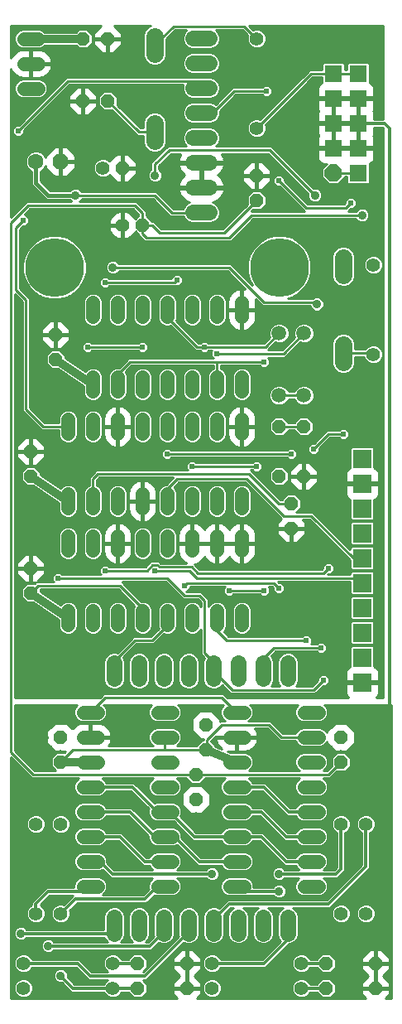
<source format=gbl>
G75*
%MOIN*%
%OFA0B0*%
%FSLAX24Y24*%
%IPPOS*%
%LPD*%
%AMOC8*
5,1,8,0,0,1.08239X$1,22.5*
%
%ADD10C,0.0560*%
%ADD11C,0.0560*%
%ADD12OC8,0.0700*%
%ADD13R,0.0700X0.0700*%
%ADD14C,0.0712*%
%ADD15OC8,0.0560*%
%ADD16C,0.0594*%
%ADD17OC8,0.0630*%
%ADD18C,0.0630*%
%ADD19C,0.0640*%
%ADD20R,0.0748X0.0748*%
%ADD21C,0.0087*%
%ADD22C,0.0238*%
%ADD23C,0.0100*%
%ADD24C,0.0320*%
%ADD25C,0.0356*%
%ADD26C,0.0120*%
%ADD27C,0.2362*%
%ADD28C,0.0160*%
D10*
X003720Y005367D02*
X004280Y005367D01*
X004280Y006367D02*
X003720Y006367D01*
X003720Y007367D02*
X004280Y007367D01*
X004280Y008367D02*
X003720Y008367D01*
X003720Y009367D02*
X004280Y009367D01*
X004280Y010367D02*
X003720Y010367D01*
X003720Y011367D02*
X004280Y011367D01*
X004280Y012367D02*
X003720Y012367D01*
X004100Y015887D02*
X004100Y016447D01*
X003100Y016447D02*
X003100Y015887D01*
X003100Y018887D02*
X003100Y019447D01*
X003100Y020587D02*
X003100Y021147D01*
X004100Y021147D02*
X004100Y020587D01*
X004100Y019447D02*
X004100Y018887D01*
X005100Y018887D02*
X005100Y019447D01*
X005100Y020587D02*
X005100Y021147D01*
X006100Y021147D02*
X006100Y020587D01*
X006100Y019447D02*
X006100Y018887D01*
X007100Y018887D02*
X007100Y019447D01*
X007100Y020587D02*
X007100Y021147D01*
X008100Y021147D02*
X008100Y020587D01*
X008100Y019447D02*
X008100Y018887D01*
X009100Y018887D02*
X009100Y019447D01*
X009100Y020587D02*
X009100Y021147D01*
X009100Y023587D02*
X009100Y024147D01*
X009100Y025287D02*
X009100Y025847D01*
X008100Y025847D02*
X008100Y025287D01*
X008100Y024147D02*
X008100Y023587D01*
X007100Y023587D02*
X007100Y024147D01*
X007100Y025287D02*
X007100Y025847D01*
X006100Y025847D02*
X006100Y025287D01*
X006100Y024147D02*
X006100Y023587D01*
X005100Y023587D02*
X005100Y024147D01*
X005100Y025287D02*
X005100Y025847D01*
X004100Y025847D02*
X004100Y025287D01*
X004100Y024147D02*
X004100Y023587D01*
X003100Y023587D02*
X003100Y024147D01*
X004100Y028287D02*
X004100Y028847D01*
X005100Y028847D02*
X005100Y028287D01*
X006100Y028287D02*
X006100Y028847D01*
X007100Y028847D02*
X007100Y028287D01*
X008100Y028287D02*
X008100Y028847D01*
X009100Y028847D02*
X009100Y028287D01*
X010100Y028287D02*
X010100Y028847D01*
X010100Y025847D02*
X010100Y025287D01*
X010100Y024147D02*
X010100Y023587D01*
X010100Y021147D02*
X010100Y020587D01*
X010100Y019447D02*
X010100Y018887D01*
X010100Y016447D02*
X010100Y015887D01*
X009100Y015887D02*
X009100Y016447D01*
X008100Y016447D02*
X008100Y015887D01*
X007100Y015887D02*
X007100Y016447D01*
X006100Y016447D02*
X006100Y015887D01*
X005100Y015887D02*
X005100Y016447D01*
X006720Y012367D02*
X007280Y012367D01*
X007280Y011367D02*
X006720Y011367D01*
X006720Y010367D02*
X007280Y010367D01*
X007280Y009367D02*
X006720Y009367D01*
X006720Y008367D02*
X007280Y008367D01*
X007280Y007367D02*
X006720Y007367D01*
X006720Y006367D02*
X007280Y006367D01*
X007280Y005367D02*
X006720Y005367D01*
X009620Y005367D02*
X010180Y005367D01*
X010180Y006367D02*
X009620Y006367D01*
X009620Y007367D02*
X010180Y007367D01*
X010180Y008367D02*
X009620Y008367D01*
X009620Y009367D02*
X010180Y009367D01*
X010180Y010367D02*
X009620Y010367D01*
X009620Y011367D02*
X010180Y011367D01*
X010180Y012367D02*
X009620Y012367D01*
X012620Y012367D02*
X013180Y012367D01*
X013180Y011367D02*
X012620Y011367D01*
X012620Y010367D02*
X013180Y010367D01*
X013180Y009367D02*
X012620Y009367D01*
X012620Y008367D02*
X013180Y008367D01*
X013180Y007367D02*
X012620Y007367D01*
X012620Y006367D02*
X013180Y006367D01*
X013180Y005367D02*
X012620Y005367D01*
X001880Y037467D02*
X001320Y037467D01*
X001320Y038467D02*
X001880Y038467D01*
X001880Y039467D02*
X001320Y039467D01*
D11*
X004500Y034267D03*
X005300Y031967D03*
X010700Y035864D03*
X010700Y039470D03*
X015400Y030370D03*
X015400Y026764D03*
X015100Y007870D03*
X014100Y007870D03*
X014100Y004264D03*
X015100Y004264D03*
X012503Y002267D03*
X012503Y001267D03*
X008897Y001267D03*
X008897Y002267D03*
X004903Y002267D03*
X004903Y001267D03*
X002800Y004264D03*
X001800Y004264D03*
X001297Y002267D03*
X001297Y001267D03*
X001800Y007870D03*
X002800Y007870D03*
D12*
X013800Y034067D03*
D13*
X013800Y035067D03*
X013800Y036067D03*
X013800Y037067D03*
X013800Y038067D03*
X014800Y038067D03*
X014800Y037067D03*
X014800Y036067D03*
X014800Y035067D03*
X014800Y034067D03*
D14*
X014200Y030673D02*
X014200Y029960D01*
X014200Y027173D02*
X014200Y026460D01*
X006600Y035360D02*
X006600Y036073D01*
X006600Y038860D02*
X006600Y039573D01*
D15*
X004700Y039467D03*
X003700Y039467D03*
X003700Y036967D03*
X004700Y036967D03*
X005300Y034267D03*
X006100Y031967D03*
X002600Y027567D03*
X002600Y026567D03*
X001600Y022867D03*
X001600Y021867D03*
X001600Y018167D03*
X001600Y017167D03*
X002800Y011367D03*
X002800Y010367D03*
X005900Y002267D03*
X005900Y001267D03*
X007900Y001267D03*
X007900Y002267D03*
X008250Y008867D03*
X008250Y009867D03*
X008650Y010867D03*
X008650Y011867D03*
X012100Y019767D03*
X012100Y020767D03*
X011600Y021867D03*
X011600Y023867D03*
X012600Y023867D03*
X012600Y021867D03*
X014100Y011367D03*
X014100Y010367D03*
X013500Y002267D03*
X013500Y001267D03*
X015500Y001267D03*
X015500Y002267D03*
X010700Y032967D03*
X010700Y033967D03*
D16*
X011600Y027617D03*
X012600Y027617D03*
X012600Y025117D03*
X011600Y025117D03*
D17*
X002800Y034517D03*
D18*
X001800Y034517D03*
D19*
X008139Y034481D02*
X008779Y034481D01*
X008779Y035481D02*
X008139Y035481D01*
X008139Y036481D02*
X008779Y036481D01*
X008779Y037481D02*
X008139Y037481D01*
X008139Y038481D02*
X008779Y038481D01*
X008779Y039481D02*
X008139Y039481D01*
X008139Y033481D02*
X008779Y033481D01*
X008779Y032481D02*
X008139Y032481D01*
X007959Y014348D02*
X007959Y013708D01*
X006959Y013708D02*
X006959Y014348D01*
X005959Y014348D02*
X005959Y013708D01*
X004959Y013708D02*
X004959Y014348D01*
X008959Y014348D02*
X008959Y013708D01*
X009959Y013708D02*
X009959Y014348D01*
X010959Y014348D02*
X010959Y013708D01*
X011959Y013708D02*
X011959Y014348D01*
X011959Y004112D02*
X011959Y003472D01*
X010959Y003472D02*
X010959Y004112D01*
X009959Y004112D02*
X009959Y003472D01*
X008959Y003472D02*
X008959Y004112D01*
X007959Y004112D02*
X007959Y003472D01*
X006959Y003472D02*
X006959Y004112D01*
X005959Y004112D02*
X005959Y003472D01*
X004959Y003472D02*
X004959Y004112D01*
D20*
X014955Y013567D03*
X014955Y014567D03*
X014955Y015567D03*
X014955Y016567D03*
X014955Y017567D03*
X014955Y018567D03*
X014955Y019567D03*
X014955Y020567D03*
X014955Y021567D03*
X014955Y022567D03*
D21*
X014200Y023567D02*
X013600Y023567D01*
X013000Y022967D01*
X012100Y022767D02*
X007100Y022767D01*
X007500Y021767D02*
X007100Y021367D01*
X007100Y020867D01*
X007500Y021767D02*
X010300Y021767D01*
X011800Y020267D01*
X012900Y020267D01*
X014615Y018552D01*
X014800Y018367D01*
X014740Y017767D02*
X008300Y017767D01*
X008000Y018067D01*
X006600Y018067D01*
X006775Y018217D02*
X006700Y018292D01*
X006500Y018292D01*
X006275Y018067D01*
X004600Y018067D01*
X004100Y020867D02*
X004100Y021767D01*
X004300Y021967D01*
X010400Y021967D01*
X011600Y020767D01*
X012100Y020767D01*
X013600Y018167D02*
X013400Y017967D01*
X008325Y017967D01*
X008075Y018217D01*
X006775Y018217D01*
X007100Y017767D02*
X007800Y017067D01*
X008400Y017067D01*
X008600Y016867D01*
X008600Y014767D01*
X008900Y014467D01*
X008900Y014087D01*
X008959Y014028D01*
X009720Y013267D01*
X013000Y013267D01*
X013400Y013667D01*
X013300Y014967D02*
X011400Y014967D01*
X010959Y014526D01*
X010959Y014028D01*
X011200Y011867D02*
X009300Y011867D01*
X008700Y011267D01*
X008700Y010917D01*
X008650Y010867D01*
X009900Y012367D02*
X009300Y012967D01*
X004600Y012967D01*
X004000Y012367D01*
X004959Y014028D02*
X004959Y014426D01*
X005800Y015267D01*
X006500Y015267D01*
X007100Y015867D01*
X007100Y016167D01*
X007100Y017767D02*
X002700Y017767D01*
X003100Y023867D02*
X002100Y023867D01*
X001400Y024567D01*
X001400Y028967D01*
X001000Y029367D01*
X001000Y031867D01*
X001300Y032167D01*
X001100Y035767D02*
X003100Y037767D01*
X008173Y037767D01*
X008459Y037481D01*
X008545Y036567D02*
X008459Y036481D01*
X008473Y036467D01*
X008545Y036567D02*
X009000Y036567D01*
X009800Y037367D01*
X011100Y037367D01*
X011600Y033767D02*
X012700Y032667D01*
X014300Y032667D01*
X014500Y032867D01*
X012600Y027617D02*
X011775Y026792D01*
X009100Y026792D01*
X009100Y026467D02*
X005600Y026467D01*
X005100Y025967D01*
X005100Y025567D01*
X006100Y027067D02*
X003900Y027067D01*
X004600Y029667D02*
X007400Y029667D01*
X007500Y029767D01*
X007100Y028567D02*
X007100Y028267D01*
X008300Y027067D01*
X008600Y027067D01*
X011050Y027067D01*
X011600Y027617D01*
X011000Y026467D02*
X009100Y026467D01*
X009100Y025567D01*
X008100Y022267D02*
X010700Y022267D01*
X011400Y017567D02*
X011600Y017367D01*
X011400Y017567D02*
X007900Y017567D01*
X007800Y017467D01*
X009100Y016167D02*
X009100Y015667D01*
X009500Y015267D01*
X012700Y015267D01*
X011200Y011867D02*
X011700Y011367D01*
X012900Y011367D01*
X011000Y017267D02*
X009600Y017267D01*
D22*
X009600Y017267D03*
X011000Y017267D03*
X011150Y016567D03*
X011600Y017367D03*
X012650Y016592D03*
X012700Y015267D03*
X013300Y014967D03*
X013400Y013667D03*
X014350Y009492D03*
X014150Y009092D03*
X014550Y009092D03*
X013600Y018167D03*
X013000Y022967D03*
X012100Y022767D03*
X010700Y022267D03*
X011000Y026467D03*
X009100Y026792D03*
X008600Y027067D03*
X007500Y029767D03*
X007750Y031092D03*
X006650Y030892D03*
X006750Y033492D03*
X005550Y035392D03*
X005050Y035992D03*
X003950Y035692D03*
X003750Y038192D03*
X002850Y039092D03*
X002350Y036492D03*
X001100Y035767D03*
X001150Y033192D03*
X001300Y032167D03*
X002750Y031992D03*
X004150Y031992D03*
X004600Y029667D03*
X003900Y027067D03*
X006100Y027067D03*
X007100Y022767D03*
X008100Y022267D03*
X006600Y018067D03*
X007800Y017467D03*
X009550Y013042D03*
X008350Y005492D03*
X008150Y005092D03*
X008550Y005092D03*
X010050Y001792D03*
X004600Y018067D03*
X002700Y017767D03*
X002750Y017192D03*
X002350Y017192D03*
X002050Y009192D03*
X001850Y008792D03*
X002250Y008792D03*
X008950Y030892D03*
X009650Y032992D03*
X009650Y035292D03*
X011100Y037367D03*
X011600Y033767D03*
X014500Y032867D03*
X014200Y023567D03*
D23*
X000793Y010547D02*
X000793Y000855D01*
X007506Y000855D01*
X007330Y001031D01*
X007330Y001237D01*
X007870Y001237D01*
X006290Y001237D01*
X006290Y001139D02*
X007330Y001139D01*
X007330Y001040D02*
X006225Y001040D01*
X006290Y001105D02*
X006290Y001428D01*
X006122Y001597D01*
X006270Y001597D01*
X007762Y003088D01*
X007874Y003042D01*
X008045Y003042D01*
X008203Y003107D01*
X008324Y003228D01*
X008389Y003386D01*
X008389Y004197D01*
X008324Y004355D01*
X008203Y004476D01*
X008045Y004542D01*
X007874Y004542D01*
X007715Y004476D01*
X007595Y004355D01*
X007529Y004197D01*
X007529Y003386D01*
X007544Y003351D01*
X006130Y001937D01*
X006122Y001937D01*
X006290Y002105D01*
X006290Y002428D01*
X006062Y002657D01*
X005738Y002657D01*
X005518Y002437D01*
X005255Y002437D01*
X005234Y002488D01*
X005124Y002597D01*
X004981Y002657D01*
X004826Y002657D01*
X004682Y002597D01*
X004573Y002488D01*
X004513Y002344D01*
X004513Y002189D01*
X004573Y002046D01*
X004682Y001937D01*
X004070Y001937D01*
X003570Y002437D01*
X001649Y002437D01*
X001627Y002488D01*
X001518Y002597D01*
X001374Y002657D01*
X001219Y002657D01*
X001076Y002597D01*
X000966Y002488D01*
X000907Y002344D01*
X000907Y002189D01*
X000966Y002046D01*
X001076Y001936D01*
X001219Y001877D01*
X001374Y001877D01*
X001518Y001936D01*
X001627Y002046D01*
X001649Y002097D01*
X003430Y002097D01*
X003830Y001696D01*
X003930Y001597D01*
X004682Y001597D01*
X004573Y001488D01*
X004551Y001437D01*
X003370Y001437D01*
X003088Y001719D01*
X003088Y001824D01*
X003044Y001930D01*
X002963Y002011D01*
X002857Y002055D01*
X002743Y002055D01*
X002637Y002011D01*
X002556Y001930D01*
X002512Y001824D01*
X002512Y001709D01*
X002556Y001603D01*
X002637Y001522D01*
X002743Y001479D01*
X002848Y001479D01*
X003230Y001097D01*
X004551Y001097D01*
X004573Y001046D01*
X004682Y000936D01*
X004826Y000877D01*
X004981Y000877D01*
X005124Y000936D01*
X005234Y001046D01*
X005255Y001097D01*
X005518Y001097D01*
X005738Y000877D01*
X006062Y000877D01*
X006290Y001105D01*
X006290Y001336D02*
X007330Y001336D01*
X007330Y001297D02*
X007870Y001297D01*
X007870Y002237D01*
X007330Y002237D01*
X007330Y002031D01*
X007594Y001767D01*
X007330Y001503D01*
X007330Y001297D01*
X007330Y001434D02*
X006284Y001434D01*
X006186Y001533D02*
X007360Y001533D01*
X007458Y001631D02*
X006305Y001631D01*
X006403Y001730D02*
X007557Y001730D01*
X007532Y001828D02*
X006502Y001828D01*
X006600Y001927D02*
X007434Y001927D01*
X007335Y002025D02*
X006699Y002025D01*
X006797Y002124D02*
X007330Y002124D01*
X007330Y002222D02*
X006896Y002222D01*
X006994Y002321D02*
X007330Y002321D01*
X007330Y002297D02*
X007870Y002297D01*
X007870Y002837D01*
X007664Y002837D01*
X007330Y002503D01*
X007330Y002297D01*
X007330Y002419D02*
X007093Y002419D01*
X007191Y002518D02*
X007345Y002518D01*
X007290Y002616D02*
X007443Y002616D01*
X007388Y002715D02*
X007542Y002715D01*
X007487Y002813D02*
X007640Y002813D01*
X007585Y002912D02*
X011405Y002912D01*
X011503Y003010D02*
X007684Y003010D01*
X007870Y002813D02*
X007930Y002813D01*
X007930Y002837D02*
X007930Y002297D01*
X007870Y002297D01*
X007870Y002237D01*
X007930Y002237D01*
X007930Y002297D01*
X008470Y002297D01*
X008470Y002503D01*
X008136Y002837D01*
X007930Y002837D01*
X007930Y002715D02*
X007870Y002715D01*
X007870Y002616D02*
X007930Y002616D01*
X007930Y002518D02*
X007870Y002518D01*
X007870Y002419D02*
X007930Y002419D01*
X007930Y002321D02*
X007870Y002321D01*
X007870Y002222D02*
X007930Y002222D01*
X007930Y002237D02*
X007930Y001697D01*
X007930Y001297D01*
X007870Y001297D01*
X007870Y001237D01*
X007930Y001237D02*
X008507Y001237D01*
X008470Y001237D02*
X007930Y001237D01*
X007930Y001297D01*
X008470Y001297D01*
X008470Y001503D01*
X008206Y001767D01*
X008470Y002031D01*
X008470Y002237D01*
X007930Y002237D01*
X007930Y002124D02*
X007870Y002124D01*
X007870Y002025D02*
X007930Y002025D01*
X007930Y001927D02*
X007870Y001927D01*
X007870Y001828D02*
X007930Y001828D01*
X007930Y001730D02*
X007870Y001730D01*
X007870Y001631D02*
X007930Y001631D01*
X007930Y001533D02*
X007870Y001533D01*
X007870Y001434D02*
X007930Y001434D01*
X007930Y001336D02*
X007870Y001336D01*
X008243Y001730D02*
X015157Y001730D01*
X015194Y001767D02*
X014930Y001503D01*
X014930Y001297D01*
X015470Y001297D01*
X015470Y002237D01*
X014930Y002237D01*
X014930Y002031D01*
X015194Y001767D01*
X015132Y001828D02*
X008268Y001828D01*
X008366Y001927D02*
X008699Y001927D01*
X008676Y001936D02*
X008819Y001877D01*
X008974Y001877D01*
X009118Y001936D01*
X009227Y002046D01*
X009249Y002097D01*
X011070Y002097D01*
X011170Y002196D01*
X011170Y002196D01*
X011970Y002997D01*
X012016Y003042D01*
X012045Y003042D01*
X012203Y003107D01*
X012324Y003228D01*
X012389Y003386D01*
X012389Y004197D01*
X012324Y004355D01*
X012203Y004476D01*
X012154Y004497D01*
X013670Y004497D01*
X015170Y005997D01*
X015270Y006096D01*
X015270Y007518D01*
X015321Y007539D01*
X015431Y007649D01*
X015490Y007792D01*
X015490Y007947D01*
X015431Y008091D01*
X015321Y008200D01*
X015178Y008260D01*
X015022Y008260D01*
X014879Y008200D01*
X014769Y008091D01*
X014710Y007947D01*
X014710Y007792D01*
X014769Y007649D01*
X014879Y007539D01*
X014930Y007518D01*
X014930Y006237D01*
X013530Y004837D01*
X009530Y004837D01*
X009430Y004737D01*
X009179Y004486D01*
X009045Y004542D01*
X008874Y004542D01*
X008715Y004476D01*
X008595Y004355D01*
X008529Y004197D01*
X008529Y003386D01*
X008595Y003228D01*
X008715Y003107D01*
X008874Y003042D01*
X009045Y003042D01*
X009203Y003107D01*
X009324Y003228D01*
X009389Y003386D01*
X009389Y004197D01*
X009384Y004210D01*
X009670Y004497D01*
X009764Y004497D01*
X009715Y004476D01*
X009595Y004355D01*
X009529Y004197D01*
X009529Y003386D01*
X009595Y003228D01*
X009715Y003107D01*
X009874Y003042D01*
X010045Y003042D01*
X010203Y003107D01*
X010324Y003228D01*
X010389Y003386D01*
X010389Y004197D01*
X010324Y004355D01*
X010203Y004476D01*
X010154Y004497D01*
X010764Y004497D01*
X010715Y004476D01*
X010595Y004355D01*
X010529Y004197D01*
X010529Y003386D01*
X010595Y003228D01*
X010715Y003107D01*
X010874Y003042D01*
X011045Y003042D01*
X011203Y003107D01*
X011324Y003228D01*
X011389Y003386D01*
X011389Y004197D01*
X011324Y004355D01*
X011203Y004476D01*
X011154Y004497D01*
X011764Y004497D01*
X011715Y004476D01*
X011595Y004355D01*
X011529Y004197D01*
X011529Y003386D01*
X011595Y003228D01*
X011658Y003165D01*
X010930Y002437D01*
X009249Y002437D01*
X009227Y002488D01*
X009118Y002597D01*
X008974Y002657D01*
X008819Y002657D01*
X008676Y002597D01*
X008566Y002488D01*
X008507Y002344D01*
X008507Y002189D01*
X008566Y002046D01*
X008676Y001936D01*
X008587Y002025D02*
X008465Y002025D01*
X008470Y002124D02*
X008534Y002124D01*
X008507Y002222D02*
X008470Y002222D01*
X008470Y002321D02*
X008507Y002321D01*
X008538Y002419D02*
X008470Y002419D01*
X008455Y002518D02*
X008596Y002518D01*
X008721Y002616D02*
X008357Y002616D01*
X008258Y002715D02*
X011208Y002715D01*
X011306Y002813D02*
X008160Y002813D01*
X008204Y003109D02*
X008714Y003109D01*
X008616Y003207D02*
X008302Y003207D01*
X008356Y003306D02*
X008562Y003306D01*
X008529Y003404D02*
X008389Y003404D01*
X008389Y003503D02*
X008529Y003503D01*
X008529Y003601D02*
X008389Y003601D01*
X008389Y003700D02*
X008529Y003700D01*
X008529Y003798D02*
X008389Y003798D01*
X008389Y003897D02*
X008529Y003897D01*
X008529Y003995D02*
X008389Y003995D01*
X008389Y004094D02*
X008529Y004094D01*
X008529Y004192D02*
X008389Y004192D01*
X008350Y004291D02*
X008568Y004291D01*
X008628Y004389D02*
X008290Y004389D01*
X008176Y004488D02*
X008743Y004488D01*
X009176Y004488D02*
X009181Y004488D01*
X009279Y004586D02*
X003363Y004586D01*
X003265Y004488D02*
X004743Y004488D01*
X004715Y004476D02*
X004595Y004355D01*
X004529Y004197D01*
X004529Y003637D01*
X001437Y003637D01*
X001363Y003711D01*
X001257Y003755D01*
X001143Y003755D01*
X001037Y003711D01*
X000956Y003630D01*
X000912Y003524D01*
X000912Y003409D01*
X000956Y003303D01*
X001037Y003222D01*
X001143Y003179D01*
X001257Y003179D01*
X001363Y003222D01*
X001437Y003297D01*
X004566Y003297D01*
X004595Y003228D01*
X004686Y003137D01*
X002537Y003137D01*
X002463Y003211D01*
X002357Y003255D01*
X002243Y003255D01*
X002137Y003211D01*
X002056Y003130D01*
X002012Y003024D01*
X002012Y002909D01*
X002056Y002803D01*
X002137Y002722D01*
X002243Y002679D01*
X002357Y002679D01*
X002463Y002722D01*
X002537Y002797D01*
X006470Y002797D01*
X006570Y002896D01*
X006762Y003088D01*
X006874Y003042D01*
X007045Y003042D01*
X007203Y003107D01*
X007324Y003228D01*
X007389Y003386D01*
X007389Y004197D01*
X007324Y004355D01*
X007203Y004476D01*
X007045Y004542D01*
X006874Y004542D01*
X006715Y004476D01*
X006595Y004355D01*
X006529Y004197D01*
X006529Y003386D01*
X006544Y003351D01*
X006330Y003137D01*
X006232Y003137D01*
X006324Y003228D01*
X006389Y003386D01*
X006389Y004197D01*
X006324Y004355D01*
X006203Y004476D01*
X006045Y004542D01*
X005874Y004542D01*
X005715Y004476D01*
X005595Y004355D01*
X005529Y004197D01*
X005529Y003386D01*
X005595Y003228D01*
X005686Y003137D01*
X005232Y003137D01*
X005324Y003228D01*
X005389Y003386D01*
X005389Y004197D01*
X005324Y004355D01*
X005203Y004476D01*
X005045Y004542D01*
X004874Y004542D01*
X004715Y004476D01*
X004628Y004389D02*
X003170Y004389D01*
X003169Y004392D02*
X003474Y004697D01*
X006270Y004697D01*
X006577Y005004D01*
X006642Y004977D01*
X007358Y004977D01*
X007501Y005036D01*
X007611Y005146D01*
X007670Y005289D01*
X007670Y005444D01*
X007611Y005588D01*
X007502Y005697D01*
X008663Y005697D01*
X008737Y005622D01*
X008843Y005579D01*
X008957Y005579D01*
X009063Y005622D01*
X009144Y005703D01*
X009188Y005809D01*
X009188Y005924D01*
X009144Y006030D01*
X009063Y006111D01*
X008957Y006155D01*
X008843Y006155D01*
X008737Y006111D01*
X008663Y006037D01*
X007502Y006037D01*
X007611Y006146D01*
X007670Y006289D01*
X007670Y006444D01*
X007611Y006588D01*
X007501Y006697D01*
X007358Y006757D01*
X006642Y006757D01*
X006499Y006697D01*
X006389Y006588D01*
X006368Y006537D01*
X006270Y006537D01*
X005270Y007537D01*
X004632Y007537D01*
X004611Y007588D01*
X004501Y007697D01*
X004358Y007757D01*
X003642Y007757D01*
X003499Y007697D01*
X003389Y007588D01*
X003330Y007444D01*
X003330Y007289D01*
X003389Y007146D01*
X003499Y007036D01*
X003642Y006977D01*
X004358Y006977D01*
X004501Y007036D01*
X004611Y007146D01*
X004632Y007197D01*
X005130Y007197D01*
X006030Y006296D01*
X006130Y006197D01*
X006368Y006197D01*
X006389Y006146D01*
X006498Y006037D01*
X004970Y006037D01*
X004670Y006337D01*
X004670Y006444D01*
X004611Y006588D01*
X004501Y006697D01*
X004358Y006757D01*
X003642Y006757D01*
X003499Y006697D01*
X003389Y006588D01*
X003330Y006444D01*
X003330Y006289D01*
X003389Y006146D01*
X003499Y006036D01*
X003642Y005977D01*
X004358Y005977D01*
X004493Y006033D01*
X004830Y005697D01*
X006498Y005697D01*
X006389Y005588D01*
X006330Y005444D01*
X006330Y005289D01*
X006345Y005252D01*
X006130Y005037D01*
X004502Y005037D01*
X004611Y005146D01*
X004670Y005289D01*
X004670Y005444D01*
X004611Y005588D01*
X004501Y005697D01*
X004358Y005757D01*
X003642Y005757D01*
X003499Y005697D01*
X003389Y005588D01*
X003330Y005444D01*
X003330Y005337D01*
X002230Y005337D01*
X001730Y004837D01*
X001630Y004737D01*
X001630Y004615D01*
X001579Y004594D01*
X001469Y004484D01*
X001410Y004341D01*
X001410Y004186D01*
X001469Y004043D01*
X001579Y003933D01*
X001722Y003874D01*
X001878Y003874D01*
X002021Y003933D01*
X002131Y004043D01*
X002190Y004186D01*
X002190Y004341D01*
X002131Y004484D01*
X002021Y004594D01*
X001983Y004610D01*
X002370Y004997D01*
X003293Y004997D01*
X003233Y004937D01*
X002928Y004632D01*
X002878Y004654D01*
X002722Y004654D01*
X002579Y004594D01*
X002469Y004484D01*
X002410Y004341D01*
X002410Y004186D01*
X002469Y004043D01*
X002579Y003933D01*
X002722Y003874D01*
X002878Y003874D01*
X003021Y003933D01*
X003131Y004043D01*
X003190Y004186D01*
X003190Y004341D01*
X003169Y004392D01*
X003190Y004291D02*
X004568Y004291D01*
X004529Y004192D02*
X003190Y004192D01*
X003152Y004094D02*
X004529Y004094D01*
X004529Y003995D02*
X003083Y003995D01*
X002933Y003897D02*
X004529Y003897D01*
X004529Y003798D02*
X000793Y003798D01*
X000793Y003700D02*
X001026Y003700D01*
X000944Y003601D02*
X000793Y003601D01*
X000793Y003503D02*
X000912Y003503D01*
X000914Y003404D02*
X000793Y003404D01*
X000793Y003306D02*
X000955Y003306D01*
X001074Y003207D02*
X000793Y003207D01*
X000793Y003109D02*
X002047Y003109D01*
X002012Y003010D02*
X000793Y003010D01*
X000793Y002912D02*
X002012Y002912D01*
X002052Y002813D02*
X000793Y002813D01*
X000793Y002715D02*
X002156Y002715D01*
X002444Y002715D02*
X006908Y002715D01*
X007006Y002813D02*
X006487Y002813D01*
X006585Y002912D02*
X007105Y002912D01*
X007203Y003010D02*
X006684Y003010D01*
X006499Y003306D02*
X006356Y003306D01*
X006389Y003404D02*
X006529Y003404D01*
X006529Y003503D02*
X006389Y003503D01*
X006389Y003601D02*
X006529Y003601D01*
X006529Y003700D02*
X006389Y003700D01*
X006389Y003798D02*
X006529Y003798D01*
X006529Y003897D02*
X006389Y003897D01*
X006389Y003995D02*
X006529Y003995D01*
X006529Y004094D02*
X006389Y004094D01*
X006389Y004192D02*
X006529Y004192D01*
X006568Y004291D02*
X006350Y004291D01*
X006290Y004389D02*
X006628Y004389D01*
X006743Y004488D02*
X006176Y004488D01*
X006357Y004783D02*
X009476Y004783D01*
X009378Y004685D02*
X003462Y004685D01*
X003178Y004882D02*
X002255Y004882D01*
X002157Y004783D02*
X003079Y004783D01*
X002981Y004685D02*
X002058Y004685D01*
X002029Y004586D02*
X002571Y004586D01*
X002473Y004488D02*
X002127Y004488D01*
X002170Y004389D02*
X002430Y004389D01*
X002410Y004291D02*
X002190Y004291D01*
X002190Y004192D02*
X002410Y004192D01*
X002448Y004094D02*
X002152Y004094D01*
X002083Y003995D02*
X002517Y003995D01*
X002667Y003897D02*
X001933Y003897D01*
X001667Y003897D02*
X000793Y003897D01*
X000793Y003995D02*
X001517Y003995D01*
X001448Y004094D02*
X000793Y004094D01*
X000793Y004192D02*
X001410Y004192D01*
X001410Y004291D02*
X000793Y004291D01*
X000793Y004389D02*
X001430Y004389D01*
X001473Y004488D02*
X000793Y004488D01*
X000793Y004586D02*
X001571Y004586D01*
X001630Y004685D02*
X000793Y004685D01*
X000793Y004783D02*
X001676Y004783D01*
X001775Y004882D02*
X000793Y004882D01*
X000793Y004980D02*
X001873Y004980D01*
X001972Y005079D02*
X000793Y005079D01*
X000793Y005177D02*
X002070Y005177D01*
X002169Y005276D02*
X000793Y005276D01*
X000793Y005374D02*
X003330Y005374D01*
X003342Y005473D02*
X000793Y005473D01*
X000793Y005571D02*
X003383Y005571D01*
X003471Y005670D02*
X000793Y005670D01*
X000793Y005768D02*
X004758Y005768D01*
X004660Y005867D02*
X000793Y005867D01*
X000793Y005965D02*
X004561Y005965D01*
X004529Y005670D02*
X006471Y005670D01*
X006383Y005571D02*
X004617Y005571D01*
X004658Y005473D02*
X006342Y005473D01*
X006330Y005374D02*
X004670Y005374D01*
X004664Y005276D02*
X006336Y005276D01*
X006270Y005177D02*
X004624Y005177D01*
X004544Y005079D02*
X006172Y005079D01*
X006455Y004882D02*
X011535Y004882D01*
X011543Y004879D02*
X011657Y004879D01*
X011763Y004922D01*
X011844Y005003D01*
X011888Y005109D01*
X011888Y005224D01*
X011844Y005330D01*
X011763Y005411D01*
X011657Y005455D01*
X011543Y005455D01*
X011437Y005411D01*
X011363Y005337D01*
X010570Y005337D01*
X010570Y005444D01*
X010511Y005588D01*
X010401Y005697D01*
X010258Y005757D01*
X009542Y005757D01*
X009399Y005697D01*
X009289Y005588D01*
X009230Y005444D01*
X009230Y005289D01*
X009289Y005146D01*
X009399Y005036D01*
X009542Y004977D01*
X010258Y004977D01*
X010306Y004997D01*
X011363Y004997D01*
X011437Y004922D01*
X011543Y004879D01*
X011665Y004882D02*
X013575Y004882D01*
X013673Y004980D02*
X013266Y004980D01*
X013258Y004977D02*
X013401Y005036D01*
X013511Y005146D01*
X013570Y005289D01*
X013570Y005444D01*
X013511Y005588D01*
X013402Y005697D01*
X013970Y005697D01*
X014170Y005897D01*
X014270Y005996D01*
X014270Y007518D01*
X014321Y007539D01*
X014431Y007649D01*
X014490Y007792D01*
X014490Y007947D01*
X014431Y008091D01*
X014321Y008200D01*
X014178Y008260D01*
X014022Y008260D01*
X013879Y008200D01*
X013769Y008091D01*
X013710Y007947D01*
X013710Y007792D01*
X013769Y007649D01*
X013879Y007539D01*
X013930Y007518D01*
X013930Y006137D01*
X013830Y006037D01*
X013402Y006037D01*
X013511Y006146D01*
X013570Y006289D01*
X013570Y006444D01*
X013511Y006588D01*
X013401Y006697D01*
X013258Y006757D01*
X012542Y006757D01*
X012399Y006697D01*
X012289Y006588D01*
X012268Y006537D01*
X011970Y006537D01*
X010970Y007537D01*
X010532Y007537D01*
X010511Y007588D01*
X010401Y007697D01*
X010258Y007757D01*
X009542Y007757D01*
X009399Y007697D01*
X009289Y007588D01*
X009268Y007537D01*
X008270Y007537D01*
X007625Y008182D01*
X007670Y008289D01*
X007670Y008444D01*
X007611Y008588D01*
X007501Y008697D01*
X007358Y008757D01*
X006642Y008757D01*
X006577Y008730D01*
X005770Y009537D01*
X004632Y009537D01*
X004611Y009588D01*
X004501Y009697D01*
X004478Y009707D01*
X006522Y009707D01*
X006499Y009697D01*
X006389Y009588D01*
X006330Y009444D01*
X006330Y009289D01*
X006389Y009146D01*
X006499Y009036D01*
X006642Y008977D01*
X007358Y008977D01*
X007501Y009036D01*
X007611Y009146D01*
X007670Y009289D01*
X007670Y009444D01*
X007611Y009588D01*
X007501Y009697D01*
X007478Y009707D01*
X007860Y009707D01*
X007860Y009705D01*
X008088Y009477D01*
X008412Y009477D01*
X008640Y009705D01*
X008640Y009707D01*
X009422Y009707D01*
X009399Y009697D01*
X009289Y009588D01*
X009230Y009444D01*
X009230Y009289D01*
X009289Y009146D01*
X009399Y009036D01*
X009542Y008977D01*
X010258Y008977D01*
X010401Y009036D01*
X010511Y009146D01*
X010532Y009197D01*
X010930Y009197D01*
X011830Y008296D01*
X011930Y008197D01*
X012268Y008197D01*
X012289Y008146D01*
X012399Y008036D01*
X012542Y007977D01*
X013258Y007977D01*
X013401Y008036D01*
X013511Y008146D01*
X013570Y008289D01*
X013570Y008444D01*
X013511Y008588D01*
X013401Y008697D01*
X013258Y008757D01*
X012542Y008757D01*
X012399Y008697D01*
X012289Y008588D01*
X012268Y008537D01*
X012070Y008537D01*
X011070Y009537D01*
X010532Y009537D01*
X010511Y009588D01*
X010401Y009697D01*
X010378Y009707D01*
X012422Y009707D01*
X012399Y009697D01*
X012289Y009588D01*
X012230Y009444D01*
X012230Y009289D01*
X012289Y009146D01*
X012399Y009036D01*
X012542Y008977D01*
X013258Y008977D01*
X013401Y009036D01*
X013511Y009146D01*
X013570Y009289D01*
X013570Y009444D01*
X013511Y009588D01*
X013401Y009697D01*
X013378Y009707D01*
X013666Y009707D01*
X013937Y009978D01*
X013938Y009977D01*
X014262Y009977D01*
X014490Y010205D01*
X014490Y010528D01*
X014262Y010757D01*
X013938Y010757D01*
X013710Y010528D01*
X013710Y010205D01*
X013711Y010204D01*
X013534Y010027D01*
X013378Y010027D01*
X013401Y010036D01*
X013511Y010146D01*
X013570Y010289D01*
X013570Y010444D01*
X013511Y010588D01*
X013401Y010697D01*
X013258Y010757D01*
X012542Y010757D01*
X012399Y010697D01*
X012289Y010588D01*
X012230Y010444D01*
X012230Y010289D01*
X012289Y010146D01*
X012399Y010036D01*
X012422Y010027D01*
X010378Y010027D01*
X010401Y010036D01*
X010511Y010146D01*
X010570Y010289D01*
X010570Y010444D01*
X010511Y010588D01*
X010401Y010697D01*
X010258Y010757D01*
X009652Y010757D01*
X009537Y010803D01*
X009575Y010797D01*
X009870Y010797D01*
X009870Y011337D01*
X009050Y011337D01*
X009050Y011322D01*
X009064Y011233D01*
X009092Y011148D01*
X009132Y011068D01*
X009185Y010995D01*
X009249Y010932D01*
X009291Y010901D01*
X009040Y011001D01*
X009040Y011028D01*
X008859Y011209D01*
X009050Y011400D01*
X009050Y011397D01*
X009870Y011397D01*
X009870Y011337D01*
X009930Y011337D01*
X009930Y011397D01*
X010750Y011397D01*
X010750Y011412D01*
X010736Y011500D01*
X010708Y011585D01*
X010668Y011665D01*
X010633Y011713D01*
X011136Y011713D01*
X011636Y011213D01*
X012261Y011213D01*
X012289Y011146D01*
X012399Y011036D01*
X012542Y010977D01*
X013258Y010977D01*
X013401Y011036D01*
X013511Y011146D01*
X013530Y011193D01*
X013530Y011131D01*
X013669Y010991D01*
X013672Y010987D01*
X013678Y010983D01*
X013864Y010797D01*
X014070Y010797D01*
X014070Y010810D01*
X014130Y010803D01*
X014130Y010797D01*
X014336Y010797D01*
X014670Y011131D01*
X014670Y011337D01*
X014665Y011337D01*
X014672Y011367D01*
X014665Y011397D01*
X014670Y011397D01*
X014670Y011603D01*
X014336Y011937D01*
X014130Y011937D01*
X014130Y011930D01*
X014070Y011923D01*
X014070Y011937D01*
X013864Y011937D01*
X013678Y011751D01*
X013672Y011746D01*
X013669Y011742D01*
X013530Y011603D01*
X013530Y011541D01*
X013511Y011588D01*
X013401Y011697D01*
X013258Y011757D01*
X012542Y011757D01*
X012399Y011697D01*
X012289Y011588D01*
X012261Y011520D01*
X011764Y011520D01*
X011353Y011930D01*
X011264Y012020D01*
X010362Y012020D01*
X010401Y012036D01*
X010511Y012146D01*
X010570Y012289D01*
X010570Y012444D01*
X010511Y012588D01*
X010432Y012667D01*
X012368Y012667D01*
X012289Y012588D01*
X012230Y012444D01*
X012230Y012289D01*
X012289Y012146D01*
X012399Y012036D01*
X012542Y011977D01*
X013258Y011977D01*
X013401Y012036D01*
X013511Y012146D01*
X013570Y012289D01*
X013570Y012444D01*
X013511Y012588D01*
X013432Y012667D01*
X016125Y012667D01*
X016125Y000855D01*
X015894Y000855D01*
X016070Y001031D01*
X016070Y001237D01*
X015530Y001237D01*
X016125Y001237D01*
X016070Y001297D02*
X016070Y001503D01*
X015806Y001767D01*
X016070Y002031D01*
X016070Y002237D01*
X015530Y002237D01*
X015530Y002297D01*
X015470Y002297D01*
X015470Y002837D01*
X015264Y002837D01*
X014930Y002503D01*
X014930Y002297D01*
X015470Y002297D01*
X015470Y002237D01*
X015530Y002237D01*
X015530Y001697D01*
X015530Y001297D01*
X015470Y001297D01*
X015470Y001237D01*
X013890Y001237D01*
X013890Y001139D02*
X014930Y001139D01*
X014930Y001237D02*
X014930Y001031D01*
X015106Y000855D01*
X008294Y000855D01*
X008470Y001031D01*
X008470Y001237D01*
X008507Y001189D02*
X008566Y001046D01*
X008676Y000936D01*
X008819Y000877D01*
X008974Y000877D01*
X009118Y000936D01*
X009227Y001046D01*
X009287Y001189D01*
X009287Y001344D01*
X009227Y001488D01*
X009118Y001597D01*
X008974Y001657D01*
X008819Y001657D01*
X008676Y001597D01*
X008566Y001488D01*
X008507Y001344D01*
X008507Y001189D01*
X008528Y001139D02*
X008470Y001139D01*
X008470Y001040D02*
X008572Y001040D01*
X008670Y000942D02*
X008381Y000942D01*
X008470Y001336D02*
X008507Y001336D01*
X008470Y001434D02*
X008544Y001434D01*
X008611Y001533D02*
X008440Y001533D01*
X008342Y001631D02*
X008758Y001631D01*
X009036Y001631D02*
X012364Y001631D01*
X012426Y001657D02*
X012282Y001597D01*
X012173Y001488D01*
X012113Y001344D01*
X012113Y001189D01*
X012173Y001046D01*
X012282Y000936D01*
X012426Y000877D01*
X012581Y000877D01*
X012724Y000936D01*
X012834Y001046D01*
X012855Y001097D01*
X013118Y001097D01*
X013338Y000877D01*
X013662Y000877D01*
X013890Y001105D01*
X013890Y001428D01*
X013662Y001657D01*
X013338Y001657D01*
X013118Y001437D01*
X012855Y001437D01*
X012834Y001488D01*
X012724Y001597D01*
X012581Y001657D01*
X012426Y001657D01*
X012642Y001631D02*
X013313Y001631D01*
X013214Y001533D02*
X012789Y001533D01*
X012581Y001877D02*
X012724Y001936D01*
X012834Y002046D01*
X012855Y002097D01*
X013118Y002097D01*
X013338Y001877D01*
X013662Y001877D01*
X013890Y002105D01*
X013890Y002428D01*
X013662Y002657D01*
X013338Y002657D01*
X013118Y002437D01*
X012855Y002437D01*
X012834Y002488D01*
X012724Y002597D01*
X012581Y002657D01*
X012426Y002657D01*
X012282Y002597D01*
X012173Y002488D01*
X012113Y002344D01*
X012113Y002189D01*
X012173Y002046D01*
X012282Y001936D01*
X012426Y001877D01*
X012581Y001877D01*
X012701Y001927D02*
X013289Y001927D01*
X013190Y002025D02*
X012813Y002025D01*
X012804Y002518D02*
X013199Y002518D01*
X013298Y002616D02*
X012679Y002616D01*
X012328Y002616D02*
X011590Y002616D01*
X011688Y002715D02*
X015142Y002715D01*
X015240Y002813D02*
X011787Y002813D01*
X011885Y002912D02*
X016125Y002912D01*
X016125Y003010D02*
X011984Y003010D01*
X011970Y002997D02*
X011970Y002997D01*
X012204Y003109D02*
X016125Y003109D01*
X016125Y003207D02*
X012302Y003207D01*
X012356Y003306D02*
X016125Y003306D01*
X016125Y003404D02*
X012389Y003404D01*
X012389Y003503D02*
X016125Y003503D01*
X016125Y003601D02*
X012389Y003601D01*
X012389Y003700D02*
X016125Y003700D01*
X016125Y003798D02*
X012389Y003798D01*
X012389Y003897D02*
X013967Y003897D01*
X014022Y003874D02*
X014178Y003874D01*
X014321Y003933D01*
X014431Y004043D01*
X014490Y004186D01*
X014490Y004341D01*
X014431Y004484D01*
X014321Y004594D01*
X014178Y004654D01*
X014022Y004654D01*
X013879Y004594D01*
X013769Y004484D01*
X013710Y004341D01*
X013710Y004186D01*
X013769Y004043D01*
X013879Y003933D01*
X014022Y003874D01*
X013817Y003995D02*
X012389Y003995D01*
X012389Y004094D02*
X013748Y004094D01*
X013710Y004192D02*
X012389Y004192D01*
X012350Y004291D02*
X013710Y004291D01*
X013730Y004389D02*
X012290Y004389D01*
X012176Y004488D02*
X013773Y004488D01*
X013760Y004586D02*
X013871Y004586D01*
X013858Y004685D02*
X016125Y004685D01*
X016125Y004783D02*
X013957Y004783D01*
X014055Y004882D02*
X016125Y004882D01*
X016125Y004980D02*
X014154Y004980D01*
X014252Y005079D02*
X016125Y005079D01*
X016125Y005177D02*
X014351Y005177D01*
X014449Y005276D02*
X016125Y005276D01*
X016125Y005374D02*
X014548Y005374D01*
X014646Y005473D02*
X016125Y005473D01*
X016125Y005571D02*
X014745Y005571D01*
X014843Y005670D02*
X016125Y005670D01*
X016125Y005768D02*
X014942Y005768D01*
X015040Y005867D02*
X016125Y005867D01*
X016125Y005965D02*
X015139Y005965D01*
X015237Y006064D02*
X016125Y006064D01*
X016125Y006162D02*
X015270Y006162D01*
X015270Y006261D02*
X016125Y006261D01*
X016125Y006359D02*
X015270Y006359D01*
X015270Y006458D02*
X016125Y006458D01*
X016125Y006556D02*
X015270Y006556D01*
X015270Y006655D02*
X016125Y006655D01*
X016125Y006753D02*
X015270Y006753D01*
X015270Y006852D02*
X016125Y006852D01*
X016125Y006950D02*
X015270Y006950D01*
X015270Y007049D02*
X016125Y007049D01*
X016125Y007147D02*
X015270Y007147D01*
X015270Y007246D02*
X016125Y007246D01*
X016125Y007344D02*
X015270Y007344D01*
X015270Y007443D02*
X016125Y007443D01*
X016125Y007541D02*
X015323Y007541D01*
X015421Y007640D02*
X016125Y007640D01*
X016125Y007738D02*
X015468Y007738D01*
X015490Y007837D02*
X016125Y007837D01*
X016125Y007935D02*
X015490Y007935D01*
X015454Y008034D02*
X016125Y008034D01*
X016125Y008132D02*
X015389Y008132D01*
X015248Y008231D02*
X016125Y008231D01*
X016125Y008329D02*
X013570Y008329D01*
X013570Y008428D02*
X016125Y008428D01*
X016125Y008526D02*
X013536Y008526D01*
X013474Y008625D02*
X016125Y008625D01*
X016125Y008723D02*
X013339Y008723D01*
X013359Y009019D02*
X016125Y009019D01*
X016125Y009117D02*
X013482Y009117D01*
X013540Y009216D02*
X016125Y009216D01*
X016125Y009314D02*
X013570Y009314D01*
X013570Y009413D02*
X016125Y009413D01*
X016125Y009511D02*
X013542Y009511D01*
X013489Y009610D02*
X016125Y009610D01*
X016125Y009708D02*
X013668Y009708D01*
X013766Y009807D02*
X016125Y009807D01*
X016125Y009905D02*
X013865Y009905D01*
X013600Y009867D02*
X014100Y010367D01*
X014387Y010102D02*
X016125Y010102D01*
X016125Y010004D02*
X014289Y010004D01*
X014486Y010201D02*
X016125Y010201D01*
X016125Y010299D02*
X014490Y010299D01*
X014490Y010398D02*
X016125Y010398D01*
X016125Y010496D02*
X014490Y010496D01*
X014424Y010595D02*
X016125Y010595D01*
X016125Y010693D02*
X014325Y010693D01*
X014430Y010890D02*
X016125Y010890D01*
X016125Y010792D02*
X009565Y010792D01*
X009870Y010890D02*
X009930Y010890D01*
X009930Y010797D02*
X010225Y010797D01*
X010313Y010811D01*
X010399Y010838D01*
X010479Y010879D01*
X010551Y010932D01*
X010615Y010995D01*
X010668Y011068D01*
X010708Y011148D01*
X010736Y011233D01*
X010750Y011322D01*
X010750Y011337D01*
X009930Y011337D01*
X009930Y010797D01*
X009930Y010989D02*
X009870Y010989D01*
X009870Y011087D02*
X009930Y011087D01*
X009930Y011186D02*
X009870Y011186D01*
X009870Y011284D02*
X009930Y011284D01*
X009930Y011383D02*
X011467Y011383D01*
X011369Y011481D02*
X010739Y011481D01*
X010710Y011580D02*
X011270Y011580D01*
X011172Y011678D02*
X010658Y011678D01*
X010744Y011284D02*
X011566Y011284D01*
X011704Y011580D02*
X012286Y011580D01*
X012380Y011678D02*
X011605Y011678D01*
X011507Y011777D02*
X013704Y011777D01*
X013672Y011746D02*
X013672Y011746D01*
X013672Y011746D01*
X013605Y011678D02*
X013420Y011678D01*
X013514Y011580D02*
X013530Y011580D01*
X013527Y011186D02*
X013530Y011186D01*
X013573Y011087D02*
X013452Y011087D01*
X013286Y010989D02*
X013671Y010989D01*
X013672Y010987D02*
X013672Y010987D01*
X013672Y010987D01*
X013770Y010890D02*
X010494Y010890D01*
X010608Y010989D02*
X012514Y010989D01*
X012348Y011087D02*
X010677Y011087D01*
X010721Y011186D02*
X012273Y011186D01*
X012395Y010693D02*
X010405Y010693D01*
X010504Y010595D02*
X012296Y010595D01*
X012251Y010496D02*
X010549Y010496D01*
X010570Y010398D02*
X012230Y010398D01*
X012230Y010299D02*
X010570Y010299D01*
X010533Y010201D02*
X012267Y010201D01*
X012333Y010102D02*
X010467Y010102D01*
X010489Y009610D02*
X012311Y009610D01*
X012258Y009511D02*
X011096Y009511D01*
X011194Y009413D02*
X012230Y009413D01*
X012230Y009314D02*
X011293Y009314D01*
X011391Y009216D02*
X012260Y009216D01*
X012318Y009117D02*
X011490Y009117D01*
X011588Y009019D02*
X012441Y009019D01*
X012461Y008723D02*
X011884Y008723D01*
X011982Y008625D02*
X012326Y008625D01*
X012303Y008132D02*
X011375Y008132D01*
X011473Y008034D02*
X012405Y008034D01*
X012542Y007757D02*
X012399Y007697D01*
X012289Y007588D01*
X012268Y007537D01*
X011970Y007537D01*
X010970Y008537D01*
X010532Y008537D01*
X010511Y008588D01*
X010401Y008697D01*
X010258Y008757D01*
X009542Y008757D01*
X009399Y008697D01*
X009289Y008588D01*
X009230Y008444D01*
X009230Y008289D01*
X009289Y008146D01*
X009399Y008036D01*
X009542Y007977D01*
X010258Y007977D01*
X010401Y008036D01*
X010511Y008146D01*
X010532Y008197D01*
X010830Y008197D01*
X011730Y007296D01*
X011830Y007197D01*
X012268Y007197D01*
X012289Y007146D01*
X012399Y007036D01*
X012542Y006977D01*
X013258Y006977D01*
X013401Y007036D01*
X013511Y007146D01*
X013570Y007289D01*
X013570Y007444D01*
X013511Y007588D01*
X013401Y007697D01*
X013258Y007757D01*
X012542Y007757D01*
X012498Y007738D02*
X011769Y007738D01*
X011867Y007640D02*
X012341Y007640D01*
X012270Y007541D02*
X011966Y007541D01*
X011781Y007246D02*
X011261Y007246D01*
X011163Y007344D02*
X011682Y007344D01*
X011584Y007443D02*
X011064Y007443D01*
X010830Y007197D02*
X011730Y006296D01*
X011830Y006197D01*
X012268Y006197D01*
X012289Y006146D01*
X012398Y006037D01*
X011837Y006037D01*
X011763Y006111D01*
X011657Y006155D01*
X011543Y006155D01*
X011437Y006111D01*
X011356Y006030D01*
X011312Y005924D01*
X011312Y005809D01*
X011356Y005703D01*
X011437Y005622D01*
X011543Y005579D01*
X011657Y005579D01*
X011763Y005622D01*
X011837Y005697D01*
X012398Y005697D01*
X012289Y005588D01*
X012230Y005444D01*
X012230Y005289D01*
X012289Y005146D01*
X012399Y005036D01*
X012542Y004977D01*
X013258Y004977D01*
X013444Y005079D02*
X013772Y005079D01*
X013870Y005177D02*
X013524Y005177D01*
X013564Y005276D02*
X013969Y005276D01*
X014067Y005374D02*
X013570Y005374D01*
X013558Y005473D02*
X014166Y005473D01*
X014264Y005571D02*
X013517Y005571D01*
X013429Y005670D02*
X014363Y005670D01*
X014461Y005768D02*
X014042Y005768D01*
X014140Y005867D02*
X014560Y005867D01*
X014658Y005965D02*
X014239Y005965D01*
X014270Y006064D02*
X014757Y006064D01*
X014855Y006162D02*
X014270Y006162D01*
X014270Y006261D02*
X014930Y006261D01*
X014930Y006359D02*
X014270Y006359D01*
X014270Y006458D02*
X014930Y006458D01*
X014930Y006556D02*
X014270Y006556D01*
X014270Y006655D02*
X014930Y006655D01*
X014930Y006753D02*
X014270Y006753D01*
X014270Y006852D02*
X014930Y006852D01*
X014930Y006950D02*
X014270Y006950D01*
X014270Y007049D02*
X014930Y007049D01*
X014930Y007147D02*
X014270Y007147D01*
X014270Y007246D02*
X014930Y007246D01*
X014930Y007344D02*
X014270Y007344D01*
X014270Y007443D02*
X014930Y007443D01*
X014877Y007541D02*
X014323Y007541D01*
X014421Y007640D02*
X014779Y007640D01*
X014732Y007738D02*
X014468Y007738D01*
X014490Y007837D02*
X014710Y007837D01*
X014710Y007935D02*
X014490Y007935D01*
X014454Y008034D02*
X014746Y008034D01*
X014811Y008132D02*
X014389Y008132D01*
X014248Y008231D02*
X014952Y008231D01*
X013952Y008231D02*
X013546Y008231D01*
X013497Y008132D02*
X013811Y008132D01*
X013746Y008034D02*
X013395Y008034D01*
X013302Y007738D02*
X013732Y007738D01*
X013710Y007837D02*
X011670Y007837D01*
X011572Y007935D02*
X013710Y007935D01*
X013779Y007640D02*
X013459Y007640D01*
X013530Y007541D02*
X013877Y007541D01*
X013930Y007443D02*
X013570Y007443D01*
X013570Y007344D02*
X013930Y007344D01*
X013930Y007246D02*
X013552Y007246D01*
X013511Y007147D02*
X013930Y007147D01*
X013930Y007049D02*
X013414Y007049D01*
X013266Y006753D02*
X013930Y006753D01*
X013930Y006655D02*
X013444Y006655D01*
X013524Y006556D02*
X013930Y006556D01*
X013930Y006458D02*
X013564Y006458D01*
X013570Y006359D02*
X013930Y006359D01*
X013930Y006261D02*
X013558Y006261D01*
X013517Y006162D02*
X013930Y006162D01*
X013857Y006064D02*
X013429Y006064D01*
X013930Y006852D02*
X011655Y006852D01*
X011557Y006950D02*
X013930Y006950D01*
X014329Y004586D02*
X014871Y004586D01*
X014879Y004594D02*
X014769Y004484D01*
X014710Y004341D01*
X014710Y004186D01*
X014769Y004043D01*
X014879Y003933D01*
X015022Y003874D01*
X015178Y003874D01*
X015321Y003933D01*
X015431Y004043D01*
X015490Y004186D01*
X015490Y004341D01*
X015431Y004484D01*
X015321Y004594D01*
X015178Y004654D01*
X015022Y004654D01*
X014879Y004594D01*
X014773Y004488D02*
X014427Y004488D01*
X014470Y004389D02*
X014730Y004389D01*
X014710Y004291D02*
X014490Y004291D01*
X014490Y004192D02*
X014710Y004192D01*
X014748Y004094D02*
X014452Y004094D01*
X014383Y003995D02*
X014817Y003995D01*
X014967Y003897D02*
X014233Y003897D01*
X013801Y002518D02*
X014945Y002518D01*
X014930Y002419D02*
X013890Y002419D01*
X013890Y002321D02*
X014930Y002321D01*
X014930Y002222D02*
X013890Y002222D01*
X013890Y002124D02*
X014930Y002124D01*
X014935Y002025D02*
X013810Y002025D01*
X013711Y001927D02*
X015034Y001927D01*
X015058Y001631D02*
X013687Y001631D01*
X013786Y001533D02*
X014960Y001533D01*
X014930Y001434D02*
X013884Y001434D01*
X013890Y001336D02*
X014930Y001336D01*
X014930Y001237D02*
X015470Y001237D01*
X015530Y001237D02*
X015530Y001297D01*
X016070Y001297D01*
X016070Y001336D02*
X016125Y001336D01*
X016125Y001434D02*
X016070Y001434D01*
X016040Y001533D02*
X016125Y001533D01*
X016125Y001631D02*
X015942Y001631D01*
X015843Y001730D02*
X016125Y001730D01*
X016125Y001828D02*
X015868Y001828D01*
X015966Y001927D02*
X016125Y001927D01*
X016125Y002025D02*
X016065Y002025D01*
X016070Y002124D02*
X016125Y002124D01*
X016125Y002222D02*
X016070Y002222D01*
X016070Y002297D02*
X016070Y002503D01*
X015736Y002837D01*
X015530Y002837D01*
X015530Y002297D01*
X016070Y002297D01*
X016070Y002321D02*
X016125Y002321D01*
X016125Y002419D02*
X016070Y002419D01*
X016055Y002518D02*
X016125Y002518D01*
X016125Y002616D02*
X015957Y002616D01*
X015858Y002715D02*
X016125Y002715D01*
X016125Y002813D02*
X015760Y002813D01*
X015530Y002813D02*
X015470Y002813D01*
X015470Y002715D02*
X015530Y002715D01*
X015530Y002616D02*
X015470Y002616D01*
X015470Y002518D02*
X015530Y002518D01*
X015530Y002419D02*
X015470Y002419D01*
X015470Y002321D02*
X015530Y002321D01*
X015530Y002222D02*
X015470Y002222D01*
X015470Y002124D02*
X015530Y002124D01*
X015530Y002025D02*
X015470Y002025D01*
X015470Y001927D02*
X015530Y001927D01*
X015530Y001828D02*
X015470Y001828D01*
X015470Y001730D02*
X015530Y001730D01*
X015530Y001631D02*
X015470Y001631D01*
X015470Y001533D02*
X015530Y001533D01*
X015530Y001434D02*
X015470Y001434D01*
X015470Y001336D02*
X015530Y001336D01*
X015981Y000942D02*
X016125Y000942D01*
X016125Y001040D02*
X016070Y001040D01*
X016070Y001139D02*
X016125Y001139D01*
X015019Y000942D02*
X013726Y000942D01*
X013825Y001040D02*
X014930Y001040D01*
X015043Y002616D02*
X013702Y002616D01*
X013175Y001040D02*
X012828Y001040D01*
X012730Y000942D02*
X013274Y000942D01*
X012277Y000942D02*
X009123Y000942D01*
X009222Y001040D02*
X012178Y001040D01*
X012134Y001139D02*
X009266Y001139D01*
X009287Y001237D02*
X012113Y001237D01*
X012113Y001336D02*
X009287Y001336D01*
X009250Y001434D02*
X012150Y001434D01*
X012218Y001533D02*
X009182Y001533D01*
X009095Y001927D02*
X012305Y001927D01*
X012193Y002025D02*
X009207Y002025D01*
X009197Y002518D02*
X011011Y002518D01*
X011109Y002616D02*
X009072Y002616D01*
X009204Y003109D02*
X009714Y003109D01*
X009616Y003207D02*
X009302Y003207D01*
X009356Y003306D02*
X009562Y003306D01*
X009529Y003404D02*
X009389Y003404D01*
X009389Y003503D02*
X009529Y003503D01*
X009529Y003601D02*
X009389Y003601D01*
X009389Y003700D02*
X009529Y003700D01*
X009529Y003798D02*
X009389Y003798D01*
X009389Y003897D02*
X009529Y003897D01*
X009529Y003995D02*
X009389Y003995D01*
X009389Y004094D02*
X009529Y004094D01*
X009529Y004192D02*
X009389Y004192D01*
X009464Y004291D02*
X009568Y004291D01*
X009563Y004389D02*
X009628Y004389D01*
X009661Y004488D02*
X009743Y004488D01*
X009534Y004980D02*
X007366Y004980D01*
X007544Y005079D02*
X009356Y005079D01*
X009276Y005177D02*
X007624Y005177D01*
X007664Y005276D02*
X009236Y005276D01*
X009230Y005374D02*
X007670Y005374D01*
X007658Y005473D02*
X009242Y005473D01*
X009283Y005571D02*
X007617Y005571D01*
X007529Y005670D02*
X008690Y005670D01*
X008690Y006064D02*
X007529Y006064D01*
X007617Y006162D02*
X009283Y006162D01*
X009289Y006146D02*
X009399Y006036D01*
X009542Y005977D01*
X010258Y005977D01*
X010401Y006036D01*
X010511Y006146D01*
X010570Y006289D01*
X010570Y006444D01*
X010511Y006588D01*
X010401Y006697D01*
X010258Y006757D01*
X009542Y006757D01*
X009399Y006697D01*
X009289Y006588D01*
X009268Y006537D01*
X008470Y006537D01*
X007670Y007337D01*
X007670Y007444D01*
X007611Y007588D01*
X007501Y007697D01*
X007358Y007757D01*
X006642Y007757D01*
X006507Y007700D01*
X005670Y008537D01*
X004632Y008537D01*
X004611Y008588D01*
X004501Y008697D01*
X004358Y008757D01*
X003642Y008757D01*
X003499Y008697D01*
X003389Y008588D01*
X003330Y008444D01*
X003330Y008289D01*
X003389Y008146D01*
X003499Y008036D01*
X003642Y007977D01*
X004358Y007977D01*
X004501Y008036D01*
X004611Y008146D01*
X004632Y008197D01*
X005530Y008197D01*
X006330Y007396D01*
X006330Y007289D01*
X006389Y007146D01*
X006499Y007036D01*
X006642Y006977D01*
X007358Y006977D01*
X007493Y007033D01*
X008230Y006296D01*
X008330Y006197D01*
X009268Y006197D01*
X009289Y006146D01*
X009371Y006064D02*
X009110Y006064D01*
X009171Y005965D02*
X011329Y005965D01*
X011312Y005867D02*
X009188Y005867D01*
X009171Y005768D02*
X011329Y005768D01*
X011390Y005670D02*
X010429Y005670D01*
X010517Y005571D02*
X012283Y005571D01*
X012242Y005473D02*
X010558Y005473D01*
X010570Y005374D02*
X011400Y005374D01*
X011379Y004980D02*
X010266Y004980D01*
X010176Y004488D02*
X010743Y004488D01*
X010628Y004389D02*
X010290Y004389D01*
X010350Y004291D02*
X010568Y004291D01*
X010529Y004192D02*
X010389Y004192D01*
X010389Y004094D02*
X010529Y004094D01*
X010529Y003995D02*
X010389Y003995D01*
X010389Y003897D02*
X010529Y003897D01*
X010529Y003798D02*
X010389Y003798D01*
X010389Y003700D02*
X010529Y003700D01*
X010529Y003601D02*
X010389Y003601D01*
X010389Y003503D02*
X010529Y003503D01*
X010529Y003404D02*
X010389Y003404D01*
X010356Y003306D02*
X010562Y003306D01*
X010616Y003207D02*
X010302Y003207D01*
X010204Y003109D02*
X010714Y003109D01*
X011204Y003109D02*
X011602Y003109D01*
X011616Y003207D02*
X011302Y003207D01*
X011356Y003306D02*
X011562Y003306D01*
X011529Y003404D02*
X011389Y003404D01*
X011389Y003503D02*
X011529Y003503D01*
X011529Y003601D02*
X011389Y003601D01*
X011389Y003700D02*
X011529Y003700D01*
X011529Y003798D02*
X011389Y003798D01*
X011389Y003897D02*
X011529Y003897D01*
X011529Y003995D02*
X011389Y003995D01*
X011389Y004094D02*
X011529Y004094D01*
X011529Y004192D02*
X011389Y004192D01*
X011350Y004291D02*
X011568Y004291D01*
X011628Y004389D02*
X011290Y004389D01*
X011176Y004488D02*
X011743Y004488D01*
X011821Y004980D02*
X012534Y004980D01*
X012356Y005079D02*
X011875Y005079D01*
X011888Y005177D02*
X012276Y005177D01*
X012236Y005276D02*
X011867Y005276D01*
X011800Y005374D02*
X012230Y005374D01*
X012371Y005670D02*
X011810Y005670D01*
X011810Y006064D02*
X012371Y006064D01*
X012283Y006162D02*
X010517Y006162D01*
X010558Y006261D02*
X011766Y006261D01*
X011730Y006296D02*
X011730Y006296D01*
X011667Y006359D02*
X010570Y006359D01*
X010564Y006458D02*
X011569Y006458D01*
X011470Y006556D02*
X010524Y006556D01*
X010444Y006655D02*
X011372Y006655D01*
X011273Y006753D02*
X010266Y006753D01*
X010258Y006977D02*
X010401Y007036D01*
X010511Y007146D01*
X010532Y007197D01*
X010830Y007197D01*
X010879Y007147D02*
X010511Y007147D01*
X010414Y007049D02*
X010978Y007049D01*
X011076Y006950D02*
X008057Y006950D01*
X008155Y006852D02*
X011175Y006852D01*
X011360Y007147D02*
X012289Y007147D01*
X012386Y007049D02*
X011458Y007049D01*
X011754Y006753D02*
X012534Y006753D01*
X012356Y006655D02*
X011852Y006655D01*
X011951Y006556D02*
X012276Y006556D01*
X011896Y008231D02*
X011276Y008231D01*
X011178Y008329D02*
X011797Y008329D01*
X011699Y008428D02*
X011079Y008428D01*
X010981Y008526D02*
X011600Y008526D01*
X011502Y008625D02*
X010474Y008625D01*
X010339Y008723D02*
X011403Y008723D01*
X011305Y008822D02*
X008820Y008822D01*
X008820Y008837D02*
X008815Y008837D01*
X008822Y008867D01*
X008815Y008897D01*
X008820Y008897D01*
X008820Y009103D01*
X008486Y009437D01*
X008280Y009437D01*
X008280Y009430D01*
X008220Y009423D01*
X008220Y009437D01*
X008014Y009437D01*
X007828Y009251D01*
X007822Y009246D01*
X007819Y009242D01*
X007680Y009103D01*
X007680Y008897D01*
X007694Y008897D01*
X007694Y008837D01*
X007680Y008837D01*
X007680Y008631D01*
X007819Y008491D01*
X007822Y008487D01*
X007828Y008483D01*
X008014Y008297D01*
X008220Y008297D01*
X008220Y008310D01*
X008280Y008303D01*
X008280Y008297D01*
X008486Y008297D01*
X008820Y008631D01*
X008820Y008837D01*
X008822Y008867D02*
X008822Y008867D01*
X008820Y008920D02*
X011206Y008920D01*
X011108Y009019D02*
X010359Y009019D01*
X010482Y009117D02*
X011009Y009117D01*
X010894Y008132D02*
X010497Y008132D01*
X010395Y008034D02*
X010993Y008034D01*
X011091Y007935D02*
X007872Y007935D01*
X007970Y007837D02*
X011190Y007837D01*
X011288Y007738D02*
X010302Y007738D01*
X010459Y007640D02*
X011387Y007640D01*
X011485Y007541D02*
X010530Y007541D01*
X010258Y006977D02*
X009542Y006977D01*
X009399Y007036D01*
X009289Y007146D01*
X009268Y007197D01*
X008130Y007197D01*
X008030Y007296D01*
X007350Y007977D01*
X006642Y007977D01*
X006499Y008036D01*
X006389Y008146D01*
X006330Y008289D01*
X006330Y008444D01*
X006345Y008481D01*
X005630Y009197D01*
X004632Y009197D01*
X004611Y009146D01*
X004501Y009036D01*
X004358Y008977D01*
X003642Y008977D01*
X003499Y009036D01*
X003389Y009146D01*
X003330Y009289D01*
X003330Y009444D01*
X003389Y009588D01*
X003499Y009697D01*
X003522Y009707D01*
X001634Y009707D01*
X000793Y010547D01*
X000793Y010496D02*
X000844Y010496D01*
X000793Y010398D02*
X000943Y010398D01*
X001041Y010299D02*
X000793Y010299D01*
X000793Y010201D02*
X001140Y010201D01*
X001238Y010102D02*
X000793Y010102D01*
X000793Y010004D02*
X001337Y010004D01*
X001435Y009905D02*
X000793Y009905D01*
X000793Y009807D02*
X001534Y009807D01*
X001632Y009708D02*
X000793Y009708D01*
X000793Y009610D02*
X003411Y009610D01*
X003358Y009511D02*
X000793Y009511D01*
X000793Y009413D02*
X003330Y009413D01*
X003330Y009314D02*
X000793Y009314D01*
X000793Y009216D02*
X003360Y009216D01*
X003418Y009117D02*
X000793Y009117D01*
X000793Y009019D02*
X003541Y009019D01*
X003561Y008723D02*
X000793Y008723D01*
X000793Y008625D02*
X003426Y008625D01*
X003364Y008526D02*
X000793Y008526D01*
X000793Y008428D02*
X003330Y008428D01*
X003330Y008329D02*
X000793Y008329D01*
X000793Y008231D02*
X001652Y008231D01*
X001722Y008260D02*
X001579Y008200D01*
X001469Y008091D01*
X001410Y007947D01*
X001410Y007792D01*
X001469Y007649D01*
X001579Y007539D01*
X001722Y007480D01*
X001878Y007480D01*
X002021Y007539D01*
X002131Y007649D01*
X002190Y007792D01*
X002190Y007947D01*
X002131Y008091D01*
X002021Y008200D01*
X001878Y008260D01*
X001722Y008260D01*
X001948Y008231D02*
X002652Y008231D01*
X002722Y008260D02*
X002579Y008200D01*
X002469Y008091D01*
X002410Y007947D01*
X002410Y007792D01*
X002469Y007649D01*
X002579Y007539D01*
X002722Y007480D01*
X002878Y007480D01*
X003021Y007539D01*
X003131Y007649D01*
X003190Y007792D01*
X003190Y007947D01*
X003131Y008091D01*
X003021Y008200D01*
X002878Y008260D01*
X002722Y008260D01*
X002948Y008231D02*
X003354Y008231D01*
X003403Y008132D02*
X003089Y008132D01*
X003154Y008034D02*
X003505Y008034D01*
X003598Y007738D02*
X003168Y007738D01*
X003190Y007837D02*
X005890Y007837D01*
X005988Y007738D02*
X004402Y007738D01*
X004559Y007640D02*
X006087Y007640D01*
X006185Y007541D02*
X004630Y007541D01*
X004611Y007147D02*
X005179Y007147D01*
X005278Y007049D02*
X004514Y007049D01*
X004366Y006753D02*
X005573Y006753D01*
X005672Y006655D02*
X004544Y006655D01*
X004624Y006556D02*
X005770Y006556D01*
X005869Y006458D02*
X004664Y006458D01*
X004670Y006359D02*
X005967Y006359D01*
X006066Y006261D02*
X004746Y006261D01*
X004845Y006162D02*
X006383Y006162D01*
X006471Y006064D02*
X004943Y006064D01*
X005376Y006950D02*
X000793Y006950D01*
X000793Y006852D02*
X005475Y006852D01*
X005758Y007049D02*
X006486Y007049D01*
X006389Y007147D02*
X005660Y007147D01*
X005561Y007246D02*
X006348Y007246D01*
X006330Y007344D02*
X005463Y007344D01*
X005364Y007443D02*
X006284Y007443D01*
X006370Y007837D02*
X007490Y007837D01*
X007402Y007738D02*
X007588Y007738D01*
X007559Y007640D02*
X007687Y007640D01*
X007630Y007541D02*
X007785Y007541D01*
X007884Y007443D02*
X007670Y007443D01*
X007670Y007344D02*
X007982Y007344D01*
X008081Y007246D02*
X007761Y007246D01*
X007860Y007147D02*
X009289Y007147D01*
X009386Y007049D02*
X007958Y007049D01*
X007872Y006655D02*
X007544Y006655D01*
X007624Y006556D02*
X007970Y006556D01*
X008069Y006458D02*
X007664Y006458D01*
X007670Y006359D02*
X008167Y006359D01*
X008266Y006261D02*
X007658Y006261D01*
X007773Y006753D02*
X007366Y006753D01*
X007576Y006950D02*
X005857Y006950D01*
X005955Y006852D02*
X007675Y006852D01*
X008069Y007738D02*
X009498Y007738D01*
X009341Y007640D02*
X008167Y007640D01*
X008266Y007541D02*
X009270Y007541D01*
X009405Y008034D02*
X007773Y008034D01*
X007675Y008132D02*
X009303Y008132D01*
X009254Y008231D02*
X007646Y008231D01*
X007670Y008329D02*
X007981Y008329D01*
X007883Y008428D02*
X007670Y008428D01*
X007636Y008526D02*
X007784Y008526D01*
X007822Y008487D02*
X007822Y008487D01*
X007822Y008487D01*
X007686Y008625D02*
X007574Y008625D01*
X007680Y008723D02*
X007439Y008723D01*
X007459Y009019D02*
X007680Y009019D01*
X007680Y008920D02*
X006387Y008920D01*
X006485Y008822D02*
X007680Y008822D01*
X007694Y009117D02*
X007582Y009117D01*
X007640Y009216D02*
X007793Y009216D01*
X007822Y009246D02*
X007822Y009246D01*
X007891Y009314D02*
X007670Y009314D01*
X007670Y009413D02*
X007990Y009413D01*
X008054Y009511D02*
X007642Y009511D01*
X007589Y009610D02*
X007955Y009610D01*
X008250Y009867D02*
X013600Y009867D01*
X013609Y010102D02*
X013467Y010102D01*
X013533Y010201D02*
X013708Y010201D01*
X013710Y010299D02*
X013570Y010299D01*
X013570Y010398D02*
X013710Y010398D01*
X013710Y010496D02*
X013549Y010496D01*
X013504Y010595D02*
X013776Y010595D01*
X013875Y010693D02*
X013405Y010693D01*
X013802Y011875D02*
X011408Y011875D01*
X011310Y011974D02*
X016125Y011974D01*
X016125Y012072D02*
X013437Y012072D01*
X013521Y012171D02*
X016125Y012171D01*
X016125Y012269D02*
X013562Y012269D01*
X013570Y012368D02*
X016125Y012368D01*
X016125Y012466D02*
X013561Y012466D01*
X013520Y012565D02*
X016125Y012565D01*
X016125Y012663D02*
X013435Y012663D01*
X013303Y013353D02*
X014291Y013353D01*
X014291Y013451D02*
X013508Y013451D01*
X013495Y013438D02*
X013629Y013572D01*
X013629Y013762D01*
X013495Y013896D01*
X013305Y013896D01*
X013171Y013762D01*
X013171Y013654D01*
X012936Y013420D01*
X012279Y013420D01*
X012324Y013465D01*
X012389Y013623D01*
X012389Y014434D01*
X012324Y014592D01*
X012203Y014713D01*
X012045Y014778D01*
X011874Y014778D01*
X011715Y014713D01*
X011595Y014592D01*
X011529Y014434D01*
X011529Y013623D01*
X011595Y013465D01*
X011639Y013420D01*
X011279Y013420D01*
X011324Y013465D01*
X011389Y013623D01*
X011389Y014434D01*
X011324Y014592D01*
X011283Y014633D01*
X011636Y014633D01*
X011571Y014535D02*
X011347Y014535D01*
X011388Y014436D02*
X011530Y014436D01*
X011529Y014338D02*
X011389Y014338D01*
X011389Y014239D02*
X011529Y014239D01*
X011529Y014141D02*
X011389Y014141D01*
X011389Y014042D02*
X011529Y014042D01*
X011529Y013944D02*
X011389Y013944D01*
X011389Y013845D02*
X011529Y013845D01*
X011529Y013747D02*
X011389Y013747D01*
X011389Y013648D02*
X011529Y013648D01*
X011559Y013550D02*
X011359Y013550D01*
X011310Y013451D02*
X011608Y013451D01*
X011283Y014633D02*
X011464Y014813D01*
X013129Y014813D01*
X013205Y014738D01*
X013395Y014738D01*
X013529Y014872D01*
X013529Y015062D01*
X013395Y015196D01*
X013205Y015196D01*
X013129Y015120D01*
X012877Y015120D01*
X012929Y015172D01*
X012929Y015362D01*
X012795Y015496D01*
X012605Y015496D01*
X012529Y015420D01*
X009564Y015420D01*
X009374Y015609D01*
X009431Y015666D01*
X009490Y015809D01*
X009490Y016524D01*
X009431Y016668D01*
X009321Y016777D01*
X009178Y016837D01*
X009022Y016837D01*
X008879Y016777D01*
X008769Y016668D01*
X008753Y016629D01*
X008753Y016930D01*
X008664Y017020D01*
X008664Y017020D01*
X008553Y017130D01*
X008464Y017220D01*
X007864Y017220D01*
X007846Y017238D01*
X007895Y017238D01*
X008029Y017372D01*
X008029Y017413D01*
X009423Y017413D01*
X009371Y017362D01*
X009371Y017172D01*
X009505Y017038D01*
X009695Y017038D01*
X009771Y017113D01*
X010829Y017113D01*
X010905Y017038D01*
X011095Y017038D01*
X011229Y017172D01*
X011229Y017362D01*
X011177Y017413D01*
X011336Y017413D01*
X011371Y017379D01*
X011371Y017272D01*
X011505Y017138D01*
X011695Y017138D01*
X011829Y017272D01*
X011829Y017462D01*
X011695Y017596D01*
X011588Y017596D01*
X011570Y017613D01*
X014471Y017613D01*
X014471Y017148D01*
X014536Y017083D01*
X015375Y017083D01*
X015439Y017148D01*
X015439Y017987D01*
X015375Y018051D01*
X014536Y018051D01*
X014471Y017987D01*
X014471Y017920D01*
X013570Y017920D01*
X013588Y017938D01*
X013695Y017938D01*
X013829Y018072D01*
X013829Y018262D01*
X013695Y018396D01*
X013505Y018396D01*
X013371Y018262D01*
X013371Y018154D01*
X013336Y018120D01*
X008389Y018120D01*
X008228Y018280D01*
X008185Y018323D01*
X008233Y018331D01*
X008319Y018358D01*
X008399Y018399D01*
X008471Y018452D01*
X008535Y018515D01*
X008588Y018588D01*
X008600Y018612D01*
X008612Y018588D01*
X008665Y018515D01*
X008729Y018452D01*
X008801Y018399D01*
X008881Y018358D01*
X008967Y018331D01*
X009055Y018317D01*
X009070Y018317D01*
X009070Y019137D01*
X008130Y019137D01*
X008130Y019197D01*
X008070Y019197D01*
X008070Y020017D01*
X008055Y020017D01*
X007967Y020003D01*
X007881Y019975D01*
X007801Y019934D01*
X007729Y019881D01*
X007665Y019818D01*
X007612Y019745D01*
X007572Y019665D01*
X007544Y019580D01*
X007530Y019492D01*
X007530Y019197D01*
X008070Y019197D01*
X008070Y019137D01*
X007530Y019137D01*
X007530Y018842D01*
X007544Y018753D01*
X007572Y018668D01*
X007612Y018588D01*
X007665Y018515D01*
X007729Y018452D01*
X007801Y018399D01*
X007859Y018370D01*
X006839Y018370D01*
X006764Y018445D01*
X006436Y018445D01*
X006211Y018220D01*
X004771Y018220D01*
X004695Y018296D01*
X004505Y018296D01*
X004371Y018162D01*
X004371Y017972D01*
X004423Y017920D01*
X002871Y017920D01*
X002795Y017996D01*
X002605Y017996D01*
X002471Y017862D01*
X002471Y017672D01*
X002516Y017627D01*
X001866Y017627D01*
X002170Y017931D01*
X002170Y018137D01*
X001630Y018137D01*
X001630Y018197D01*
X001570Y018197D01*
X001570Y018737D01*
X001364Y018737D01*
X001030Y018403D01*
X001030Y018197D01*
X001570Y018197D01*
X001570Y018137D01*
X001030Y018137D01*
X001030Y017931D01*
X001364Y017597D01*
X001570Y017597D01*
X001570Y018137D01*
X001630Y018137D01*
X001630Y017597D01*
X001804Y017597D01*
X001763Y017556D01*
X001762Y017557D01*
X001438Y017557D01*
X001210Y017328D01*
X001210Y017005D01*
X001438Y016777D01*
X001698Y016777D01*
X002710Y016102D01*
X002710Y015809D01*
X002769Y015666D01*
X002879Y015556D01*
X003022Y015497D01*
X003178Y015497D01*
X003321Y015556D01*
X003431Y015666D01*
X003490Y015809D01*
X003490Y016524D01*
X003431Y016668D01*
X003321Y016777D01*
X003178Y016837D01*
X003022Y016837D01*
X002879Y016777D01*
X002796Y016694D01*
X001990Y017231D01*
X001990Y017307D01*
X005134Y017307D01*
X005771Y016669D01*
X005769Y016668D01*
X005710Y016524D01*
X005710Y015809D01*
X005769Y015666D01*
X005879Y015556D01*
X006022Y015497D01*
X006178Y015497D01*
X006321Y015556D01*
X006431Y015666D01*
X006490Y015809D01*
X006490Y016524D01*
X006431Y016668D01*
X006321Y016777D01*
X006178Y016837D01*
X006056Y016837D01*
X005360Y017533D01*
X005280Y017613D01*
X007036Y017613D01*
X007647Y017003D01*
X007736Y016913D01*
X008336Y016913D01*
X008447Y016803D01*
X008447Y016629D01*
X008431Y016668D01*
X008321Y016777D01*
X008178Y016837D01*
X008022Y016837D01*
X007879Y016777D01*
X007769Y016668D01*
X007710Y016524D01*
X007710Y015809D01*
X007769Y015666D01*
X007879Y015556D01*
X008022Y015497D01*
X008178Y015497D01*
X008321Y015556D01*
X008431Y015666D01*
X008447Y015705D01*
X008447Y014703D01*
X008536Y014613D01*
X008584Y014566D01*
X008529Y014434D01*
X008529Y013623D01*
X008595Y013465D01*
X008715Y013344D01*
X008874Y013278D01*
X009045Y013278D01*
X009203Y013344D01*
X009315Y013456D01*
X009567Y013203D01*
X009657Y013113D01*
X013064Y013113D01*
X013388Y013438D01*
X013495Y013438D01*
X013607Y013550D02*
X014905Y013550D01*
X014905Y013517D02*
X014291Y013517D01*
X014291Y013165D01*
X014302Y013109D01*
X014324Y013056D01*
X014356Y013009D01*
X014396Y012968D01*
X014399Y012967D01*
X009517Y012967D01*
X009364Y013120D01*
X004536Y013120D01*
X004447Y013030D01*
X004383Y012967D01*
X000960Y012967D01*
X000960Y029190D01*
X001247Y028903D01*
X001247Y024503D01*
X001947Y023803D01*
X002036Y023713D01*
X002710Y023713D01*
X002710Y023509D01*
X002769Y023366D01*
X002879Y023256D01*
X003022Y023197D01*
X003178Y023197D01*
X003321Y023256D01*
X003431Y023366D01*
X003490Y023509D01*
X003490Y024224D01*
X003431Y024368D01*
X003321Y024477D01*
X003178Y024537D01*
X003022Y024537D01*
X002879Y024477D01*
X002769Y024368D01*
X002710Y024224D01*
X002710Y024020D01*
X002164Y024020D01*
X001553Y024630D01*
X001553Y029030D01*
X001464Y029120D01*
X001153Y029430D01*
X001153Y031803D01*
X001288Y031938D01*
X001395Y031938D01*
X001529Y032072D01*
X001529Y032262D01*
X001395Y032396D01*
X001355Y032396D01*
X001566Y032607D01*
X005734Y032607D01*
X005940Y032400D01*
X005940Y032357D01*
X005938Y032357D01*
X005808Y032226D01*
X005788Y032265D01*
X005846Y032265D01*
X005788Y032265D02*
X005735Y032338D01*
X005671Y032401D01*
X005599Y032454D01*
X005519Y032495D01*
X005433Y032523D01*
X005345Y032537D01*
X005330Y032537D01*
X005330Y031997D01*
X005270Y031997D01*
X005270Y032537D01*
X005255Y032537D01*
X005167Y032523D01*
X005081Y032495D01*
X005001Y032454D01*
X004929Y032401D01*
X004865Y032338D01*
X004812Y032265D01*
X001526Y032265D01*
X001529Y032166D02*
X004765Y032166D01*
X004772Y032185D02*
X004744Y032100D01*
X004730Y032012D01*
X004730Y031997D01*
X005270Y031997D01*
X005270Y031937D01*
X004730Y031937D01*
X004730Y031922D01*
X004744Y031833D01*
X004772Y031748D01*
X004812Y031668D01*
X004865Y031595D01*
X004929Y031532D01*
X005001Y031479D01*
X005081Y031438D01*
X005167Y031411D01*
X005255Y031397D01*
X005270Y031397D01*
X005270Y031937D01*
X005330Y031937D01*
X005330Y031397D01*
X005345Y031397D01*
X005433Y031411D01*
X005519Y031438D01*
X005599Y031479D01*
X005671Y031532D01*
X005735Y031595D01*
X005788Y031668D01*
X005808Y031707D01*
X005938Y031577D01*
X005940Y031577D01*
X005940Y031550D01*
X006034Y031457D01*
X006184Y031307D01*
X009666Y031307D01*
X009760Y031400D01*
X010566Y032207D01*
X014704Y032207D01*
X014706Y032203D01*
X014787Y032122D01*
X014893Y032079D01*
X015007Y032079D01*
X015113Y032122D01*
X015194Y032203D01*
X015238Y032309D01*
X015238Y032424D01*
X015194Y032530D01*
X015113Y032611D01*
X015007Y032655D01*
X014893Y032655D01*
X014787Y032611D01*
X014706Y032530D01*
X014704Y032527D01*
X014377Y032527D01*
X014488Y032638D01*
X014595Y032638D01*
X014729Y032772D01*
X014729Y032962D01*
X014595Y033096D01*
X014405Y033096D01*
X014271Y032962D01*
X014271Y032854D01*
X014236Y032820D01*
X012764Y032820D01*
X011829Y033754D01*
X011829Y033862D01*
X011695Y033996D01*
X011505Y033996D01*
X011371Y033862D01*
X011371Y033672D01*
X011505Y033538D01*
X011612Y033538D01*
X012547Y032603D01*
X012623Y032527D01*
X010486Y032527D01*
X010537Y032578D01*
X010538Y032577D01*
X010862Y032577D01*
X011090Y032805D01*
X011090Y033128D01*
X010862Y033357D01*
X010538Y033357D01*
X010310Y033128D01*
X010310Y032805D01*
X010311Y032804D01*
X009334Y031827D01*
X006866Y031827D01*
X006660Y032033D01*
X006566Y032127D01*
X006490Y032127D01*
X006490Y032128D01*
X006262Y032357D01*
X006260Y032357D01*
X006260Y032533D01*
X006166Y032627D01*
X005866Y032927D01*
X003567Y032927D01*
X003644Y033003D01*
X003646Y033007D01*
X006534Y033007D01*
X007140Y032400D01*
X007234Y032307D01*
X007746Y032307D01*
X007775Y032237D01*
X007895Y032116D01*
X008054Y032051D01*
X008865Y032051D01*
X009023Y032116D01*
X009144Y032237D01*
X009209Y032395D01*
X009209Y032566D01*
X009144Y032724D01*
X009023Y032845D01*
X008924Y032886D01*
X009013Y032916D01*
X009099Y032959D01*
X009176Y033016D01*
X009244Y033083D01*
X009301Y033161D01*
X009344Y033247D01*
X009374Y033338D01*
X009389Y033431D01*
X008509Y033431D01*
X008509Y033531D01*
X008409Y033531D01*
X008409Y034091D01*
X008409Y034431D01*
X007529Y034431D01*
X007544Y034338D01*
X007574Y034247D01*
X007617Y034161D01*
X007674Y034083D01*
X007742Y034016D01*
X007789Y033981D01*
X007742Y033946D01*
X007674Y033878D01*
X007617Y033801D01*
X007574Y033715D01*
X007544Y033624D01*
X007529Y033531D01*
X008409Y033531D01*
X008409Y033431D01*
X007529Y033431D01*
X007544Y033338D01*
X007574Y033247D01*
X007617Y033161D01*
X007674Y033083D01*
X007742Y033016D01*
X007819Y032959D01*
X007905Y032916D01*
X007995Y032886D01*
X007895Y032845D01*
X007775Y032724D01*
X007734Y032627D01*
X007366Y032627D01*
X006666Y033327D01*
X003646Y033327D01*
X003644Y033330D01*
X003563Y033411D01*
X003457Y033455D01*
X003343Y033455D01*
X003237Y033411D01*
X003183Y033357D01*
X002379Y033357D01*
X001990Y033745D01*
X001990Y034135D01*
X002041Y034156D01*
X002160Y034276D01*
X002195Y034360D01*
X002195Y034266D01*
X002549Y033912D01*
X002770Y033912D01*
X002770Y034487D01*
X002830Y034487D01*
X002830Y034547D01*
X002770Y034547D01*
X002770Y035122D01*
X002549Y035122D01*
X002195Y034767D01*
X002195Y034674D01*
X002160Y034757D01*
X002041Y034877D01*
X001885Y034942D01*
X001715Y034942D01*
X001559Y034877D01*
X001440Y034757D01*
X001375Y034601D01*
X001375Y034432D01*
X001440Y034276D01*
X001559Y034156D01*
X001610Y034135D01*
X001610Y033588D01*
X001721Y033477D01*
X002221Y032977D01*
X003183Y032977D01*
X003233Y032927D01*
X001434Y032927D01*
X001340Y032833D01*
X000793Y032286D01*
X000793Y038245D01*
X000832Y038168D01*
X000885Y038095D01*
X000949Y038032D01*
X001021Y037979D01*
X001101Y037938D01*
X001187Y037911D01*
X001275Y037897D01*
X001570Y037897D01*
X001570Y038437D01*
X001630Y038437D01*
X001630Y038497D01*
X001570Y038497D01*
X001570Y039037D01*
X001275Y039037D01*
X001187Y039023D01*
X001101Y038995D01*
X001021Y038954D01*
X000949Y038901D01*
X000885Y038838D01*
X000832Y038765D01*
X000793Y038689D01*
X000793Y040005D01*
X004432Y040005D01*
X004130Y039703D01*
X004130Y039497D01*
X004670Y039497D01*
X004670Y039437D01*
X004130Y039437D01*
X004130Y039231D01*
X004464Y038897D01*
X004670Y038897D01*
X004670Y039437D01*
X004730Y039437D01*
X004730Y039497D01*
X005270Y039497D01*
X005270Y039703D01*
X004968Y040005D01*
X006424Y040005D01*
X006336Y039968D01*
X006205Y039837D01*
X006134Y039666D01*
X006134Y038768D01*
X006205Y038596D01*
X006336Y038465D01*
X006507Y038394D01*
X006693Y038394D01*
X006864Y038465D01*
X006995Y038596D01*
X007066Y038768D01*
X007066Y039457D01*
X007416Y039807D01*
X007857Y039807D01*
X007775Y039724D01*
X007709Y039566D01*
X007709Y039395D01*
X007775Y039237D01*
X007895Y039116D01*
X008054Y039051D01*
X008865Y039051D01*
X009023Y039116D01*
X009144Y039237D01*
X009209Y039395D01*
X009209Y039566D01*
X009144Y039724D01*
X009061Y039807D01*
X010137Y039807D01*
X010335Y039608D01*
X010310Y039547D01*
X010310Y039392D01*
X010369Y039249D01*
X010479Y039139D01*
X010622Y039080D01*
X010778Y039080D01*
X010921Y039139D01*
X011031Y039249D01*
X011090Y039392D01*
X011090Y039547D01*
X011031Y039691D01*
X010921Y039800D01*
X010778Y039860D01*
X010622Y039860D01*
X010562Y039835D01*
X010391Y040005D01*
X015800Y040005D01*
X015800Y036235D01*
X015440Y036235D01*
X015440Y036445D01*
X015429Y036501D01*
X015407Y036554D01*
X015399Y036567D01*
X015407Y036579D01*
X015429Y036632D01*
X015440Y036688D01*
X015440Y037027D01*
X014840Y037027D01*
X014840Y037107D01*
X015440Y037107D01*
X015440Y037445D01*
X015429Y037501D01*
X015407Y037554D01*
X015375Y037602D01*
X015335Y037642D01*
X015287Y037674D01*
X015260Y037685D01*
X015260Y038462D01*
X015196Y038527D01*
X014404Y038527D01*
X014340Y038462D01*
X014340Y038227D01*
X014260Y038227D01*
X014260Y038462D01*
X014196Y038527D01*
X013404Y038527D01*
X013340Y038462D01*
X013340Y038227D01*
X012837Y038227D01*
X012743Y038133D01*
X010838Y036228D01*
X010778Y036254D01*
X010622Y036254D01*
X010479Y036194D01*
X010369Y036084D01*
X010310Y035941D01*
X010310Y035786D01*
X010369Y035643D01*
X010479Y035533D01*
X010622Y035474D01*
X010778Y035474D01*
X010921Y035533D01*
X011031Y035643D01*
X011090Y035786D01*
X011090Y035941D01*
X011065Y036002D01*
X012969Y037907D01*
X013340Y037907D01*
X013340Y037685D01*
X013313Y037674D01*
X013265Y037642D01*
X013225Y037602D01*
X013193Y037554D01*
X013171Y037501D01*
X013160Y037445D01*
X013160Y037107D01*
X013760Y037107D01*
X013760Y037027D01*
X013160Y037027D01*
X013160Y036688D01*
X013171Y036632D01*
X013193Y036579D01*
X013201Y036567D01*
X013193Y036554D01*
X013171Y036501D01*
X013160Y036445D01*
X013160Y036107D01*
X013760Y036107D01*
X013760Y037027D01*
X013840Y037027D01*
X013840Y037107D01*
X014760Y037107D01*
X014760Y037027D01*
X014160Y037027D01*
X013840Y037027D01*
X013840Y036427D01*
X013840Y036107D01*
X013760Y036107D01*
X013760Y036027D01*
X013160Y036027D01*
X013160Y035688D01*
X013171Y035632D01*
X013193Y035579D01*
X013201Y035567D01*
X013193Y035554D01*
X013171Y035501D01*
X013160Y035445D01*
X013160Y035107D01*
X013760Y035107D01*
X013760Y036027D01*
X013840Y036027D01*
X013840Y036107D01*
X014760Y036107D01*
X014760Y037027D01*
X014840Y037027D01*
X014840Y036427D01*
X014840Y036107D01*
X014760Y036107D01*
X014760Y036027D01*
X014160Y036027D01*
X013840Y036027D01*
X013840Y035707D01*
X013840Y035107D01*
X013760Y035107D01*
X013760Y035027D01*
X013160Y035027D01*
X013160Y034688D01*
X013171Y034632D01*
X013193Y034579D01*
X013225Y034532D01*
X013265Y034491D01*
X013313Y034460D01*
X013365Y034438D01*
X013421Y034427D01*
X013509Y034427D01*
X013340Y034257D01*
X013340Y033876D01*
X013609Y033607D01*
X013991Y033607D01*
X014260Y033876D01*
X014260Y033907D01*
X014340Y033907D01*
X014340Y033671D01*
X014404Y033607D01*
X015196Y033607D01*
X015260Y033671D01*
X015260Y034448D01*
X015287Y034460D01*
X015335Y034491D01*
X015375Y034532D01*
X015407Y034579D01*
X015429Y034632D01*
X015440Y034688D01*
X015440Y035027D01*
X014840Y035027D01*
X014840Y035107D01*
X014760Y035107D01*
X014760Y036027D01*
X014840Y036027D01*
X014840Y035707D01*
X014840Y035107D01*
X015440Y035107D01*
X015440Y035445D01*
X015429Y035501D01*
X015407Y035554D01*
X015399Y035567D01*
X015407Y035579D01*
X015429Y035632D01*
X015440Y035688D01*
X015440Y035899D01*
X015800Y035899D01*
X015800Y012967D01*
X015512Y012967D01*
X015514Y012968D01*
X015554Y013009D01*
X015586Y013056D01*
X015608Y013109D01*
X015619Y013165D01*
X015619Y013517D01*
X015005Y013517D01*
X015005Y013617D01*
X015619Y013617D01*
X015619Y013970D01*
X015608Y014026D01*
X015586Y014079D01*
X015554Y014126D01*
X015514Y014167D01*
X015466Y014198D01*
X015439Y014210D01*
X015439Y014987D01*
X015375Y015051D01*
X014536Y015051D01*
X014471Y014987D01*
X014471Y014210D01*
X014444Y014198D01*
X014396Y014167D01*
X014356Y014126D01*
X014324Y014079D01*
X014302Y014026D01*
X014291Y013970D01*
X014291Y013617D01*
X014905Y013617D01*
X014905Y013517D01*
X015005Y013550D02*
X015800Y013550D01*
X015800Y013648D02*
X015619Y013648D01*
X015619Y013747D02*
X015800Y013747D01*
X015800Y013845D02*
X015619Y013845D01*
X015619Y013944D02*
X015800Y013944D01*
X015800Y014042D02*
X015601Y014042D01*
X015540Y014141D02*
X015800Y014141D01*
X015800Y014239D02*
X015439Y014239D01*
X015439Y014338D02*
X015800Y014338D01*
X015800Y014436D02*
X015439Y014436D01*
X015439Y014535D02*
X015800Y014535D01*
X015800Y014633D02*
X015439Y014633D01*
X015439Y014732D02*
X015800Y014732D01*
X015800Y014830D02*
X015439Y014830D01*
X015439Y014929D02*
X015800Y014929D01*
X015800Y015027D02*
X015399Y015027D01*
X015375Y015083D02*
X015439Y015148D01*
X015439Y015987D01*
X015375Y016051D01*
X014536Y016051D01*
X014471Y015987D01*
X014471Y015148D01*
X014536Y015083D01*
X015375Y015083D01*
X015417Y015126D02*
X015800Y015126D01*
X015800Y015224D02*
X015439Y015224D01*
X015439Y015323D02*
X015800Y015323D01*
X015800Y015421D02*
X015439Y015421D01*
X015439Y015520D02*
X015800Y015520D01*
X015800Y015618D02*
X015439Y015618D01*
X015439Y015717D02*
X015800Y015717D01*
X015800Y015815D02*
X015439Y015815D01*
X015439Y015914D02*
X015800Y015914D01*
X015800Y016012D02*
X015414Y016012D01*
X015375Y016083D02*
X015439Y016148D01*
X015439Y016987D01*
X015375Y017051D01*
X014536Y017051D01*
X014471Y016987D01*
X014471Y016148D01*
X014536Y016083D01*
X015375Y016083D01*
X015402Y016111D02*
X015800Y016111D01*
X015800Y016209D02*
X015439Y016209D01*
X015439Y016308D02*
X015800Y016308D01*
X015800Y016406D02*
X015439Y016406D01*
X015439Y016505D02*
X015800Y016505D01*
X015800Y016603D02*
X015439Y016603D01*
X015439Y016702D02*
X015800Y016702D01*
X015800Y016800D02*
X015439Y016800D01*
X015439Y016899D02*
X015800Y016899D01*
X015800Y016997D02*
X015429Y016997D01*
X015387Y017096D02*
X015800Y017096D01*
X015800Y017194D02*
X015439Y017194D01*
X015439Y017293D02*
X015800Y017293D01*
X015800Y017391D02*
X015439Y017391D01*
X015439Y017490D02*
X015800Y017490D01*
X015800Y017588D02*
X015439Y017588D01*
X015439Y017687D02*
X015800Y017687D01*
X015800Y017785D02*
X015439Y017785D01*
X015439Y017884D02*
X015800Y017884D01*
X015800Y017982D02*
X015439Y017982D01*
X015375Y018083D02*
X015439Y018148D01*
X015439Y018987D01*
X015375Y019051D01*
X014536Y019051D01*
X014471Y018987D01*
X014471Y018912D01*
X012964Y020420D01*
X012305Y020420D01*
X012490Y020605D01*
X012490Y020928D01*
X012262Y021157D01*
X011938Y021157D01*
X011710Y020928D01*
X011710Y020920D01*
X011664Y020920D01*
X010470Y022113D01*
X010529Y022113D01*
X010605Y022038D01*
X010795Y022038D01*
X010929Y022172D01*
X010929Y022362D01*
X010795Y022496D01*
X010605Y022496D01*
X010529Y022420D01*
X008271Y022420D01*
X008195Y022496D01*
X008005Y022496D01*
X007871Y022362D01*
X007871Y022172D01*
X007923Y022120D01*
X004236Y022120D01*
X004147Y022030D01*
X003947Y021830D01*
X003947Y021505D01*
X003879Y021477D01*
X003769Y021368D01*
X003710Y021224D01*
X003710Y020509D01*
X003769Y020366D01*
X003879Y020256D01*
X004022Y020197D01*
X004178Y020197D01*
X004321Y020256D01*
X004431Y020366D01*
X004490Y020509D01*
X004490Y021224D01*
X004431Y021368D01*
X004321Y021477D01*
X004253Y021505D01*
X004253Y021703D01*
X004364Y021813D01*
X007330Y021813D01*
X007053Y021537D01*
X007022Y021537D01*
X006879Y021477D01*
X006769Y021368D01*
X006710Y021224D01*
X006710Y020509D01*
X006769Y020366D01*
X006879Y020256D01*
X007022Y020197D01*
X007178Y020197D01*
X007321Y020256D01*
X007431Y020366D01*
X007490Y020509D01*
X007490Y021224D01*
X007431Y021368D01*
X007374Y021424D01*
X007564Y021613D01*
X010236Y021613D01*
X011647Y020203D01*
X011689Y020161D01*
X011530Y020003D01*
X011530Y019797D01*
X012070Y019797D01*
X012070Y019737D01*
X011530Y019737D01*
X011530Y019531D01*
X011864Y019197D01*
X012070Y019197D01*
X012070Y019737D01*
X012130Y019737D01*
X012130Y019797D01*
X012670Y019797D01*
X012670Y020003D01*
X012559Y020113D01*
X012836Y020113D01*
X014462Y018488D01*
X014471Y018479D01*
X014471Y018148D01*
X014536Y018083D01*
X015375Y018083D01*
X015439Y018179D02*
X015800Y018179D01*
X015800Y018081D02*
X013829Y018081D01*
X013829Y018179D02*
X014471Y018179D01*
X014471Y018278D02*
X013813Y018278D01*
X013714Y018376D02*
X014471Y018376D01*
X014471Y018475D02*
X010494Y018475D01*
X010471Y018452D02*
X010535Y018515D01*
X010588Y018588D01*
X010628Y018668D01*
X010656Y018753D01*
X010670Y018842D01*
X010670Y019137D01*
X010130Y019137D01*
X010130Y019197D01*
X010070Y019197D01*
X010070Y020017D01*
X010055Y020017D01*
X009967Y020003D01*
X009881Y019975D01*
X009801Y019934D01*
X009729Y019881D01*
X009665Y019818D01*
X009612Y019745D01*
X009600Y019721D01*
X009588Y019745D01*
X009535Y019818D01*
X009471Y019881D01*
X009399Y019934D01*
X009319Y019975D01*
X009233Y020003D01*
X009145Y020017D01*
X009130Y020017D01*
X009130Y019197D01*
X009070Y019197D01*
X009070Y020017D01*
X009055Y020017D01*
X008967Y020003D01*
X008881Y019975D01*
X008801Y019934D01*
X008729Y019881D01*
X008665Y019818D01*
X008612Y019745D01*
X008600Y019721D01*
X008588Y019745D01*
X008535Y019818D01*
X008471Y019881D01*
X008399Y019934D01*
X008319Y019975D01*
X008233Y020003D01*
X008145Y020017D01*
X008130Y020017D01*
X008130Y019197D01*
X008670Y019197D01*
X009070Y019197D01*
X009070Y019137D01*
X009130Y019137D01*
X009130Y019197D01*
X010070Y019197D01*
X010070Y019137D01*
X009530Y019137D01*
X009130Y019137D01*
X009130Y018317D01*
X009145Y018317D01*
X009233Y018331D01*
X009319Y018358D01*
X009399Y018399D01*
X009471Y018452D01*
X009535Y018515D01*
X009588Y018588D01*
X009600Y018612D01*
X009612Y018588D01*
X009665Y018515D01*
X009729Y018452D01*
X009801Y018399D01*
X009881Y018358D01*
X009967Y018331D01*
X010055Y018317D01*
X010070Y018317D01*
X010070Y019137D01*
X010130Y019137D01*
X010130Y018317D01*
X010145Y018317D01*
X010233Y018331D01*
X010319Y018358D01*
X010399Y018399D01*
X010471Y018452D01*
X010354Y018376D02*
X013486Y018376D01*
X013387Y018278D02*
X008231Y018278D01*
X008329Y018179D02*
X013371Y018179D01*
X013687Y019263D02*
X012402Y019263D01*
X012336Y019197D02*
X012670Y019531D01*
X012670Y019737D01*
X012130Y019737D01*
X012130Y019197D01*
X012336Y019197D01*
X012130Y019263D02*
X012070Y019263D01*
X012070Y019361D02*
X012130Y019361D01*
X012130Y019460D02*
X012070Y019460D01*
X012070Y019558D02*
X012130Y019558D01*
X012130Y019657D02*
X012070Y019657D01*
X012070Y019755D02*
X010580Y019755D01*
X010588Y019745D02*
X010535Y019818D01*
X010471Y019881D01*
X010399Y019934D01*
X010319Y019975D01*
X010233Y020003D01*
X010145Y020017D01*
X010130Y020017D01*
X010130Y019197D01*
X010670Y019197D01*
X010670Y019492D01*
X010656Y019580D01*
X010628Y019665D01*
X010588Y019745D01*
X010631Y019657D02*
X011530Y019657D01*
X011530Y019558D02*
X010659Y019558D01*
X010670Y019460D02*
X011601Y019460D01*
X011699Y019361D02*
X010670Y019361D01*
X010670Y019263D02*
X011798Y019263D01*
X012130Y019755D02*
X013195Y019755D01*
X013293Y019657D02*
X012670Y019657D01*
X012670Y019558D02*
X013392Y019558D01*
X013490Y019460D02*
X012599Y019460D01*
X012501Y019361D02*
X013589Y019361D01*
X013786Y019164D02*
X010130Y019164D01*
X010070Y019164D02*
X009130Y019164D01*
X009070Y019164D02*
X008130Y019164D01*
X008070Y019164D02*
X007490Y019164D01*
X007490Y019066D02*
X007530Y019066D01*
X007530Y018967D02*
X007490Y018967D01*
X007490Y018869D02*
X007530Y018869D01*
X007490Y018809D02*
X007431Y018666D01*
X007321Y018556D01*
X007178Y018497D01*
X007022Y018497D01*
X006879Y018556D01*
X006769Y018666D01*
X006710Y018809D01*
X006710Y019524D01*
X006769Y019668D01*
X006879Y019777D01*
X007022Y019837D01*
X007178Y019837D01*
X007321Y019777D01*
X007431Y019668D01*
X007490Y019524D01*
X007490Y018809D01*
X007474Y018770D02*
X007541Y018770D01*
X007571Y018672D02*
X007433Y018672D01*
X007338Y018573D02*
X007623Y018573D01*
X007706Y018475D02*
X005494Y018475D01*
X005471Y018452D02*
X005535Y018515D01*
X005588Y018588D01*
X005628Y018668D01*
X005656Y018753D01*
X005670Y018842D01*
X005670Y019137D01*
X005130Y019137D01*
X005130Y019197D01*
X005070Y019197D01*
X005070Y020017D01*
X005055Y020017D01*
X004967Y020003D01*
X004881Y019975D01*
X004801Y019934D01*
X004729Y019881D01*
X004665Y019818D01*
X004612Y019745D01*
X004572Y019665D01*
X004544Y019580D01*
X004530Y019492D01*
X004530Y019197D01*
X005070Y019197D01*
X005070Y019137D01*
X004530Y019137D01*
X004530Y018842D01*
X004544Y018753D01*
X004572Y018668D01*
X004612Y018588D01*
X004665Y018515D01*
X004729Y018452D01*
X004801Y018399D01*
X004881Y018358D01*
X004967Y018331D01*
X005055Y018317D01*
X005070Y018317D01*
X005070Y019137D01*
X005130Y019137D01*
X005130Y018317D01*
X005145Y018317D01*
X005233Y018331D01*
X005319Y018358D01*
X005399Y018399D01*
X005471Y018452D01*
X005354Y018376D02*
X006368Y018376D01*
X006269Y018278D02*
X004713Y018278D01*
X004846Y018376D02*
X002170Y018376D01*
X002170Y018403D02*
X001836Y018737D01*
X001630Y018737D01*
X001630Y018197D01*
X002170Y018197D01*
X002170Y018403D01*
X002098Y018475D02*
X004706Y018475D01*
X004623Y018573D02*
X004338Y018573D01*
X004321Y018556D02*
X004431Y018666D01*
X004490Y018809D01*
X004490Y019524D01*
X004431Y019668D01*
X004321Y019777D01*
X004178Y019837D01*
X004022Y019837D01*
X003879Y019777D01*
X003769Y019668D01*
X003710Y019524D01*
X003710Y018809D01*
X003769Y018666D01*
X003879Y018556D01*
X004022Y018497D01*
X004178Y018497D01*
X004321Y018556D01*
X004433Y018672D02*
X004571Y018672D01*
X004541Y018770D02*
X004474Y018770D01*
X004490Y018869D02*
X004530Y018869D01*
X004530Y018967D02*
X004490Y018967D01*
X004490Y019066D02*
X004530Y019066D01*
X004490Y019164D02*
X005070Y019164D01*
X005130Y019164D02*
X005710Y019164D01*
X005670Y019197D02*
X005670Y019492D01*
X005656Y019580D01*
X005628Y019665D01*
X005588Y019745D01*
X005535Y019818D01*
X005471Y019881D01*
X005399Y019934D01*
X005319Y019975D01*
X005233Y020003D01*
X005145Y020017D01*
X005130Y020017D01*
X005130Y019197D01*
X005670Y019197D01*
X005670Y019263D02*
X005710Y019263D01*
X005710Y019361D02*
X005670Y019361D01*
X005670Y019460D02*
X005710Y019460D01*
X005710Y019524D02*
X005710Y018809D01*
X005769Y018666D01*
X005879Y018556D01*
X006022Y018497D01*
X006178Y018497D01*
X006321Y018556D01*
X006431Y018666D01*
X006490Y018809D01*
X006490Y019524D01*
X006431Y019668D01*
X006321Y019777D01*
X006178Y019837D01*
X006022Y019837D01*
X005879Y019777D01*
X005769Y019668D01*
X005710Y019524D01*
X005724Y019558D02*
X005659Y019558D01*
X005631Y019657D02*
X005765Y019657D01*
X005857Y019755D02*
X005580Y019755D01*
X005499Y019854D02*
X007701Y019854D01*
X007620Y019755D02*
X007343Y019755D01*
X007435Y019657D02*
X007569Y019657D01*
X007541Y019558D02*
X007476Y019558D01*
X007490Y019460D02*
X007530Y019460D01*
X007530Y019361D02*
X007490Y019361D01*
X007490Y019263D02*
X007530Y019263D01*
X007837Y019952D02*
X005363Y019952D01*
X005301Y020248D02*
X005642Y020248D01*
X005665Y020215D02*
X005729Y020152D01*
X005801Y020099D01*
X005881Y020058D01*
X005967Y020031D01*
X006055Y020017D01*
X006070Y020017D01*
X006070Y020837D01*
X005530Y020837D01*
X005530Y020542D01*
X005544Y020453D01*
X005572Y020368D01*
X005612Y020288D01*
X005665Y020215D01*
X005732Y020149D02*
X000960Y020149D01*
X000960Y020051D02*
X005905Y020051D01*
X006070Y020051D02*
X006130Y020051D01*
X006130Y020017D02*
X006145Y020017D01*
X006233Y020031D01*
X006319Y020058D01*
X006399Y020099D01*
X006471Y020152D01*
X006535Y020215D01*
X006588Y020288D01*
X006628Y020368D01*
X006656Y020453D01*
X006670Y020542D01*
X006670Y020837D01*
X006130Y020837D01*
X006130Y020897D01*
X006070Y020897D01*
X006070Y021717D01*
X006055Y021717D01*
X005967Y021703D01*
X005881Y021675D01*
X005801Y021634D01*
X005729Y021581D01*
X005665Y021518D01*
X005612Y021445D01*
X005572Y021365D01*
X005544Y021280D01*
X005530Y021192D01*
X005530Y020897D01*
X006070Y020897D01*
X006070Y020837D01*
X006130Y020837D01*
X006130Y020017D01*
X006130Y020149D02*
X006070Y020149D01*
X006070Y020248D02*
X006130Y020248D01*
X006130Y020346D02*
X006070Y020346D01*
X006070Y020445D02*
X006130Y020445D01*
X006130Y020543D02*
X006070Y020543D01*
X006070Y020642D02*
X006130Y020642D01*
X006130Y020740D02*
X006070Y020740D01*
X006070Y020839D02*
X005490Y020839D01*
X005490Y020937D02*
X005530Y020937D01*
X005530Y021036D02*
X005490Y021036D01*
X005490Y021134D02*
X005530Y021134D01*
X005490Y021224D02*
X005431Y021368D01*
X005321Y021477D01*
X005178Y021537D01*
X005022Y021537D01*
X004879Y021477D01*
X004769Y021368D01*
X004710Y021224D01*
X004710Y020509D01*
X004769Y020366D01*
X004879Y020256D01*
X005022Y020197D01*
X005178Y020197D01*
X005321Y020256D01*
X005431Y020366D01*
X005490Y020509D01*
X005490Y021224D01*
X005487Y021233D02*
X005537Y021233D01*
X005561Y021331D02*
X005446Y021331D01*
X005369Y021430D02*
X005604Y021430D01*
X005675Y021528D02*
X005198Y021528D01*
X005002Y021528D02*
X004253Y021528D01*
X004253Y021627D02*
X005791Y021627D01*
X006070Y021627D02*
X006130Y021627D01*
X006130Y021717D02*
X006130Y020897D01*
X006670Y020897D01*
X006670Y021192D01*
X006656Y021280D01*
X006628Y021365D01*
X006588Y021445D01*
X006535Y021518D01*
X006471Y021581D01*
X006399Y021634D01*
X006319Y021675D01*
X006233Y021703D01*
X006145Y021717D01*
X006130Y021717D01*
X006130Y021528D02*
X006070Y021528D01*
X006070Y021430D02*
X006130Y021430D01*
X006130Y021331D02*
X006070Y021331D01*
X006070Y021233D02*
X006130Y021233D01*
X006130Y021134D02*
X006070Y021134D01*
X006070Y021036D02*
X006130Y021036D01*
X006130Y020937D02*
X006070Y020937D01*
X006130Y020839D02*
X006710Y020839D01*
X006710Y020937D02*
X006670Y020937D01*
X006670Y021036D02*
X006710Y021036D01*
X006710Y021134D02*
X006670Y021134D01*
X006663Y021233D02*
X006713Y021233D01*
X006754Y021331D02*
X006639Y021331D01*
X006596Y021430D02*
X006831Y021430D01*
X007002Y021528D02*
X006525Y021528D01*
X006409Y021627D02*
X007143Y021627D01*
X007242Y021725D02*
X004275Y021725D01*
X004039Y021922D02*
X002003Y021922D01*
X001990Y021931D02*
X001990Y022028D01*
X001762Y022257D01*
X001438Y022257D01*
X001210Y022028D01*
X001210Y021705D01*
X001438Y021477D01*
X001698Y021477D01*
X002710Y020802D01*
X002710Y020509D01*
X002769Y020366D01*
X002879Y020256D01*
X003022Y020197D01*
X003178Y020197D01*
X003321Y020256D01*
X003431Y020366D01*
X003490Y020509D01*
X003490Y021224D01*
X003431Y021368D01*
X003321Y021477D01*
X003178Y021537D01*
X003022Y021537D01*
X002879Y021477D01*
X002796Y021394D01*
X001990Y021931D01*
X001990Y022021D02*
X004137Y022021D01*
X004236Y022119D02*
X001899Y022119D01*
X001801Y022218D02*
X007871Y022218D01*
X007871Y022316D02*
X001856Y022316D01*
X001836Y022297D02*
X002170Y022631D01*
X002170Y022837D01*
X001630Y022837D01*
X001630Y022897D01*
X001570Y022897D01*
X001570Y023437D01*
X001364Y023437D01*
X001030Y023103D01*
X001030Y022897D01*
X001570Y022897D01*
X001570Y022837D01*
X001030Y022837D01*
X001030Y022631D01*
X001364Y022297D01*
X001570Y022297D01*
X001570Y022837D01*
X001630Y022837D01*
X001630Y022297D01*
X001836Y022297D01*
X001954Y022415D02*
X007924Y022415D01*
X008022Y023197D02*
X007879Y023256D01*
X007769Y023366D01*
X007710Y023509D01*
X007710Y024224D01*
X007769Y024368D01*
X007879Y024477D01*
X008022Y024537D01*
X008178Y024537D01*
X008321Y024477D01*
X008431Y024368D01*
X008490Y024224D01*
X008490Y023509D01*
X008431Y023366D01*
X008321Y023256D01*
X008178Y023197D01*
X008022Y023197D01*
X008008Y023203D02*
X007192Y023203D01*
X007178Y023197D02*
X007321Y023256D01*
X007431Y023366D01*
X007490Y023509D01*
X007490Y024224D01*
X007431Y024368D01*
X007321Y024477D01*
X007178Y024537D01*
X007022Y024537D01*
X006879Y024477D01*
X006769Y024368D01*
X006710Y024224D01*
X006710Y023509D01*
X006769Y023366D01*
X006879Y023256D01*
X007022Y023197D01*
X007178Y023197D01*
X007008Y023203D02*
X006192Y023203D01*
X006178Y023197D02*
X006321Y023256D01*
X006431Y023366D01*
X006490Y023509D01*
X006490Y024224D01*
X006431Y024368D01*
X006321Y024477D01*
X006178Y024537D01*
X006022Y024537D01*
X005879Y024477D01*
X005769Y024368D01*
X005710Y024224D01*
X005710Y023509D01*
X005769Y023366D01*
X005879Y023256D01*
X006022Y023197D01*
X006178Y023197D01*
X006008Y023203D02*
X005522Y023203D01*
X005535Y023215D02*
X005588Y023288D01*
X005628Y023368D01*
X005656Y023453D01*
X005670Y023542D01*
X005670Y023837D01*
X005130Y023837D01*
X005130Y023897D01*
X005070Y023897D01*
X005070Y024717D01*
X005055Y024717D01*
X004967Y024703D01*
X004881Y024675D01*
X004801Y024634D01*
X004729Y024581D01*
X004665Y024518D01*
X004612Y024445D01*
X004572Y024365D01*
X004544Y024280D01*
X004530Y024192D01*
X004530Y023897D01*
X005070Y023897D01*
X005070Y023837D01*
X004530Y023837D01*
X004530Y023542D01*
X004544Y023453D01*
X004572Y023368D01*
X004612Y023288D01*
X004665Y023215D01*
X004729Y023152D01*
X004801Y023099D01*
X004881Y023058D01*
X004967Y023031D01*
X005055Y023017D01*
X005070Y023017D01*
X005070Y023837D01*
X005130Y023837D01*
X005130Y023017D01*
X005145Y023017D01*
X005233Y023031D01*
X005319Y023058D01*
X005399Y023099D01*
X005471Y023152D01*
X005535Y023215D01*
X005594Y023301D02*
X005834Y023301D01*
X005755Y023400D02*
X005639Y023400D01*
X005663Y023498D02*
X005715Y023498D01*
X005710Y023597D02*
X005670Y023597D01*
X005670Y023695D02*
X005710Y023695D01*
X005710Y023794D02*
X005670Y023794D01*
X005670Y023897D02*
X005670Y024192D01*
X005656Y024280D01*
X005628Y024365D01*
X005588Y024445D01*
X005535Y024518D01*
X005471Y024581D01*
X005399Y024634D01*
X005319Y024675D01*
X005233Y024703D01*
X005145Y024717D01*
X005130Y024717D01*
X005130Y023897D01*
X005670Y023897D01*
X005710Y023892D02*
X005130Y023892D01*
X005070Y023892D02*
X004490Y023892D01*
X004490Y023794D02*
X004530Y023794D01*
X004530Y023695D02*
X004490Y023695D01*
X004490Y023597D02*
X004530Y023597D01*
X004490Y023509D02*
X004431Y023366D01*
X004321Y023256D01*
X004178Y023197D01*
X004022Y023197D01*
X003879Y023256D01*
X003769Y023366D01*
X003710Y023509D01*
X003710Y024224D01*
X003769Y024368D01*
X003879Y024477D01*
X004022Y024537D01*
X004178Y024537D01*
X004321Y024477D01*
X004431Y024368D01*
X004490Y024224D01*
X004490Y023509D01*
X004485Y023498D02*
X004537Y023498D01*
X004561Y023400D02*
X004445Y023400D01*
X004366Y023301D02*
X004606Y023301D01*
X004678Y023203D02*
X004192Y023203D01*
X004008Y023203D02*
X003192Y023203D01*
X003008Y023203D02*
X002070Y023203D01*
X001972Y023301D02*
X002834Y023301D01*
X002755Y023400D02*
X001873Y023400D01*
X001836Y023437D02*
X001630Y023437D01*
X001630Y022897D01*
X002170Y022897D01*
X002170Y023103D01*
X001836Y023437D01*
X001956Y023794D02*
X000960Y023794D01*
X000960Y023892D02*
X001858Y023892D01*
X001759Y023991D02*
X000960Y023991D01*
X000960Y024089D02*
X001661Y024089D01*
X001562Y024188D02*
X000960Y024188D01*
X000960Y024286D02*
X001464Y024286D01*
X001365Y024385D02*
X000960Y024385D01*
X000960Y024483D02*
X001267Y024483D01*
X001247Y024582D02*
X000960Y024582D01*
X000960Y024680D02*
X001247Y024680D01*
X001247Y024779D02*
X000960Y024779D01*
X000960Y024877D02*
X001247Y024877D01*
X001247Y024976D02*
X000960Y024976D01*
X000960Y025074D02*
X001247Y025074D01*
X001247Y025173D02*
X000960Y025173D01*
X000960Y025271D02*
X001247Y025271D01*
X001247Y025370D02*
X000960Y025370D01*
X000960Y025468D02*
X001247Y025468D01*
X001247Y025567D02*
X000960Y025567D01*
X000960Y025665D02*
X001247Y025665D01*
X001247Y025764D02*
X000960Y025764D01*
X000960Y025862D02*
X001247Y025862D01*
X001247Y025961D02*
X000960Y025961D01*
X000960Y026059D02*
X001247Y026059D01*
X001247Y026158D02*
X000960Y026158D01*
X000960Y026256D02*
X001247Y026256D01*
X001247Y026355D02*
X000960Y026355D01*
X000960Y026453D02*
X001247Y026453D01*
X001247Y026552D02*
X000960Y026552D01*
X000960Y026650D02*
X001247Y026650D01*
X001247Y026749D02*
X000960Y026749D01*
X000960Y026847D02*
X001247Y026847D01*
X001247Y026946D02*
X000960Y026946D01*
X000960Y027044D02*
X001247Y027044D01*
X001247Y027143D02*
X000960Y027143D01*
X000960Y027241D02*
X001247Y027241D01*
X001247Y027340D02*
X000960Y027340D01*
X000960Y027438D02*
X001247Y027438D01*
X001247Y027537D02*
X000960Y027537D01*
X000960Y027635D02*
X001247Y027635D01*
X001247Y027734D02*
X000960Y027734D01*
X000960Y027832D02*
X001247Y027832D01*
X001247Y027931D02*
X000960Y027931D01*
X000960Y028029D02*
X001247Y028029D01*
X001247Y028128D02*
X000960Y028128D01*
X000960Y028226D02*
X001247Y028226D01*
X001247Y028325D02*
X000960Y028325D01*
X000960Y028423D02*
X001247Y028423D01*
X001247Y028522D02*
X000960Y028522D01*
X000960Y028620D02*
X001247Y028620D01*
X001247Y028719D02*
X000960Y028719D01*
X000960Y028817D02*
X001247Y028817D01*
X001234Y028916D02*
X000960Y028916D01*
X000960Y029014D02*
X001136Y029014D01*
X001037Y029113D02*
X000960Y029113D01*
X001153Y029507D02*
X001505Y029507D01*
X001520Y029479D02*
X001761Y029239D01*
X002055Y029069D01*
X002384Y028981D01*
X002724Y028981D01*
X003052Y029069D01*
X003346Y029239D01*
X003587Y029479D01*
X003757Y029774D01*
X003845Y030102D01*
X003845Y030442D01*
X003757Y030771D01*
X003587Y031065D01*
X003346Y031305D01*
X003052Y031475D01*
X002724Y031563D01*
X002384Y031563D01*
X002055Y031475D01*
X001761Y031305D01*
X001520Y031065D01*
X001350Y030771D01*
X001262Y030442D01*
X001262Y030102D01*
X001350Y029774D01*
X001520Y029479D01*
X001592Y029408D02*
X001175Y029408D01*
X001274Y029310D02*
X001690Y029310D01*
X001809Y029211D02*
X001372Y029211D01*
X001471Y029113D02*
X001980Y029113D01*
X002260Y029014D02*
X001553Y029014D01*
X001553Y028916D02*
X003710Y028916D01*
X003710Y028924D02*
X003710Y028209D01*
X003769Y028066D01*
X003879Y027956D01*
X004022Y027897D01*
X004178Y027897D01*
X004321Y027956D01*
X004431Y028066D01*
X004490Y028209D01*
X004490Y028924D01*
X004431Y029068D01*
X004321Y029177D01*
X004178Y029237D01*
X004022Y029237D01*
X003879Y029177D01*
X003769Y029068D01*
X003710Y028924D01*
X003747Y029014D02*
X002847Y029014D01*
X003127Y029113D02*
X003814Y029113D01*
X003961Y029211D02*
X003298Y029211D01*
X003417Y029310D02*
X009768Y029310D01*
X009801Y029334D02*
X009729Y029281D01*
X009665Y029218D01*
X009612Y029145D01*
X009572Y029065D01*
X009544Y028980D01*
X009530Y028892D01*
X009530Y028597D01*
X010070Y028597D01*
X010070Y029417D01*
X010055Y029417D01*
X009967Y029403D01*
X009881Y029375D01*
X009801Y029334D01*
X009660Y029211D02*
X009239Y029211D01*
X009178Y029237D02*
X009022Y029237D01*
X008879Y029177D01*
X008769Y029068D01*
X008710Y028924D01*
X008710Y028209D01*
X008769Y028066D01*
X008879Y027956D01*
X009022Y027897D01*
X009178Y027897D01*
X009321Y027956D01*
X009431Y028066D01*
X009490Y028209D01*
X009490Y028924D01*
X009431Y029068D01*
X009321Y029177D01*
X009178Y029237D01*
X008961Y029211D02*
X008239Y029211D01*
X008178Y029237D02*
X008022Y029237D01*
X007879Y029177D01*
X007769Y029068D01*
X007710Y028924D01*
X007710Y028209D01*
X007769Y028066D01*
X007879Y027956D01*
X008022Y027897D01*
X008178Y027897D01*
X008321Y027956D01*
X008431Y028066D01*
X008490Y028209D01*
X008490Y028924D01*
X008431Y029068D01*
X008321Y029177D01*
X008178Y029237D01*
X007961Y029211D02*
X007239Y029211D01*
X007178Y029237D02*
X007022Y029237D01*
X006879Y029177D01*
X006769Y029068D01*
X006710Y028924D01*
X006710Y028209D01*
X006769Y028066D01*
X006879Y027956D01*
X007022Y027897D01*
X007178Y027897D01*
X007231Y027919D01*
X008147Y027003D01*
X008236Y026913D01*
X008429Y026913D01*
X008505Y026838D01*
X008695Y026838D01*
X008771Y026913D01*
X008898Y026913D01*
X008871Y026887D01*
X008871Y026697D01*
X008948Y026620D01*
X005536Y026620D01*
X005447Y026530D01*
X005153Y026237D01*
X005022Y026237D01*
X004879Y026177D01*
X004769Y026068D01*
X004710Y025924D01*
X004710Y025209D01*
X004769Y025066D01*
X004879Y024956D01*
X005022Y024897D01*
X005178Y024897D01*
X005321Y024956D01*
X005431Y025066D01*
X005490Y025209D01*
X005490Y025924D01*
X005431Y026068D01*
X005424Y026074D01*
X005664Y026313D01*
X008947Y026313D01*
X008947Y026205D01*
X008879Y026177D01*
X008769Y026068D01*
X008710Y025924D01*
X008710Y025209D01*
X008769Y025066D01*
X008879Y024956D01*
X009022Y024897D01*
X009178Y024897D01*
X009321Y024956D01*
X009431Y025066D01*
X009490Y025209D01*
X009490Y025924D01*
X009431Y026068D01*
X009321Y026177D01*
X009253Y026205D01*
X009253Y026313D01*
X010829Y026313D01*
X010905Y026238D01*
X011095Y026238D01*
X011229Y026372D01*
X011229Y026562D01*
X011152Y026638D01*
X011839Y026638D01*
X012442Y027242D01*
X012519Y027210D01*
X012681Y027210D01*
X012831Y027271D01*
X012945Y027386D01*
X013007Y027536D01*
X013007Y027698D01*
X012945Y027847D01*
X012831Y027962D01*
X012681Y028024D01*
X012519Y028024D01*
X012369Y027962D01*
X012255Y027847D01*
X012193Y027698D01*
X012193Y027536D01*
X012225Y027458D01*
X011711Y026945D01*
X011145Y026945D01*
X011442Y027242D01*
X011519Y027210D01*
X011681Y027210D01*
X011831Y027271D01*
X011945Y027386D01*
X012007Y027536D01*
X012007Y027698D01*
X011945Y027847D01*
X011831Y027962D01*
X011681Y028024D01*
X011519Y028024D01*
X011369Y027962D01*
X011255Y027847D01*
X011193Y027698D01*
X011193Y027536D01*
X011225Y027458D01*
X010986Y027220D01*
X008771Y027220D01*
X008695Y027296D01*
X008505Y027296D01*
X008429Y027220D01*
X008364Y027220D01*
X007456Y028127D01*
X007490Y028209D01*
X007490Y028924D01*
X007431Y029068D01*
X007321Y029177D01*
X007178Y029237D01*
X006961Y029211D02*
X006239Y029211D01*
X006178Y029237D02*
X006022Y029237D01*
X005879Y029177D01*
X005769Y029068D01*
X005710Y028924D01*
X005710Y028209D01*
X005769Y028066D01*
X005879Y027956D01*
X006022Y027897D01*
X006178Y027897D01*
X006321Y027956D01*
X006431Y028066D01*
X006490Y028209D01*
X006490Y028924D01*
X006431Y029068D01*
X006321Y029177D01*
X006178Y029237D01*
X005961Y029211D02*
X005239Y029211D01*
X005178Y029237D02*
X005022Y029237D01*
X004879Y029177D01*
X004769Y029068D01*
X004710Y028924D01*
X004710Y028209D01*
X004769Y028066D01*
X004879Y027956D01*
X005022Y027897D01*
X005178Y027897D01*
X005321Y027956D01*
X005431Y028066D01*
X005490Y028209D01*
X005490Y028924D01*
X005431Y029068D01*
X005321Y029177D01*
X005178Y029237D01*
X005386Y029113D02*
X005814Y029113D01*
X005747Y029014D02*
X005453Y029014D01*
X005490Y028916D02*
X005710Y028916D01*
X005710Y028817D02*
X005490Y028817D01*
X005490Y028719D02*
X005710Y028719D01*
X005710Y028620D02*
X005490Y028620D01*
X005490Y028522D02*
X005710Y028522D01*
X005710Y028423D02*
X005490Y028423D01*
X005490Y028325D02*
X005710Y028325D01*
X005710Y028226D02*
X005490Y028226D01*
X005456Y028128D02*
X005744Y028128D01*
X005806Y028029D02*
X005394Y028029D01*
X005260Y027931D02*
X005940Y027931D01*
X006005Y027296D02*
X005929Y027220D01*
X004071Y027220D01*
X003995Y027296D01*
X003805Y027296D01*
X003671Y027162D01*
X003671Y026972D01*
X003805Y026838D01*
X003995Y026838D01*
X004071Y026913D01*
X005929Y026913D01*
X006005Y026838D01*
X006195Y026838D01*
X006329Y026972D01*
X006329Y027162D01*
X006195Y027296D01*
X006005Y027296D01*
X005951Y027241D02*
X004049Y027241D01*
X004004Y026847D02*
X005996Y026847D01*
X006204Y026847D02*
X008496Y026847D01*
X008704Y026847D02*
X008871Y026847D01*
X008871Y026749D02*
X002970Y026749D01*
X002990Y026728D02*
X002762Y026957D01*
X002438Y026957D01*
X002210Y026728D01*
X002210Y026405D01*
X002438Y026177D01*
X002698Y026177D01*
X003710Y025502D01*
X003710Y025209D01*
X003769Y025066D01*
X003879Y024956D01*
X004022Y024897D01*
X004178Y024897D01*
X004321Y024956D01*
X004431Y025066D01*
X004490Y025209D01*
X004490Y025924D01*
X004431Y026068D01*
X004321Y026177D01*
X004178Y026237D01*
X004022Y026237D01*
X003879Y026177D01*
X003796Y026094D01*
X002990Y026631D01*
X002990Y026728D01*
X002990Y026650D02*
X008918Y026650D01*
X008947Y026256D02*
X005606Y026256D01*
X005508Y026158D02*
X005859Y026158D01*
X005879Y026177D02*
X005769Y026068D01*
X005710Y025924D01*
X005710Y025209D01*
X005769Y025066D01*
X005879Y024956D01*
X006022Y024897D01*
X006178Y024897D01*
X006321Y024956D01*
X006431Y025066D01*
X006490Y025209D01*
X006490Y025924D01*
X006431Y026068D01*
X006321Y026177D01*
X006178Y026237D01*
X006022Y026237D01*
X005879Y026177D01*
X005766Y026059D02*
X005434Y026059D01*
X005475Y025961D02*
X005725Y025961D01*
X005710Y025862D02*
X005490Y025862D01*
X005490Y025764D02*
X005710Y025764D01*
X005710Y025665D02*
X005490Y025665D01*
X005490Y025567D02*
X005710Y025567D01*
X005710Y025468D02*
X005490Y025468D01*
X005490Y025370D02*
X005710Y025370D01*
X005710Y025271D02*
X005490Y025271D01*
X005475Y025173D02*
X005725Y025173D01*
X005766Y025074D02*
X005434Y025074D01*
X005341Y024976D02*
X005859Y024976D01*
X005893Y024483D02*
X005560Y024483D01*
X005618Y024385D02*
X005786Y024385D01*
X005736Y024286D02*
X005654Y024286D01*
X005670Y024188D02*
X005710Y024188D01*
X005710Y024089D02*
X005670Y024089D01*
X005670Y023991D02*
X005710Y023991D01*
X005471Y024582D02*
X009729Y024582D01*
X009729Y024581D02*
X009665Y024518D01*
X009612Y024445D01*
X009572Y024365D01*
X009544Y024280D01*
X009530Y024192D01*
X009530Y023897D01*
X010070Y023897D01*
X010070Y024717D01*
X010055Y024717D01*
X009967Y024703D01*
X009881Y024675D01*
X009801Y024634D01*
X009729Y024581D01*
X009640Y024483D02*
X009307Y024483D01*
X009321Y024477D02*
X009178Y024537D01*
X009022Y024537D01*
X008879Y024477D01*
X008769Y024368D01*
X008710Y024224D01*
X008710Y023509D01*
X008769Y023366D01*
X008879Y023256D01*
X009022Y023197D01*
X009178Y023197D01*
X009321Y023256D01*
X009431Y023366D01*
X009490Y023509D01*
X009490Y024224D01*
X009431Y024368D01*
X009321Y024477D01*
X009414Y024385D02*
X009582Y024385D01*
X009546Y024286D02*
X009464Y024286D01*
X009490Y024188D02*
X009530Y024188D01*
X009530Y024089D02*
X009490Y024089D01*
X009490Y023991D02*
X009530Y023991D01*
X009490Y023892D02*
X010070Y023892D01*
X010070Y023897D02*
X010070Y023837D01*
X009530Y023837D01*
X009530Y023542D01*
X009544Y023453D01*
X009572Y023368D01*
X009612Y023288D01*
X009665Y023215D01*
X009729Y023152D01*
X009801Y023099D01*
X009881Y023058D01*
X009967Y023031D01*
X010055Y023017D01*
X010070Y023017D01*
X010070Y023837D01*
X010130Y023837D01*
X010130Y023897D01*
X010070Y023897D01*
X010130Y023897D02*
X010130Y024717D01*
X010145Y024717D01*
X010233Y024703D01*
X010319Y024675D01*
X010399Y024634D01*
X010471Y024581D01*
X010535Y024518D01*
X010588Y024445D01*
X010628Y024365D01*
X010656Y024280D01*
X010670Y024192D01*
X010670Y023897D01*
X010130Y023897D01*
X010130Y023892D02*
X011210Y023892D01*
X011210Y023794D02*
X010670Y023794D01*
X010670Y023837D02*
X010130Y023837D01*
X010130Y023017D01*
X010145Y023017D01*
X010233Y023031D01*
X010319Y023058D01*
X010399Y023099D01*
X010471Y023152D01*
X010535Y023215D01*
X010588Y023288D01*
X010628Y023368D01*
X010656Y023453D01*
X010670Y023542D01*
X010670Y023837D01*
X010670Y023695D02*
X011220Y023695D01*
X011210Y023705D02*
X011438Y023477D01*
X011762Y023477D01*
X011990Y023705D01*
X011990Y023707D01*
X012210Y023707D01*
X012210Y023705D01*
X012438Y023477D01*
X012762Y023477D01*
X012990Y023705D01*
X012990Y024028D01*
X012762Y024257D01*
X012438Y024257D01*
X012210Y024028D01*
X012210Y024027D01*
X011990Y024027D01*
X011990Y024028D01*
X011762Y024257D01*
X011438Y024257D01*
X011210Y024028D01*
X011210Y023705D01*
X011318Y023597D02*
X010670Y023597D01*
X010663Y023498D02*
X011417Y023498D01*
X011210Y023991D02*
X010670Y023991D01*
X010670Y024089D02*
X011271Y024089D01*
X011369Y024188D02*
X010670Y024188D01*
X010654Y024286D02*
X015800Y024286D01*
X015800Y024188D02*
X012831Y024188D01*
X012929Y024089D02*
X015800Y024089D01*
X015800Y023991D02*
X012990Y023991D01*
X012990Y023892D02*
X015800Y023892D01*
X015800Y023794D02*
X014297Y023794D01*
X014295Y023796D02*
X014105Y023796D01*
X014029Y023720D01*
X013536Y023720D01*
X013012Y023196D01*
X012905Y023196D01*
X012771Y023062D01*
X012771Y022872D01*
X012905Y022738D01*
X013095Y022738D01*
X013229Y022872D01*
X013229Y022979D01*
X013664Y023413D01*
X014029Y023413D01*
X014105Y023338D01*
X014295Y023338D01*
X014429Y023472D01*
X014429Y023662D01*
X014295Y023796D01*
X014395Y023695D02*
X015800Y023695D01*
X015800Y023597D02*
X014429Y023597D01*
X014429Y023498D02*
X015800Y023498D01*
X015800Y023400D02*
X014357Y023400D01*
X014536Y023051D02*
X014471Y022987D01*
X014471Y022210D01*
X014444Y022198D01*
X014396Y022167D01*
X014356Y022126D01*
X014324Y022079D01*
X014302Y022026D01*
X014291Y021970D01*
X014291Y021617D01*
X014905Y021617D01*
X014905Y021517D01*
X014291Y021517D01*
X014291Y021165D01*
X014302Y021109D01*
X014324Y021056D01*
X014356Y021009D01*
X014396Y020968D01*
X014444Y020936D01*
X014471Y020925D01*
X014471Y020148D01*
X014536Y020083D01*
X015375Y020083D01*
X015439Y020148D01*
X015439Y020925D01*
X015466Y020936D01*
X015514Y020968D01*
X015554Y021009D01*
X015586Y021056D01*
X015608Y021109D01*
X015619Y021165D01*
X015619Y021517D01*
X015005Y021517D01*
X015005Y021617D01*
X015619Y021617D01*
X015619Y021970D01*
X015608Y022026D01*
X015586Y022079D01*
X015554Y022126D01*
X015514Y022167D01*
X015466Y022198D01*
X015439Y022210D01*
X015439Y022987D01*
X015375Y023051D01*
X014536Y023051D01*
X014490Y023006D02*
X013256Y023006D01*
X013229Y022907D02*
X014471Y022907D01*
X014471Y022809D02*
X013166Y022809D01*
X013354Y023104D02*
X015800Y023104D01*
X015800Y023006D02*
X015420Y023006D01*
X015439Y022907D02*
X015800Y022907D01*
X015800Y022809D02*
X015439Y022809D01*
X015439Y022710D02*
X015800Y022710D01*
X015800Y022612D02*
X015439Y022612D01*
X015439Y022513D02*
X015800Y022513D01*
X015800Y022415D02*
X015439Y022415D01*
X015439Y022316D02*
X015800Y022316D01*
X015800Y022218D02*
X015439Y022218D01*
X015559Y022119D02*
X015800Y022119D01*
X015800Y022021D02*
X015609Y022021D01*
X015619Y021922D02*
X015800Y021922D01*
X015800Y021824D02*
X015619Y021824D01*
X015619Y021725D02*
X015800Y021725D01*
X015800Y021627D02*
X015619Y021627D01*
X015619Y021430D02*
X015800Y021430D01*
X015800Y021528D02*
X015005Y021528D01*
X014905Y021528D02*
X013068Y021528D01*
X013166Y021627D02*
X014291Y021627D01*
X014291Y021725D02*
X013170Y021725D01*
X013170Y021631D02*
X013170Y021837D01*
X012630Y021837D01*
X012630Y021897D01*
X012570Y021897D01*
X012570Y022437D01*
X012364Y022437D01*
X012030Y022103D01*
X012030Y021897D01*
X012570Y021897D01*
X012570Y021837D01*
X012030Y021837D01*
X012030Y021631D01*
X012364Y021297D01*
X012570Y021297D01*
X012570Y021837D01*
X012630Y021837D01*
X012630Y021297D01*
X012836Y021297D01*
X013170Y021631D01*
X013170Y021824D02*
X014291Y021824D01*
X014291Y021922D02*
X013170Y021922D01*
X013170Y021897D02*
X013170Y022103D01*
X012836Y022437D01*
X012630Y022437D01*
X012630Y021897D01*
X013170Y021897D01*
X013170Y022021D02*
X014301Y022021D01*
X014351Y022119D02*
X013154Y022119D01*
X013055Y022218D02*
X014471Y022218D01*
X014471Y022316D02*
X012957Y022316D01*
X012858Y022415D02*
X014471Y022415D01*
X014471Y022513D02*
X002053Y022513D01*
X002151Y022612D02*
X006931Y022612D01*
X006871Y022672D02*
X007005Y022538D01*
X007195Y022538D01*
X007271Y022613D01*
X011929Y022613D01*
X012005Y022538D01*
X012195Y022538D01*
X012329Y022672D01*
X012329Y022862D01*
X012195Y022996D01*
X012005Y022996D01*
X011929Y022920D01*
X007271Y022920D01*
X007195Y022996D01*
X007005Y022996D01*
X006871Y022862D01*
X006871Y022672D01*
X006871Y022710D02*
X002170Y022710D01*
X002170Y022809D02*
X006871Y022809D01*
X006917Y022907D02*
X002170Y022907D01*
X002170Y023006D02*
X012771Y023006D01*
X012771Y022907D02*
X012283Y022907D01*
X012329Y022809D02*
X012834Y022809D01*
X012814Y023104D02*
X010406Y023104D01*
X010522Y023203D02*
X013019Y023203D01*
X013118Y023301D02*
X010594Y023301D01*
X010639Y023400D02*
X013216Y023400D01*
X013315Y023498D02*
X012783Y023498D01*
X012882Y023597D02*
X013413Y023597D01*
X013512Y023695D02*
X012980Y023695D01*
X012990Y023794D02*
X014103Y023794D01*
X014043Y023400D02*
X013650Y023400D01*
X013551Y023301D02*
X015800Y023301D01*
X015800Y023203D02*
X013453Y023203D01*
X012831Y024771D02*
X012945Y024886D01*
X013007Y025036D01*
X013007Y025198D01*
X012945Y025347D01*
X012831Y025462D01*
X012681Y025524D01*
X012519Y025524D01*
X012369Y025462D01*
X012255Y025347D01*
X012226Y025277D01*
X011974Y025277D01*
X011945Y025347D01*
X011831Y025462D01*
X011681Y025524D01*
X011519Y025524D01*
X011369Y025462D01*
X011255Y025347D01*
X011193Y025198D01*
X011193Y025036D01*
X011255Y024886D01*
X011369Y024771D01*
X011519Y024710D01*
X011681Y024710D01*
X011831Y024771D01*
X011945Y024886D01*
X011974Y024957D01*
X012226Y024957D01*
X012255Y024886D01*
X012369Y024771D01*
X012519Y024710D01*
X012681Y024710D01*
X012831Y024771D01*
X012838Y024779D02*
X015800Y024779D01*
X015800Y024877D02*
X012936Y024877D01*
X012982Y024976D02*
X015800Y024976D01*
X015800Y025074D02*
X013007Y025074D01*
X013007Y025173D02*
X015800Y025173D01*
X015800Y025271D02*
X012977Y025271D01*
X012923Y025370D02*
X015800Y025370D01*
X015800Y025468D02*
X012815Y025468D01*
X012600Y025117D02*
X011600Y025117D01*
X011815Y025468D02*
X012385Y025468D01*
X012277Y025370D02*
X011923Y025370D01*
X011936Y024877D02*
X012264Y024877D01*
X012362Y024779D02*
X011838Y024779D01*
X011831Y024188D02*
X012369Y024188D01*
X012271Y024089D02*
X011929Y024089D01*
X011980Y023695D02*
X012220Y023695D01*
X012318Y023597D02*
X011882Y023597D01*
X011783Y023498D02*
X012417Y023498D01*
X012600Y023867D02*
X011600Y023867D01*
X011362Y024779D02*
X001553Y024779D01*
X001553Y024877D02*
X011264Y024877D01*
X011218Y024976D02*
X010341Y024976D01*
X010321Y024956D02*
X010431Y025066D01*
X010490Y025209D01*
X010490Y025924D01*
X010431Y026068D01*
X010321Y026177D01*
X010178Y026237D01*
X010022Y026237D01*
X009879Y026177D01*
X009769Y026068D01*
X009710Y025924D01*
X009710Y025209D01*
X009769Y025066D01*
X009879Y024956D01*
X010022Y024897D01*
X010178Y024897D01*
X010321Y024956D01*
X010434Y025074D02*
X011193Y025074D01*
X011193Y025173D02*
X010475Y025173D01*
X010490Y025271D02*
X011223Y025271D01*
X011277Y025370D02*
X010490Y025370D01*
X010490Y025468D02*
X011385Y025468D01*
X011113Y026256D02*
X013780Y026256D01*
X013805Y026196D02*
X013936Y026065D01*
X014107Y025994D01*
X014293Y025994D01*
X014464Y026065D01*
X014595Y026196D01*
X014666Y026368D01*
X014666Y026657D01*
X015022Y026657D01*
X015069Y026543D01*
X015179Y026433D01*
X015322Y026374D01*
X015478Y026374D01*
X015621Y026433D01*
X015731Y026543D01*
X015790Y026686D01*
X015790Y026841D01*
X015731Y026984D01*
X015621Y027094D01*
X015478Y027154D01*
X015322Y027154D01*
X015179Y027094D01*
X015069Y026984D01*
X015066Y026977D01*
X014666Y026977D01*
X014666Y027266D01*
X014595Y027437D01*
X014464Y027568D01*
X014293Y027639D01*
X014107Y027639D01*
X013936Y027568D01*
X013805Y027437D01*
X013734Y027266D01*
X013734Y026368D01*
X013805Y026196D01*
X013843Y026158D02*
X010341Y026158D01*
X010434Y026059D02*
X013950Y026059D01*
X013739Y026355D02*
X011212Y026355D01*
X011229Y026453D02*
X013734Y026453D01*
X013734Y026552D02*
X011229Y026552D01*
X011146Y026946D02*
X011712Y026946D01*
X011811Y027044D02*
X011244Y027044D01*
X011343Y027143D02*
X011909Y027143D01*
X012008Y027241D02*
X011757Y027241D01*
X011899Y027340D02*
X012106Y027340D01*
X012205Y027438D02*
X011967Y027438D01*
X012007Y027537D02*
X012193Y027537D01*
X012193Y027635D02*
X012007Y027635D01*
X011992Y027734D02*
X012208Y027734D01*
X012249Y027832D02*
X011951Y027832D01*
X011862Y027931D02*
X012338Y027931D01*
X012441Y027241D02*
X012443Y027241D01*
X012343Y027143D02*
X013734Y027143D01*
X013734Y027241D02*
X012757Y027241D01*
X012899Y027340D02*
X013764Y027340D01*
X013806Y027438D02*
X012967Y027438D01*
X013007Y027537D02*
X013904Y027537D01*
X014098Y027635D02*
X013007Y027635D01*
X012992Y027734D02*
X015800Y027734D01*
X015800Y027832D02*
X012951Y027832D01*
X012862Y027931D02*
X015800Y027931D01*
X015800Y028029D02*
X010609Y028029D01*
X010628Y028068D02*
X010656Y028153D01*
X010670Y028242D01*
X010670Y028537D01*
X010130Y028537D01*
X010130Y028597D01*
X010070Y028597D01*
X010070Y028537D01*
X009530Y028537D01*
X009530Y028242D01*
X009544Y028153D01*
X009572Y028068D01*
X009612Y027988D01*
X009665Y027915D01*
X009729Y027852D01*
X009801Y027799D01*
X009881Y027758D01*
X009967Y027731D01*
X010055Y027717D01*
X010070Y027717D01*
X010070Y028537D01*
X010130Y028537D01*
X010130Y027717D01*
X010145Y027717D01*
X010233Y027731D01*
X010319Y027758D01*
X010399Y027799D01*
X010471Y027852D01*
X010535Y027915D01*
X010588Y027988D01*
X010628Y028068D01*
X010648Y028128D02*
X015800Y028128D01*
X015800Y028226D02*
X010668Y028226D01*
X010670Y028325D02*
X015800Y028325D01*
X015800Y028423D02*
X010670Y028423D01*
X010670Y028522D02*
X013024Y028522D01*
X013068Y028504D02*
X013182Y028504D01*
X013288Y028547D01*
X013369Y028628D01*
X013413Y028734D01*
X013413Y028849D01*
X013369Y028955D01*
X013288Y029036D01*
X013182Y029080D01*
X013068Y029080D01*
X012962Y029036D01*
X012953Y029027D01*
X011949Y029027D01*
X012107Y029069D01*
X012401Y029239D01*
X012642Y029479D01*
X012812Y029774D01*
X012900Y030102D01*
X012900Y030442D01*
X012812Y030771D01*
X012642Y031065D01*
X012401Y031305D01*
X012107Y031475D01*
X011779Y031563D01*
X011439Y031563D01*
X011110Y031475D01*
X010816Y031305D01*
X010576Y031065D01*
X010406Y030771D01*
X010318Y030442D01*
X010318Y030102D01*
X010406Y029774D01*
X010524Y029569D01*
X009760Y030333D01*
X009666Y030427D01*
X005146Y030427D01*
X005144Y030430D01*
X005063Y030511D01*
X004957Y030555D01*
X004843Y030555D01*
X004737Y030511D01*
X004656Y030430D01*
X004612Y030324D01*
X004612Y030209D01*
X004656Y030103D01*
X004737Y030022D01*
X004843Y029979D01*
X004957Y029979D01*
X005063Y030022D01*
X005144Y030103D01*
X005146Y030107D01*
X009534Y030107D01*
X010240Y029401D01*
X010233Y029403D01*
X010145Y029417D01*
X010130Y029417D01*
X010130Y028597D01*
X010670Y028597D01*
X010670Y028892D01*
X010656Y028980D01*
X010654Y028986D01*
X010934Y028707D01*
X012848Y028707D01*
X012881Y028628D01*
X012962Y028547D01*
X013068Y028504D01*
X013226Y028522D02*
X015800Y028522D01*
X015800Y028620D02*
X013361Y028620D01*
X013407Y028719D02*
X015800Y028719D01*
X015800Y028817D02*
X013413Y028817D01*
X013385Y028916D02*
X015800Y028916D01*
X015800Y029014D02*
X013310Y029014D01*
X013125Y028792D02*
X013050Y028867D01*
X011000Y028867D01*
X009600Y030267D01*
X004900Y030267D01*
X005007Y029999D02*
X009641Y029999D01*
X009543Y030098D02*
X005138Y030098D01*
X005082Y030492D02*
X010331Y030492D01*
X010318Y030393D02*
X009700Y030393D01*
X009798Y030295D02*
X010318Y030295D01*
X010318Y030196D02*
X009897Y030196D01*
X009995Y030098D02*
X010319Y030098D01*
X010345Y029999D02*
X010094Y029999D01*
X010192Y029901D02*
X010372Y029901D01*
X010398Y029802D02*
X010291Y029802D01*
X010389Y029704D02*
X010446Y029704D01*
X010488Y029605D02*
X010503Y029605D01*
X010666Y028916D02*
X010725Y028916D01*
X010670Y028817D02*
X010823Y028817D01*
X010922Y028719D02*
X010670Y028719D01*
X010670Y028620D02*
X012889Y028620D01*
X012472Y029310D02*
X015800Y029310D01*
X015800Y029408D02*
X012571Y029408D01*
X012658Y029507D02*
X014077Y029507D01*
X014107Y029494D02*
X014293Y029494D01*
X014464Y029565D01*
X014595Y029696D01*
X014666Y029868D01*
X014666Y030766D01*
X014595Y030937D01*
X014464Y031068D01*
X014293Y031139D01*
X014107Y031139D01*
X013936Y031068D01*
X013805Y030937D01*
X013734Y030766D01*
X013734Y029868D01*
X013805Y029696D01*
X013936Y029565D01*
X014107Y029494D01*
X014323Y029507D02*
X015800Y029507D01*
X015800Y029605D02*
X014504Y029605D01*
X014598Y029704D02*
X015800Y029704D01*
X015800Y029802D02*
X014639Y029802D01*
X014666Y029901D02*
X015800Y029901D01*
X015800Y029999D02*
X015524Y029999D01*
X015478Y029980D02*
X015621Y030039D01*
X015731Y030149D01*
X015790Y030292D01*
X015790Y030447D01*
X015731Y030591D01*
X015621Y030700D01*
X015478Y030760D01*
X015322Y030760D01*
X015179Y030700D01*
X015069Y030591D01*
X015010Y030447D01*
X015010Y030292D01*
X015069Y030149D01*
X015179Y030039D01*
X015322Y029980D01*
X015478Y029980D01*
X015276Y029999D02*
X014666Y029999D01*
X014666Y030098D02*
X015121Y030098D01*
X015050Y030196D02*
X014666Y030196D01*
X014666Y030295D02*
X015010Y030295D01*
X015010Y030393D02*
X014666Y030393D01*
X014666Y030492D02*
X015028Y030492D01*
X015069Y030590D02*
X014666Y030590D01*
X014666Y030689D02*
X015167Y030689D01*
X015633Y030689D02*
X015800Y030689D01*
X015800Y030787D02*
X014657Y030787D01*
X014616Y030886D02*
X015800Y030886D01*
X015800Y030984D02*
X014548Y030984D01*
X014429Y031083D02*
X015800Y031083D01*
X015800Y031181D02*
X012526Y031181D01*
X012624Y031083D02*
X013971Y031083D01*
X013852Y030984D02*
X012688Y030984D01*
X012745Y030886D02*
X013784Y030886D01*
X013743Y030787D02*
X012802Y030787D01*
X012834Y030689D02*
X013734Y030689D01*
X013734Y030590D02*
X012860Y030590D01*
X012886Y030492D02*
X013734Y030492D01*
X013734Y030393D02*
X012900Y030393D01*
X012900Y030295D02*
X013734Y030295D01*
X013734Y030196D02*
X012900Y030196D01*
X012899Y030098D02*
X013734Y030098D01*
X013734Y029999D02*
X012872Y029999D01*
X012846Y029901D02*
X013734Y029901D01*
X013761Y029802D02*
X012819Y029802D01*
X012771Y029704D02*
X013802Y029704D01*
X013896Y029605D02*
X012714Y029605D01*
X012353Y029211D02*
X015800Y029211D01*
X015800Y029113D02*
X012183Y029113D01*
X011443Y027241D02*
X011441Y027241D01*
X011338Y027931D02*
X010546Y027931D01*
X010444Y027832D02*
X011249Y027832D01*
X011208Y027734D02*
X010243Y027734D01*
X010130Y027734D02*
X010070Y027734D01*
X010070Y027832D02*
X010130Y027832D01*
X010130Y027931D02*
X010070Y027931D01*
X010070Y028029D02*
X010130Y028029D01*
X010130Y028128D02*
X010070Y028128D01*
X010070Y028226D02*
X010130Y028226D01*
X010130Y028325D02*
X010070Y028325D01*
X010070Y028423D02*
X010130Y028423D01*
X010130Y028522D02*
X010070Y028522D01*
X010070Y028620D02*
X010130Y028620D01*
X010130Y028719D02*
X010070Y028719D01*
X010070Y028817D02*
X010130Y028817D01*
X010130Y028916D02*
X010070Y028916D01*
X010070Y029014D02*
X010130Y029014D01*
X010130Y029113D02*
X010070Y029113D01*
X010070Y029211D02*
X010130Y029211D01*
X010130Y029310D02*
X010070Y029310D01*
X010070Y029408D02*
X010130Y029408D01*
X010198Y029408D02*
X010232Y029408D01*
X010134Y029507D02*
X004764Y029507D01*
X004771Y029513D02*
X007464Y029513D01*
X007488Y029538D01*
X007595Y029538D01*
X007729Y029672D01*
X007729Y029862D01*
X007595Y029996D01*
X007405Y029996D01*
X007271Y029862D01*
X007271Y029820D01*
X004771Y029820D01*
X004695Y029896D01*
X004505Y029896D01*
X004371Y029762D01*
X004371Y029572D01*
X004505Y029438D01*
X004695Y029438D01*
X004771Y029513D01*
X004961Y029211D02*
X004239Y029211D01*
X004386Y029113D02*
X004814Y029113D01*
X004747Y029014D02*
X004453Y029014D01*
X004490Y028916D02*
X004710Y028916D01*
X004710Y028817D02*
X004490Y028817D01*
X004490Y028719D02*
X004710Y028719D01*
X004710Y028620D02*
X004490Y028620D01*
X004490Y028522D02*
X004710Y028522D01*
X004710Y028423D02*
X004490Y028423D01*
X004490Y028325D02*
X004710Y028325D01*
X004710Y028226D02*
X004490Y028226D01*
X004456Y028128D02*
X004744Y028128D01*
X004806Y028029D02*
X004394Y028029D01*
X004260Y027931D02*
X004940Y027931D01*
X005370Y026453D02*
X003257Y026453D01*
X003405Y026355D02*
X005271Y026355D01*
X005173Y026256D02*
X003552Y026256D01*
X003700Y026158D02*
X003859Y026158D01*
X003613Y025567D02*
X001553Y025567D01*
X001553Y025665D02*
X003465Y025665D01*
X003318Y025764D02*
X001553Y025764D01*
X001553Y025862D02*
X003170Y025862D01*
X003022Y025961D02*
X001553Y025961D01*
X001553Y026059D02*
X002874Y026059D01*
X002727Y026158D02*
X001553Y026158D01*
X001553Y026256D02*
X002359Y026256D01*
X002260Y026355D02*
X001553Y026355D01*
X001553Y026453D02*
X002210Y026453D01*
X002210Y026552D02*
X001553Y026552D01*
X001553Y026650D02*
X002210Y026650D01*
X002230Y026749D02*
X001553Y026749D01*
X001553Y026847D02*
X002329Y026847D01*
X002427Y026946D02*
X001553Y026946D01*
X001553Y027044D02*
X002316Y027044D01*
X002364Y026997D02*
X002030Y027331D01*
X002030Y027537D01*
X002570Y027537D01*
X001553Y027537D01*
X001553Y027635D02*
X002030Y027635D01*
X002030Y027597D02*
X002570Y027597D01*
X002570Y028137D01*
X002364Y028137D01*
X002030Y027803D01*
X002030Y027597D01*
X002030Y027734D02*
X001553Y027734D01*
X001553Y027832D02*
X002059Y027832D01*
X002158Y027931D02*
X001553Y027931D01*
X001553Y028029D02*
X002256Y028029D01*
X002355Y028128D02*
X001553Y028128D01*
X001553Y028226D02*
X003710Y028226D01*
X003710Y028325D02*
X001553Y028325D01*
X001553Y028423D02*
X003710Y028423D01*
X003710Y028522D02*
X001553Y028522D01*
X001553Y028620D02*
X003710Y028620D01*
X003710Y028719D02*
X001553Y028719D01*
X001553Y028817D02*
X003710Y028817D01*
X003744Y028128D02*
X002845Y028128D01*
X002836Y028137D02*
X002630Y028137D01*
X002630Y027597D01*
X002570Y027597D01*
X002570Y027537D01*
X002630Y027537D01*
X007613Y027537D01*
X007515Y027635D02*
X003170Y027635D01*
X003170Y027597D02*
X003170Y027803D01*
X002836Y028137D01*
X002944Y028029D02*
X003806Y028029D01*
X003940Y027931D02*
X003042Y027931D01*
X003141Y027832D02*
X007318Y027832D01*
X007416Y027734D02*
X003170Y027734D01*
X003170Y027597D02*
X002630Y027597D01*
X002630Y027537D01*
X003170Y027537D01*
X003170Y027331D01*
X002836Y026997D01*
X002630Y026997D01*
X002630Y027537D01*
X002570Y027537D02*
X002570Y026997D01*
X002364Y026997D01*
X002218Y027143D02*
X001553Y027143D01*
X001553Y027241D02*
X002119Y027241D01*
X002030Y027340D02*
X001553Y027340D01*
X001553Y027438D02*
X002030Y027438D01*
X002570Y027438D02*
X002630Y027438D01*
X002630Y027340D02*
X002570Y027340D01*
X002570Y027241D02*
X002630Y027241D01*
X002630Y027143D02*
X002570Y027143D01*
X002570Y027044D02*
X002630Y027044D01*
X002773Y026946D02*
X003697Y026946D01*
X003671Y027044D02*
X002884Y027044D01*
X002982Y027143D02*
X003671Y027143D01*
X003751Y027241D02*
X003081Y027241D01*
X003170Y027340D02*
X007810Y027340D01*
X007712Y027438D02*
X003170Y027438D01*
X002871Y026847D02*
X003796Y026847D01*
X003109Y026552D02*
X005468Y026552D01*
X004859Y026158D02*
X004341Y026158D01*
X004434Y026059D02*
X004766Y026059D01*
X004725Y025961D02*
X004475Y025961D01*
X004490Y025862D02*
X004710Y025862D01*
X004710Y025764D02*
X004490Y025764D01*
X004490Y025665D02*
X004710Y025665D01*
X004710Y025567D02*
X004490Y025567D01*
X004490Y025468D02*
X004710Y025468D01*
X004710Y025370D02*
X004490Y025370D01*
X004490Y025271D02*
X004710Y025271D01*
X004725Y025173D02*
X004475Y025173D01*
X004434Y025074D02*
X004766Y025074D01*
X004859Y024976D02*
X004341Y024976D01*
X004307Y024483D02*
X004640Y024483D01*
X004582Y024385D02*
X004414Y024385D01*
X004464Y024286D02*
X004546Y024286D01*
X004530Y024188D02*
X004490Y024188D01*
X004490Y024089D02*
X004530Y024089D01*
X004530Y023991D02*
X004490Y023991D01*
X004729Y024582D02*
X001602Y024582D01*
X001553Y024680D02*
X004897Y024680D01*
X005070Y024680D02*
X005130Y024680D01*
X005130Y024582D02*
X005070Y024582D01*
X005070Y024483D02*
X005130Y024483D01*
X005130Y024385D02*
X005070Y024385D01*
X005070Y024286D02*
X005130Y024286D01*
X005130Y024188D02*
X005070Y024188D01*
X005070Y024089D02*
X005130Y024089D01*
X005130Y023991D02*
X005070Y023991D01*
X005070Y023794D02*
X005130Y023794D01*
X005130Y023695D02*
X005070Y023695D01*
X005070Y023597D02*
X005130Y023597D01*
X005130Y023498D02*
X005070Y023498D01*
X005070Y023400D02*
X005130Y023400D01*
X005130Y023301D02*
X005070Y023301D01*
X005070Y023203D02*
X005130Y023203D01*
X005130Y023104D02*
X005070Y023104D01*
X004794Y023104D02*
X002169Y023104D01*
X002094Y024089D02*
X002710Y024089D01*
X002710Y024188D02*
X001996Y024188D01*
X001897Y024286D02*
X002736Y024286D01*
X002786Y024385D02*
X001799Y024385D01*
X001700Y024483D02*
X002893Y024483D01*
X003307Y024483D02*
X003893Y024483D01*
X003786Y024385D02*
X003414Y024385D01*
X003464Y024286D02*
X003736Y024286D01*
X003710Y024188D02*
X003490Y024188D01*
X003490Y024089D02*
X003710Y024089D01*
X003710Y023991D02*
X003490Y023991D01*
X003490Y023892D02*
X003710Y023892D01*
X003710Y023794D02*
X003490Y023794D01*
X003490Y023695D02*
X003710Y023695D01*
X003710Y023597D02*
X003490Y023597D01*
X003485Y023498D02*
X003715Y023498D01*
X003755Y023400D02*
X003445Y023400D01*
X003366Y023301D02*
X003834Y023301D01*
X003947Y021824D02*
X002151Y021824D01*
X002299Y021725D02*
X003947Y021725D01*
X003947Y021627D02*
X002447Y021627D01*
X002594Y021528D02*
X003002Y021528D01*
X003198Y021528D02*
X003947Y021528D01*
X003831Y021430D02*
X003369Y021430D01*
X003446Y021331D02*
X003754Y021331D01*
X003713Y021233D02*
X003487Y021233D01*
X003490Y021134D02*
X003710Y021134D01*
X003710Y021036D02*
X003490Y021036D01*
X003490Y020937D02*
X003710Y020937D01*
X003710Y020839D02*
X003490Y020839D01*
X003490Y020740D02*
X003710Y020740D01*
X003710Y020642D02*
X003490Y020642D01*
X003490Y020543D02*
X003710Y020543D01*
X003737Y020445D02*
X003463Y020445D01*
X003411Y020346D02*
X003789Y020346D01*
X003899Y020248D02*
X003301Y020248D01*
X003178Y019837D02*
X003022Y019837D01*
X002879Y019777D01*
X002769Y019668D01*
X002710Y019524D01*
X002710Y018809D01*
X002769Y018666D01*
X002879Y018556D01*
X003022Y018497D01*
X003178Y018497D01*
X003321Y018556D01*
X003431Y018666D01*
X003490Y018809D01*
X003490Y019524D01*
X003431Y019668D01*
X003321Y019777D01*
X003178Y019837D01*
X003343Y019755D02*
X003857Y019755D01*
X003765Y019657D02*
X003435Y019657D01*
X003476Y019558D02*
X003724Y019558D01*
X003710Y019460D02*
X003490Y019460D01*
X003490Y019361D02*
X003710Y019361D01*
X003710Y019263D02*
X003490Y019263D01*
X003490Y019164D02*
X003710Y019164D01*
X003710Y019066D02*
X003490Y019066D01*
X003490Y018967D02*
X003710Y018967D01*
X003710Y018869D02*
X003490Y018869D01*
X003474Y018770D02*
X003726Y018770D01*
X003767Y018672D02*
X003433Y018672D01*
X003338Y018573D02*
X003862Y018573D01*
X004389Y018179D02*
X001630Y018179D01*
X001570Y018179D02*
X000960Y018179D01*
X000960Y018081D02*
X001030Y018081D01*
X001030Y017982D02*
X000960Y017982D01*
X000960Y017884D02*
X001077Y017884D01*
X001175Y017785D02*
X000960Y017785D01*
X000960Y017687D02*
X001274Y017687D01*
X001371Y017490D02*
X000960Y017490D01*
X000960Y017588D02*
X001795Y017588D01*
X001900Y017467D02*
X001600Y017167D01*
X001415Y016800D02*
X000960Y016800D01*
X000960Y016702D02*
X001811Y016702D01*
X001959Y016603D02*
X000960Y016603D01*
X000960Y016505D02*
X002106Y016505D01*
X002254Y016406D02*
X000960Y016406D01*
X000960Y016308D02*
X002402Y016308D01*
X002550Y016209D02*
X000960Y016209D01*
X000960Y016111D02*
X002697Y016111D01*
X002710Y016012D02*
X000960Y016012D01*
X000960Y015914D02*
X002710Y015914D01*
X002710Y015815D02*
X000960Y015815D01*
X000960Y015717D02*
X002748Y015717D01*
X002817Y015618D02*
X000960Y015618D01*
X000960Y015520D02*
X002967Y015520D01*
X003233Y015520D02*
X003967Y015520D01*
X004022Y015497D02*
X003879Y015556D01*
X003769Y015666D01*
X003710Y015809D01*
X003710Y016524D01*
X003769Y016668D01*
X003879Y016777D01*
X004022Y016837D01*
X004178Y016837D01*
X004321Y016777D01*
X004431Y016668D01*
X004490Y016524D01*
X004490Y015809D01*
X004431Y015666D01*
X004321Y015556D01*
X004178Y015497D01*
X004022Y015497D01*
X004233Y015520D02*
X004967Y015520D01*
X005022Y015497D02*
X005178Y015497D01*
X005321Y015556D01*
X005431Y015666D01*
X005490Y015809D01*
X005490Y016524D01*
X005431Y016668D01*
X005321Y016777D01*
X005178Y016837D01*
X005022Y016837D01*
X004879Y016777D01*
X004769Y016668D01*
X004710Y016524D01*
X004710Y015809D01*
X004769Y015666D01*
X004879Y015556D01*
X005022Y015497D01*
X005233Y015520D02*
X005967Y015520D01*
X005817Y015618D02*
X005383Y015618D01*
X005452Y015717D02*
X005748Y015717D01*
X005710Y015815D02*
X005490Y015815D01*
X005490Y015914D02*
X005710Y015914D01*
X005710Y016012D02*
X005490Y016012D01*
X005490Y016111D02*
X005710Y016111D01*
X005710Y016209D02*
X005490Y016209D01*
X005490Y016308D02*
X005710Y016308D01*
X005710Y016406D02*
X005490Y016406D01*
X005490Y016505D02*
X005710Y016505D01*
X005743Y016603D02*
X005457Y016603D01*
X005397Y016702D02*
X005739Y016702D01*
X005640Y016800D02*
X005266Y016800D01*
X005443Y016997D02*
X002341Y016997D01*
X002489Y016899D02*
X005542Y016899D01*
X005345Y017096D02*
X002193Y017096D01*
X002046Y017194D02*
X005246Y017194D01*
X005148Y017293D02*
X001990Y017293D01*
X001900Y017467D02*
X005200Y017467D01*
X006100Y016567D01*
X006100Y016167D01*
X006233Y015520D02*
X006536Y015520D01*
X006635Y015618D02*
X006383Y015618D01*
X006452Y015717D02*
X006733Y015717D01*
X006744Y015727D02*
X006436Y015420D01*
X005736Y015420D01*
X005647Y015330D01*
X005080Y014763D01*
X005045Y014778D01*
X004874Y014778D01*
X004715Y014713D01*
X004595Y014592D01*
X004529Y014434D01*
X004529Y013623D01*
X004595Y013465D01*
X004715Y013344D01*
X004874Y013278D01*
X005045Y013278D01*
X005203Y013344D01*
X005324Y013465D01*
X005389Y013623D01*
X005389Y014434D01*
X005329Y014579D01*
X005864Y015113D01*
X006564Y015113D01*
X006969Y015519D01*
X007022Y015497D01*
X007178Y015497D01*
X007321Y015556D01*
X007431Y015666D01*
X007490Y015809D01*
X007490Y016524D01*
X007431Y016668D01*
X007321Y016777D01*
X007178Y016837D01*
X007022Y016837D01*
X006879Y016777D01*
X006769Y016668D01*
X006710Y016524D01*
X006710Y015809D01*
X006744Y015727D01*
X006710Y015815D02*
X006490Y015815D01*
X006490Y015914D02*
X006710Y015914D01*
X006710Y016012D02*
X006490Y016012D01*
X006490Y016111D02*
X006710Y016111D01*
X006710Y016209D02*
X006490Y016209D01*
X006490Y016308D02*
X006710Y016308D01*
X006710Y016406D02*
X006490Y016406D01*
X006490Y016505D02*
X006710Y016505D01*
X006743Y016603D02*
X006457Y016603D01*
X006397Y016702D02*
X006803Y016702D01*
X006934Y016800D02*
X006266Y016800D01*
X005994Y016899D02*
X008351Y016899D01*
X008266Y016800D02*
X008447Y016800D01*
X008447Y016702D02*
X008397Y016702D01*
X008588Y017096D02*
X009447Y017096D01*
X009371Y017194D02*
X008489Y017194D01*
X008553Y017130D02*
X008553Y017130D01*
X008686Y016997D02*
X014481Y016997D01*
X014471Y016899D02*
X008753Y016899D01*
X008753Y016800D02*
X008934Y016800D01*
X008803Y016702D02*
X008753Y016702D01*
X008447Y015618D02*
X008383Y015618D01*
X008447Y015520D02*
X008233Y015520D01*
X007967Y015520D02*
X007233Y015520D01*
X007383Y015618D02*
X007817Y015618D01*
X007748Y015717D02*
X007452Y015717D01*
X007490Y015815D02*
X007710Y015815D01*
X007710Y015914D02*
X007490Y015914D01*
X007490Y016012D02*
X007710Y016012D01*
X007710Y016111D02*
X007490Y016111D01*
X007490Y016209D02*
X007710Y016209D01*
X007710Y016308D02*
X007490Y016308D01*
X007490Y016406D02*
X007710Y016406D01*
X007710Y016505D02*
X007490Y016505D01*
X007457Y016603D02*
X007743Y016603D01*
X007803Y016702D02*
X007397Y016702D01*
X007266Y016800D02*
X007934Y016800D01*
X007653Y016997D02*
X005896Y016997D01*
X005797Y017096D02*
X007554Y017096D01*
X007456Y017194D02*
X005699Y017194D01*
X005600Y017293D02*
X007357Y017293D01*
X007259Y017391D02*
X005502Y017391D01*
X005403Y017490D02*
X007160Y017490D01*
X007062Y017588D02*
X005305Y017588D01*
X005130Y018376D02*
X005070Y018376D01*
X005070Y018475D02*
X005130Y018475D01*
X005130Y018573D02*
X005070Y018573D01*
X005070Y018672D02*
X005130Y018672D01*
X005130Y018770D02*
X005070Y018770D01*
X005070Y018869D02*
X005130Y018869D01*
X005130Y018967D02*
X005070Y018967D01*
X005070Y019066D02*
X005130Y019066D01*
X005130Y019263D02*
X005070Y019263D01*
X005070Y019361D02*
X005130Y019361D01*
X005130Y019460D02*
X005070Y019460D01*
X005070Y019558D02*
X005130Y019558D01*
X005130Y019657D02*
X005070Y019657D01*
X005070Y019755D02*
X005130Y019755D01*
X005130Y019854D02*
X005070Y019854D01*
X005070Y019952D02*
X005130Y019952D01*
X004837Y019952D02*
X000960Y019952D01*
X000960Y019854D02*
X004701Y019854D01*
X004620Y019755D02*
X004343Y019755D01*
X004435Y019657D02*
X004569Y019657D01*
X004541Y019558D02*
X004476Y019558D01*
X004490Y019460D02*
X004530Y019460D01*
X004530Y019361D02*
X004490Y019361D01*
X004490Y019263D02*
X004530Y019263D01*
X004487Y018278D02*
X002170Y018278D01*
X002170Y018081D02*
X004371Y018081D01*
X004371Y017982D02*
X002808Y017982D01*
X002592Y017982D02*
X002170Y017982D01*
X002123Y017884D02*
X002493Y017884D01*
X002471Y017785D02*
X002025Y017785D01*
X001926Y017687D02*
X002471Y017687D01*
X002637Y016800D02*
X002934Y016800D01*
X002803Y016702D02*
X002784Y016702D01*
X003266Y016800D02*
X003934Y016800D01*
X003803Y016702D02*
X003397Y016702D01*
X003457Y016603D02*
X003743Y016603D01*
X003710Y016505D02*
X003490Y016505D01*
X003490Y016406D02*
X003710Y016406D01*
X003710Y016308D02*
X003490Y016308D01*
X003490Y016209D02*
X003710Y016209D01*
X003710Y016111D02*
X003490Y016111D01*
X003490Y016012D02*
X003710Y016012D01*
X003710Y015914D02*
X003490Y015914D01*
X003490Y015815D02*
X003710Y015815D01*
X003748Y015717D02*
X003452Y015717D01*
X003383Y015618D02*
X003817Y015618D01*
X004383Y015618D02*
X004817Y015618D01*
X004748Y015717D02*
X004452Y015717D01*
X004490Y015815D02*
X004710Y015815D01*
X004710Y015914D02*
X004490Y015914D01*
X004490Y016012D02*
X004710Y016012D01*
X004710Y016111D02*
X004490Y016111D01*
X004490Y016209D02*
X004710Y016209D01*
X004710Y016308D02*
X004490Y016308D01*
X004490Y016406D02*
X004710Y016406D01*
X004710Y016505D02*
X004490Y016505D01*
X004457Y016603D02*
X004743Y016603D01*
X004803Y016702D02*
X004397Y016702D01*
X004266Y016800D02*
X004934Y016800D01*
X005541Y015224D02*
X000960Y015224D01*
X000960Y015126D02*
X005442Y015126D01*
X005344Y015027D02*
X000960Y015027D01*
X000960Y014929D02*
X005245Y014929D01*
X005147Y014830D02*
X000960Y014830D01*
X000960Y014732D02*
X004761Y014732D01*
X004636Y014633D02*
X000960Y014633D01*
X000960Y014535D02*
X004571Y014535D01*
X004530Y014436D02*
X000960Y014436D01*
X000960Y014338D02*
X004529Y014338D01*
X004529Y014239D02*
X000960Y014239D01*
X000960Y014141D02*
X004529Y014141D01*
X004529Y014042D02*
X000960Y014042D01*
X000960Y013944D02*
X004529Y013944D01*
X004529Y013845D02*
X000960Y013845D01*
X000960Y013747D02*
X004529Y013747D01*
X004529Y013648D02*
X000960Y013648D01*
X000960Y013550D02*
X004559Y013550D01*
X004608Y013451D02*
X000960Y013451D01*
X000960Y013353D02*
X004706Y013353D01*
X004474Y013057D02*
X000960Y013057D01*
X000960Y013156D02*
X009615Y013156D01*
X009567Y013203D02*
X009567Y013203D01*
X009516Y013254D02*
X000960Y013254D01*
X000960Y012667D02*
X003468Y012667D01*
X003389Y012588D01*
X003330Y012444D01*
X003330Y012289D01*
X003389Y012146D01*
X003499Y012036D01*
X003642Y011977D01*
X004358Y011977D01*
X004501Y012036D01*
X004611Y012146D01*
X004670Y012289D01*
X004670Y012444D01*
X004611Y012588D01*
X004532Y012667D01*
X006468Y012667D01*
X006389Y012588D01*
X006330Y012444D01*
X006330Y012289D01*
X006389Y012146D01*
X006499Y012036D01*
X006642Y011977D01*
X007358Y011977D01*
X007501Y012036D01*
X007611Y012146D01*
X007670Y012289D01*
X007670Y012444D01*
X007611Y012588D01*
X007532Y012667D01*
X009368Y012667D01*
X009289Y012588D01*
X009230Y012444D01*
X009230Y012289D01*
X009289Y012146D01*
X009399Y012036D01*
X009438Y012020D01*
X009236Y012020D01*
X009220Y012003D01*
X009220Y012103D01*
X008886Y012437D01*
X008680Y012437D01*
X008680Y012430D01*
X008620Y012423D01*
X008620Y012437D01*
X008414Y012437D01*
X008228Y012251D01*
X008222Y012246D01*
X008219Y012242D01*
X008080Y012103D01*
X008080Y011897D01*
X008094Y011897D01*
X008094Y011837D01*
X008080Y011837D01*
X008080Y011631D01*
X008219Y011491D01*
X008222Y011487D01*
X008228Y011483D01*
X008414Y011297D01*
X008547Y011297D01*
X008547Y011257D01*
X008488Y011257D01*
X008260Y011028D01*
X008260Y011027D01*
X007478Y011027D01*
X007501Y011036D01*
X007611Y011146D01*
X007670Y011289D01*
X007670Y011444D01*
X007611Y011588D01*
X007501Y011697D01*
X007358Y011757D01*
X006642Y011757D01*
X006499Y011697D01*
X006389Y011588D01*
X006330Y011444D01*
X006330Y011289D01*
X006389Y011146D01*
X006499Y011036D01*
X006522Y011027D01*
X004738Y011027D01*
X004768Y011068D01*
X004808Y011148D01*
X004836Y011233D01*
X004850Y011322D01*
X004850Y011337D01*
X004030Y011337D01*
X004030Y011397D01*
X003970Y011397D01*
X003970Y011937D01*
X003675Y011937D01*
X003587Y011923D01*
X003501Y011895D01*
X003421Y011854D01*
X003349Y011801D01*
X003285Y011738D01*
X003264Y011709D01*
X003036Y011937D01*
X002830Y011937D01*
X002830Y011930D01*
X002770Y011923D01*
X002770Y011937D01*
X002564Y011937D01*
X002378Y011751D01*
X002372Y011746D01*
X002369Y011742D01*
X002230Y011603D01*
X002230Y011397D01*
X002244Y011397D01*
X002244Y011337D01*
X002230Y011337D01*
X002230Y011131D01*
X002369Y010991D01*
X002372Y010987D01*
X002378Y010983D01*
X002564Y010797D01*
X002770Y010797D01*
X002770Y010810D01*
X002830Y010803D01*
X002830Y010797D01*
X003004Y010797D01*
X002963Y010756D01*
X002962Y010757D01*
X002638Y010757D01*
X002410Y010528D01*
X002410Y010205D01*
X002588Y010027D01*
X001766Y010027D01*
X000960Y010833D01*
X000960Y012667D01*
X000960Y012663D02*
X003465Y012663D01*
X003380Y012565D02*
X000960Y012565D01*
X000960Y012466D02*
X003339Y012466D01*
X003330Y012368D02*
X000960Y012368D01*
X000960Y012269D02*
X003338Y012269D01*
X003379Y012171D02*
X000960Y012171D01*
X000960Y012072D02*
X003463Y012072D01*
X003462Y011875D02*
X003098Y011875D01*
X003196Y011777D02*
X003324Y011777D01*
X003970Y011777D02*
X004030Y011777D01*
X004030Y011875D02*
X003970Y011875D01*
X004030Y011937D02*
X004030Y011397D01*
X004850Y011397D01*
X004850Y011412D01*
X004836Y011500D01*
X004808Y011585D01*
X004768Y011665D01*
X004715Y011738D01*
X004651Y011801D01*
X004579Y011854D01*
X004499Y011895D01*
X004413Y011923D01*
X004325Y011937D01*
X004030Y011937D01*
X004030Y011678D02*
X003970Y011678D01*
X003970Y011580D02*
X004030Y011580D01*
X004030Y011481D02*
X003970Y011481D01*
X004030Y011383D02*
X006330Y011383D01*
X006332Y011284D02*
X004844Y011284D01*
X004821Y011186D02*
X006373Y011186D01*
X006448Y011087D02*
X004777Y011087D01*
X004839Y011481D02*
X006345Y011481D01*
X006386Y011580D02*
X004810Y011580D01*
X004758Y011678D02*
X006480Y011678D01*
X006463Y012072D02*
X004537Y012072D01*
X004621Y012171D02*
X006379Y012171D01*
X006338Y012269D02*
X004662Y012269D01*
X004670Y012368D02*
X006330Y012368D01*
X006339Y012466D02*
X004661Y012466D01*
X004620Y012565D02*
X006380Y012565D01*
X006465Y012663D02*
X004535Y012663D01*
X004538Y011875D02*
X008094Y011875D01*
X008080Y011777D02*
X004676Y011777D01*
X005212Y013353D02*
X005706Y013353D01*
X005715Y013344D02*
X005874Y013278D01*
X006045Y013278D01*
X006203Y013344D01*
X006324Y013465D01*
X006389Y013623D01*
X006389Y014434D01*
X006324Y014592D01*
X006203Y014713D01*
X006045Y014778D01*
X005874Y014778D01*
X005715Y014713D01*
X005595Y014592D01*
X005529Y014434D01*
X005529Y013623D01*
X005595Y013465D01*
X005715Y013344D01*
X005608Y013451D02*
X005310Y013451D01*
X005359Y013550D02*
X005559Y013550D01*
X005529Y013648D02*
X005389Y013648D01*
X005389Y013747D02*
X005529Y013747D01*
X005529Y013845D02*
X005389Y013845D01*
X005389Y013944D02*
X005529Y013944D01*
X005529Y014042D02*
X005389Y014042D01*
X005389Y014141D02*
X005529Y014141D01*
X005529Y014239D02*
X005389Y014239D01*
X005389Y014338D02*
X005529Y014338D01*
X005530Y014436D02*
X005388Y014436D01*
X005347Y014535D02*
X005571Y014535D01*
X005636Y014633D02*
X005383Y014633D01*
X005482Y014732D02*
X005761Y014732D01*
X005580Y014830D02*
X008447Y014830D01*
X008447Y014732D02*
X008157Y014732D01*
X008203Y014713D02*
X008045Y014778D01*
X007874Y014778D01*
X007715Y014713D01*
X007595Y014592D01*
X007529Y014434D01*
X007529Y013623D01*
X007595Y013465D01*
X007715Y013344D01*
X007874Y013278D01*
X008045Y013278D01*
X008203Y013344D01*
X008324Y013465D01*
X008389Y013623D01*
X008389Y014434D01*
X008324Y014592D01*
X008203Y014713D01*
X008282Y014633D02*
X008517Y014633D01*
X008571Y014535D02*
X008347Y014535D01*
X008388Y014436D02*
X008530Y014436D01*
X008529Y014338D02*
X008389Y014338D01*
X008389Y014239D02*
X008529Y014239D01*
X008529Y014141D02*
X008389Y014141D01*
X008389Y014042D02*
X008529Y014042D01*
X008529Y013944D02*
X008389Y013944D01*
X008389Y013845D02*
X008529Y013845D01*
X008529Y013747D02*
X008389Y013747D01*
X008389Y013648D02*
X008529Y013648D01*
X008559Y013550D02*
X008359Y013550D01*
X008310Y013451D02*
X008608Y013451D01*
X008706Y013353D02*
X008212Y013353D01*
X008345Y012368D02*
X007670Y012368D01*
X007661Y012466D02*
X009239Y012466D01*
X009230Y012368D02*
X008955Y012368D01*
X009054Y012269D02*
X009238Y012269D01*
X009279Y012171D02*
X009152Y012171D01*
X009220Y012072D02*
X009363Y012072D01*
X009280Y012565D02*
X007620Y012565D01*
X007535Y012663D02*
X009365Y012663D01*
X009426Y013057D02*
X014324Y013057D01*
X014293Y013156D02*
X013106Y013156D01*
X013204Y013254D02*
X014291Y013254D01*
X014291Y013648D02*
X013629Y013648D01*
X013629Y013747D02*
X014291Y013747D01*
X014291Y013845D02*
X013545Y013845D01*
X013255Y013845D02*
X012389Y013845D01*
X012389Y013747D02*
X013171Y013747D01*
X013165Y013648D02*
X012389Y013648D01*
X012359Y013550D02*
X013066Y013550D01*
X012968Y013451D02*
X012310Y013451D01*
X012389Y013944D02*
X014291Y013944D01*
X014309Y014042D02*
X012389Y014042D01*
X012389Y014141D02*
X014370Y014141D01*
X014471Y014239D02*
X012389Y014239D01*
X012389Y014338D02*
X014471Y014338D01*
X014471Y014436D02*
X012388Y014436D01*
X012347Y014535D02*
X014471Y014535D01*
X014471Y014633D02*
X012282Y014633D01*
X012157Y014732D02*
X014471Y014732D01*
X014471Y014830D02*
X013487Y014830D01*
X013529Y014929D02*
X014471Y014929D01*
X014511Y015027D02*
X013529Y015027D01*
X013465Y015126D02*
X014493Y015126D01*
X014471Y015224D02*
X012929Y015224D01*
X012929Y015323D02*
X014471Y015323D01*
X014471Y015421D02*
X012869Y015421D01*
X012883Y015126D02*
X013135Y015126D01*
X012531Y015421D02*
X009562Y015421D01*
X009464Y015520D02*
X009967Y015520D01*
X010022Y015497D02*
X010178Y015497D01*
X010321Y015556D01*
X010431Y015666D01*
X010490Y015809D01*
X010490Y016524D01*
X010431Y016668D01*
X010321Y016777D01*
X010178Y016837D01*
X010022Y016837D01*
X009879Y016777D01*
X009769Y016668D01*
X009710Y016524D01*
X009710Y015809D01*
X009769Y015666D01*
X009879Y015556D01*
X010022Y015497D01*
X010233Y015520D02*
X014471Y015520D01*
X014471Y015618D02*
X010383Y015618D01*
X010452Y015717D02*
X014471Y015717D01*
X014471Y015815D02*
X010490Y015815D01*
X010490Y015914D02*
X014471Y015914D01*
X014496Y016012D02*
X010490Y016012D01*
X010490Y016111D02*
X014508Y016111D01*
X014471Y016209D02*
X010490Y016209D01*
X010490Y016308D02*
X014471Y016308D01*
X014471Y016406D02*
X010490Y016406D01*
X010490Y016505D02*
X014471Y016505D01*
X014471Y016603D02*
X010457Y016603D01*
X010397Y016702D02*
X014471Y016702D01*
X014471Y016800D02*
X010266Y016800D01*
X009934Y016800D02*
X009266Y016800D01*
X009397Y016702D02*
X009803Y016702D01*
X009743Y016603D02*
X009457Y016603D01*
X009490Y016505D02*
X009710Y016505D01*
X009710Y016406D02*
X009490Y016406D01*
X009490Y016308D02*
X009710Y016308D01*
X009710Y016209D02*
X009490Y016209D01*
X009490Y016111D02*
X009710Y016111D01*
X009710Y016012D02*
X009490Y016012D01*
X009490Y015914D02*
X009710Y015914D01*
X009710Y015815D02*
X009490Y015815D01*
X009452Y015717D02*
X009748Y015717D01*
X009817Y015618D02*
X009383Y015618D01*
X009753Y017096D02*
X010847Y017096D01*
X011153Y017096D02*
X014523Y017096D01*
X014471Y017194D02*
X011751Y017194D01*
X011829Y017293D02*
X014471Y017293D01*
X014471Y017391D02*
X011829Y017391D01*
X011801Y017490D02*
X014471Y017490D01*
X014471Y017588D02*
X011702Y017588D01*
X011449Y017194D02*
X011229Y017194D01*
X011229Y017293D02*
X011371Y017293D01*
X011359Y017391D02*
X011199Y017391D01*
X010629Y018672D02*
X014278Y018672D01*
X014180Y018770D02*
X010659Y018770D01*
X010670Y018869D02*
X014081Y018869D01*
X013983Y018967D02*
X010670Y018967D01*
X010670Y019066D02*
X013884Y019066D01*
X014022Y019361D02*
X014471Y019361D01*
X014471Y019263D02*
X014121Y019263D01*
X014219Y019164D02*
X014471Y019164D01*
X014471Y019148D02*
X014536Y019083D01*
X015375Y019083D01*
X015439Y019148D01*
X015439Y019987D01*
X015375Y020051D01*
X014536Y020051D01*
X014471Y019987D01*
X014471Y019148D01*
X014318Y019066D02*
X015800Y019066D01*
X015800Y019164D02*
X015439Y019164D01*
X015439Y019263D02*
X015800Y019263D01*
X015800Y019361D02*
X015439Y019361D01*
X015439Y019460D02*
X015800Y019460D01*
X015800Y019558D02*
X015439Y019558D01*
X015439Y019657D02*
X015800Y019657D01*
X015800Y019755D02*
X015439Y019755D01*
X015439Y019854D02*
X015800Y019854D01*
X015800Y019952D02*
X015439Y019952D01*
X015375Y020051D02*
X015800Y020051D01*
X015800Y020149D02*
X015439Y020149D01*
X015439Y020248D02*
X015800Y020248D01*
X015800Y020346D02*
X015439Y020346D01*
X015439Y020445D02*
X015800Y020445D01*
X015800Y020543D02*
X015439Y020543D01*
X015439Y020642D02*
X015800Y020642D01*
X015800Y020740D02*
X015439Y020740D01*
X015439Y020839D02*
X015800Y020839D01*
X015800Y020937D02*
X015468Y020937D01*
X015572Y021036D02*
X015800Y021036D01*
X015800Y021134D02*
X015613Y021134D01*
X015619Y021233D02*
X015800Y021233D01*
X015800Y021331D02*
X015619Y021331D01*
X015439Y018967D02*
X015800Y018967D01*
X015800Y018869D02*
X015439Y018869D01*
X015439Y018770D02*
X015800Y018770D01*
X015800Y018672D02*
X015439Y018672D01*
X015439Y018573D02*
X015800Y018573D01*
X015800Y018475D02*
X015439Y018475D01*
X015439Y018376D02*
X015800Y018376D01*
X015800Y018278D02*
X015439Y018278D01*
X014955Y018422D02*
X014955Y018567D01*
X014955Y018422D02*
X014900Y018367D01*
X014800Y018367D01*
X014740Y017767D02*
X014939Y017567D01*
X014955Y017567D01*
X014471Y017982D02*
X013739Y017982D01*
X014377Y018573D02*
X010577Y018573D01*
X010130Y018573D02*
X010070Y018573D01*
X010070Y018475D02*
X010130Y018475D01*
X010130Y018376D02*
X010070Y018376D01*
X009846Y018376D02*
X009354Y018376D01*
X009494Y018475D02*
X009706Y018475D01*
X009623Y018573D02*
X009577Y018573D01*
X009130Y018573D02*
X009070Y018573D01*
X009070Y018475D02*
X009130Y018475D01*
X009130Y018376D02*
X009070Y018376D01*
X008846Y018376D02*
X008354Y018376D01*
X008494Y018475D02*
X008706Y018475D01*
X008623Y018573D02*
X008577Y018573D01*
X008130Y019263D02*
X008070Y019263D01*
X008070Y019361D02*
X008130Y019361D01*
X008130Y019460D02*
X008070Y019460D01*
X008070Y019558D02*
X008130Y019558D01*
X008130Y019657D02*
X008070Y019657D01*
X008070Y019755D02*
X008130Y019755D01*
X008130Y019854D02*
X008070Y019854D01*
X008070Y019952D02*
X008130Y019952D01*
X008363Y019952D02*
X008837Y019952D01*
X008701Y019854D02*
X008499Y019854D01*
X008580Y019755D02*
X008620Y019755D01*
X008879Y020256D02*
X008769Y020366D01*
X008710Y020509D01*
X008710Y021224D01*
X008769Y021368D01*
X008879Y021477D01*
X009022Y021537D01*
X009178Y021537D01*
X009321Y021477D01*
X009431Y021368D01*
X009490Y021224D01*
X009490Y020509D01*
X009431Y020366D01*
X009321Y020256D01*
X009178Y020197D01*
X009022Y020197D01*
X008879Y020256D01*
X008899Y020248D02*
X008301Y020248D01*
X008321Y020256D02*
X008431Y020366D01*
X008490Y020509D01*
X008490Y021224D01*
X008431Y021368D01*
X008321Y021477D01*
X008178Y021537D01*
X008022Y021537D01*
X007879Y021477D01*
X007769Y021368D01*
X007710Y021224D01*
X007710Y020509D01*
X007769Y020366D01*
X007879Y020256D01*
X008022Y020197D01*
X008178Y020197D01*
X008321Y020256D01*
X008411Y020346D02*
X008789Y020346D01*
X008737Y020445D02*
X008463Y020445D01*
X008490Y020543D02*
X008710Y020543D01*
X008710Y020642D02*
X008490Y020642D01*
X008490Y020740D02*
X008710Y020740D01*
X008710Y020839D02*
X008490Y020839D01*
X008490Y020937D02*
X008710Y020937D01*
X008710Y021036D02*
X008490Y021036D01*
X008490Y021134D02*
X008710Y021134D01*
X008713Y021233D02*
X008487Y021233D01*
X008446Y021331D02*
X008754Y021331D01*
X008831Y021430D02*
X008369Y021430D01*
X008198Y021528D02*
X009002Y021528D01*
X009198Y021528D02*
X010002Y021528D01*
X010022Y021537D02*
X009879Y021477D01*
X009769Y021368D01*
X009710Y021224D01*
X009710Y020509D01*
X009769Y020366D01*
X009879Y020256D01*
X010022Y020197D01*
X010178Y020197D01*
X010321Y020256D01*
X010431Y020366D01*
X010490Y020509D01*
X010490Y021224D01*
X010431Y021368D01*
X010321Y021477D01*
X010178Y021537D01*
X010022Y021537D01*
X010198Y021528D02*
X010322Y021528D01*
X010369Y021430D02*
X010420Y021430D01*
X010446Y021331D02*
X010519Y021331D01*
X010487Y021233D02*
X010617Y021233D01*
X010716Y021134D02*
X010490Y021134D01*
X010490Y021036D02*
X010814Y021036D01*
X010913Y020937D02*
X010490Y020937D01*
X010490Y020839D02*
X011011Y020839D01*
X011110Y020740D02*
X010490Y020740D01*
X010490Y020642D02*
X011208Y020642D01*
X011307Y020543D02*
X010490Y020543D01*
X010463Y020445D02*
X011405Y020445D01*
X011504Y020346D02*
X010411Y020346D01*
X010301Y020248D02*
X011602Y020248D01*
X011676Y020149D02*
X006468Y020149D01*
X006558Y020248D02*
X006899Y020248D01*
X006789Y020346D02*
X006617Y020346D01*
X006653Y020445D02*
X006737Y020445D01*
X006710Y020543D02*
X006670Y020543D01*
X006670Y020642D02*
X006710Y020642D01*
X006710Y020740D02*
X006670Y020740D01*
X006295Y020051D02*
X011578Y020051D01*
X011530Y019952D02*
X010363Y019952D01*
X010499Y019854D02*
X011530Y019854D01*
X011646Y020937D02*
X011719Y020937D01*
X011817Y021036D02*
X011548Y021036D01*
X011449Y021134D02*
X011916Y021134D01*
X011762Y021477D02*
X011990Y021705D01*
X011990Y022028D01*
X011762Y022257D01*
X011438Y022257D01*
X011210Y022028D01*
X011210Y021705D01*
X011438Y021477D01*
X011762Y021477D01*
X011813Y021528D02*
X012132Y021528D01*
X012034Y021627D02*
X011912Y021627D01*
X011990Y021725D02*
X012030Y021725D01*
X012030Y021824D02*
X011990Y021824D01*
X011990Y021922D02*
X012030Y021922D01*
X012030Y022021D02*
X011990Y022021D01*
X012046Y022119D02*
X011899Y022119D01*
X011801Y022218D02*
X012145Y022218D01*
X012243Y022316D02*
X010929Y022316D01*
X010929Y022218D02*
X011399Y022218D01*
X011301Y022119D02*
X010876Y022119D01*
X010661Y021922D02*
X011210Y021922D01*
X011210Y021824D02*
X010760Y021824D01*
X010858Y021725D02*
X011210Y021725D01*
X011288Y021627D02*
X010957Y021627D01*
X011055Y021528D02*
X011387Y021528D01*
X011252Y021331D02*
X012329Y021331D01*
X012231Y021430D02*
X011154Y021430D01*
X011351Y021233D02*
X014291Y021233D01*
X014291Y021331D02*
X012871Y021331D01*
X012969Y021430D02*
X014291Y021430D01*
X014297Y021134D02*
X012284Y021134D01*
X012383Y021036D02*
X014338Y021036D01*
X014443Y020937D02*
X012481Y020937D01*
X012490Y020839D02*
X014471Y020839D01*
X014471Y020740D02*
X012490Y020740D01*
X012490Y020642D02*
X014471Y020642D01*
X014471Y020543D02*
X012428Y020543D01*
X012330Y020445D02*
X014471Y020445D01*
X014471Y020346D02*
X013037Y020346D01*
X013136Y020248D02*
X014471Y020248D01*
X014471Y020149D02*
X013234Y020149D01*
X013333Y020051D02*
X014535Y020051D01*
X014471Y019952D02*
X013431Y019952D01*
X013530Y019854D02*
X014471Y019854D01*
X014471Y019755D02*
X013628Y019755D01*
X013727Y019657D02*
X014471Y019657D01*
X014471Y019558D02*
X013825Y019558D01*
X013924Y019460D02*
X014471Y019460D01*
X014471Y018967D02*
X014416Y018967D01*
X013096Y019854D02*
X012670Y019854D01*
X012670Y019952D02*
X012998Y019952D01*
X012899Y020051D02*
X012622Y020051D01*
X012630Y021331D02*
X012570Y021331D01*
X012570Y021430D02*
X012630Y021430D01*
X012630Y021528D02*
X012570Y021528D01*
X012570Y021627D02*
X012630Y021627D01*
X012630Y021725D02*
X012570Y021725D01*
X012570Y021824D02*
X012630Y021824D01*
X012630Y021922D02*
X012570Y021922D01*
X012570Y022021D02*
X012630Y022021D01*
X012630Y022119D02*
X012570Y022119D01*
X012570Y022218D02*
X012630Y022218D01*
X012630Y022316D02*
X012570Y022316D01*
X012570Y022415D02*
X012630Y022415D01*
X012342Y022415D02*
X010876Y022415D01*
X010563Y022021D02*
X011210Y022021D01*
X011931Y022612D02*
X007269Y022612D01*
X007366Y023301D02*
X007834Y023301D01*
X007755Y023400D02*
X007445Y023400D01*
X007485Y023498D02*
X007715Y023498D01*
X007710Y023597D02*
X007490Y023597D01*
X007490Y023695D02*
X007710Y023695D01*
X007710Y023794D02*
X007490Y023794D01*
X007490Y023892D02*
X007710Y023892D01*
X007710Y023991D02*
X007490Y023991D01*
X007490Y024089D02*
X007710Y024089D01*
X007710Y024188D02*
X007490Y024188D01*
X007464Y024286D02*
X007736Y024286D01*
X007786Y024385D02*
X007414Y024385D01*
X007307Y024483D02*
X007893Y024483D01*
X008022Y024897D02*
X007879Y024956D01*
X007769Y025066D01*
X007710Y025209D01*
X007710Y025924D01*
X007769Y026068D01*
X007879Y026177D01*
X008022Y026237D01*
X008178Y026237D01*
X008321Y026177D01*
X008431Y026068D01*
X008490Y025924D01*
X008490Y025209D01*
X008431Y025066D01*
X008321Y024956D01*
X008178Y024897D01*
X008022Y024897D01*
X007859Y024976D02*
X007341Y024976D01*
X007321Y024956D02*
X007431Y025066D01*
X007490Y025209D01*
X007490Y025924D01*
X007431Y026068D01*
X007321Y026177D01*
X007178Y026237D01*
X007022Y026237D01*
X006879Y026177D01*
X006769Y026068D01*
X006710Y025924D01*
X006710Y025209D01*
X006769Y025066D01*
X006879Y024956D01*
X007022Y024897D01*
X007178Y024897D01*
X007321Y024956D01*
X007434Y025074D02*
X007766Y025074D01*
X007725Y025173D02*
X007475Y025173D01*
X007490Y025271D02*
X007710Y025271D01*
X007710Y025370D02*
X007490Y025370D01*
X007490Y025468D02*
X007710Y025468D01*
X007710Y025567D02*
X007490Y025567D01*
X007490Y025665D02*
X007710Y025665D01*
X007710Y025764D02*
X007490Y025764D01*
X007490Y025862D02*
X007710Y025862D01*
X007725Y025961D02*
X007475Y025961D01*
X007434Y026059D02*
X007766Y026059D01*
X007859Y026158D02*
X007341Y026158D01*
X006859Y026158D02*
X006341Y026158D01*
X006434Y026059D02*
X006766Y026059D01*
X006725Y025961D02*
X006475Y025961D01*
X006490Y025862D02*
X006710Y025862D01*
X006710Y025764D02*
X006490Y025764D01*
X006490Y025665D02*
X006710Y025665D01*
X006710Y025567D02*
X006490Y025567D01*
X006490Y025468D02*
X006710Y025468D01*
X006710Y025370D02*
X006490Y025370D01*
X006490Y025271D02*
X006710Y025271D01*
X006725Y025173D02*
X006475Y025173D01*
X006434Y025074D02*
X006766Y025074D01*
X006859Y024976D02*
X006341Y024976D01*
X006307Y024483D02*
X006893Y024483D01*
X006786Y024385D02*
X006414Y024385D01*
X006464Y024286D02*
X006736Y024286D01*
X006710Y024188D02*
X006490Y024188D01*
X006490Y024089D02*
X006710Y024089D01*
X006710Y023991D02*
X006490Y023991D01*
X006490Y023892D02*
X006710Y023892D01*
X006710Y023794D02*
X006490Y023794D01*
X006490Y023695D02*
X006710Y023695D01*
X006710Y023597D02*
X006490Y023597D01*
X006485Y023498D02*
X006715Y023498D01*
X006755Y023400D02*
X006445Y023400D01*
X006366Y023301D02*
X006834Y023301D01*
X007478Y021528D02*
X008002Y021528D01*
X007831Y021430D02*
X007380Y021430D01*
X007446Y021331D02*
X007754Y021331D01*
X007713Y021233D02*
X007487Y021233D01*
X007490Y021134D02*
X007710Y021134D01*
X007710Y021036D02*
X007490Y021036D01*
X007490Y020937D02*
X007710Y020937D01*
X007710Y020839D02*
X007490Y020839D01*
X007490Y020740D02*
X007710Y020740D01*
X007710Y020642D02*
X007490Y020642D01*
X007490Y020543D02*
X007710Y020543D01*
X007737Y020445D02*
X007463Y020445D01*
X007411Y020346D02*
X007789Y020346D01*
X007899Y020248D02*
X007301Y020248D01*
X006857Y019755D02*
X006343Y019755D01*
X006435Y019657D02*
X006765Y019657D01*
X006724Y019558D02*
X006476Y019558D01*
X006490Y019460D02*
X006710Y019460D01*
X006710Y019361D02*
X006490Y019361D01*
X006490Y019263D02*
X006710Y019263D01*
X006710Y019164D02*
X006490Y019164D01*
X006490Y019066D02*
X006710Y019066D01*
X006710Y018967D02*
X006490Y018967D01*
X006490Y018869D02*
X006710Y018869D01*
X006726Y018770D02*
X006474Y018770D01*
X006433Y018672D02*
X006767Y018672D01*
X006862Y018573D02*
X006338Y018573D01*
X005862Y018573D02*
X005577Y018573D01*
X005629Y018672D02*
X005767Y018672D01*
X005726Y018770D02*
X005659Y018770D01*
X005670Y018869D02*
X005710Y018869D01*
X005710Y018967D02*
X005670Y018967D01*
X005670Y019066D02*
X005710Y019066D01*
X005583Y020346D02*
X005411Y020346D01*
X005463Y020445D02*
X005547Y020445D01*
X005530Y020543D02*
X005490Y020543D01*
X005490Y020642D02*
X005530Y020642D01*
X005530Y020740D02*
X005490Y020740D01*
X004899Y020248D02*
X004301Y020248D01*
X004411Y020346D02*
X004789Y020346D01*
X004737Y020445D02*
X004463Y020445D01*
X004490Y020543D02*
X004710Y020543D01*
X004710Y020642D02*
X004490Y020642D01*
X004490Y020740D02*
X004710Y020740D01*
X004710Y020839D02*
X004490Y020839D01*
X004490Y020937D02*
X004710Y020937D01*
X004710Y021036D02*
X004490Y021036D01*
X004490Y021134D02*
X004710Y021134D01*
X004713Y021233D02*
X004487Y021233D01*
X004446Y021331D02*
X004754Y021331D01*
X004831Y021430D02*
X004369Y021430D01*
X005406Y023104D02*
X009794Y023104D01*
X009678Y023203D02*
X009192Y023203D01*
X009008Y023203D02*
X008192Y023203D01*
X008366Y023301D02*
X008834Y023301D01*
X008755Y023400D02*
X008445Y023400D01*
X008485Y023498D02*
X008715Y023498D01*
X008710Y023597D02*
X008490Y023597D01*
X008490Y023695D02*
X008710Y023695D01*
X008710Y023794D02*
X008490Y023794D01*
X008490Y023892D02*
X008710Y023892D01*
X008710Y023991D02*
X008490Y023991D01*
X008490Y024089D02*
X008710Y024089D01*
X008710Y024188D02*
X008490Y024188D01*
X008464Y024286D02*
X008736Y024286D01*
X008786Y024385D02*
X008414Y024385D01*
X008307Y024483D02*
X008893Y024483D01*
X008859Y024976D02*
X008341Y024976D01*
X008434Y025074D02*
X008766Y025074D01*
X008725Y025173D02*
X008475Y025173D01*
X008490Y025271D02*
X008710Y025271D01*
X008710Y025370D02*
X008490Y025370D01*
X008490Y025468D02*
X008710Y025468D01*
X008710Y025567D02*
X008490Y025567D01*
X008490Y025665D02*
X008710Y025665D01*
X008710Y025764D02*
X008490Y025764D01*
X008490Y025862D02*
X008710Y025862D01*
X008725Y025961D02*
X008475Y025961D01*
X008434Y026059D02*
X008766Y026059D01*
X008859Y026158D02*
X008341Y026158D01*
X008204Y026946D02*
X006303Y026946D01*
X006329Y027044D02*
X008106Y027044D01*
X008007Y027143D02*
X006329Y027143D01*
X006249Y027241D02*
X007909Y027241D01*
X008047Y027537D02*
X011193Y027537D01*
X011193Y027635D02*
X007948Y027635D01*
X007850Y027734D02*
X009957Y027734D01*
X009756Y027832D02*
X007751Y027832D01*
X007653Y027931D02*
X007940Y027931D01*
X007806Y028029D02*
X007554Y028029D01*
X007456Y028128D02*
X007744Y028128D01*
X007710Y028226D02*
X007490Y028226D01*
X007490Y028325D02*
X007710Y028325D01*
X007710Y028423D02*
X007490Y028423D01*
X007490Y028522D02*
X007710Y028522D01*
X007710Y028620D02*
X007490Y028620D01*
X007490Y028719D02*
X007710Y028719D01*
X007710Y028817D02*
X007490Y028817D01*
X007490Y028916D02*
X007710Y028916D01*
X007747Y029014D02*
X007453Y029014D01*
X007386Y029113D02*
X007814Y029113D01*
X007662Y029605D02*
X010035Y029605D01*
X009937Y029704D02*
X007729Y029704D01*
X007729Y029802D02*
X009838Y029802D01*
X009740Y029901D02*
X007690Y029901D01*
X007310Y029901D02*
X003791Y029901D01*
X003817Y029999D02*
X004793Y029999D01*
X004662Y030098D02*
X003843Y030098D01*
X003845Y030196D02*
X004617Y030196D01*
X004612Y030295D02*
X003845Y030295D01*
X003845Y030393D02*
X004641Y030393D01*
X004718Y030492D02*
X003831Y030492D01*
X003805Y030590D02*
X010357Y030590D01*
X010384Y030689D02*
X003779Y030689D01*
X003747Y030787D02*
X010415Y030787D01*
X010472Y030886D02*
X003690Y030886D01*
X003633Y030984D02*
X010529Y030984D01*
X010593Y031083D02*
X003569Y031083D01*
X003470Y031181D02*
X010692Y031181D01*
X010790Y031280D02*
X003372Y031280D01*
X003220Y031378D02*
X006112Y031378D01*
X006014Y031477D02*
X005594Y031477D01*
X005715Y031575D02*
X005940Y031575D01*
X005841Y031674D02*
X005790Y031674D01*
X006100Y031617D02*
X006100Y031967D01*
X006500Y031967D01*
X006800Y031667D01*
X009400Y031667D01*
X010700Y032967D01*
X010431Y033250D02*
X009345Y033250D01*
X009376Y033348D02*
X010530Y033348D01*
X010464Y033397D02*
X010130Y033731D01*
X010130Y033937D01*
X010670Y033937D01*
X010670Y033997D01*
X010670Y034537D01*
X010464Y034537D01*
X010130Y034203D01*
X010130Y033997D01*
X010670Y033997D01*
X010730Y033997D01*
X010730Y034537D01*
X010936Y034537D01*
X011270Y034203D01*
X011270Y033997D01*
X010730Y033997D01*
X010730Y033937D01*
X011270Y033937D01*
X011270Y033731D01*
X010936Y033397D01*
X010730Y033397D01*
X010730Y033937D01*
X010670Y033937D01*
X010670Y033397D01*
X010464Y033397D01*
X010414Y033447D02*
X008509Y033447D01*
X008509Y033531D02*
X009389Y033531D01*
X009374Y033624D01*
X009344Y033715D01*
X009301Y033801D01*
X009244Y033878D01*
X009176Y033946D01*
X009129Y033981D01*
X009176Y034016D01*
X009244Y034083D01*
X009301Y034161D01*
X009344Y034247D01*
X009374Y034338D01*
X009389Y034431D01*
X008509Y034431D01*
X008509Y034531D01*
X009389Y034531D01*
X009374Y034624D01*
X009344Y034715D01*
X009301Y034801D01*
X009278Y034832D01*
X011159Y034832D01*
X012763Y033227D01*
X012762Y033224D01*
X012762Y033109D01*
X012806Y033003D01*
X012887Y032922D01*
X012993Y032879D01*
X013107Y032879D01*
X013213Y032922D01*
X013294Y033003D01*
X013338Y033109D01*
X013338Y033224D01*
X013294Y033330D01*
X013213Y033411D01*
X013107Y033455D01*
X012993Y033455D01*
X012989Y033453D01*
X011385Y035058D01*
X011291Y035152D01*
X009058Y035152D01*
X009144Y035237D01*
X009209Y035395D01*
X009209Y035566D01*
X009144Y035724D01*
X009023Y035845D01*
X008865Y035911D01*
X008054Y035911D01*
X007895Y035845D01*
X007775Y035724D01*
X007709Y035566D01*
X007709Y035395D01*
X007775Y035237D01*
X007860Y035152D01*
X007109Y035152D01*
X006534Y034577D01*
X006440Y034483D01*
X006440Y034212D01*
X006437Y034211D01*
X006356Y034130D01*
X006312Y034024D01*
X006312Y033909D01*
X006356Y033803D01*
X006437Y033722D01*
X006543Y033679D01*
X006657Y033679D01*
X006763Y033722D01*
X006844Y033803D01*
X006888Y033909D01*
X006888Y034024D01*
X006844Y034130D01*
X006763Y034211D01*
X006760Y034212D01*
X006760Y034350D01*
X007241Y034832D01*
X007640Y034832D01*
X007617Y034801D01*
X007574Y034715D01*
X007544Y034624D01*
X007529Y034531D01*
X008409Y034531D01*
X008409Y034431D01*
X008509Y034431D01*
X008509Y033531D01*
X008509Y033545D02*
X008409Y033545D01*
X008409Y033447D02*
X003477Y033447D01*
X003323Y033447D02*
X002289Y033447D01*
X002190Y033545D02*
X007532Y033545D01*
X007551Y033644D02*
X002092Y033644D01*
X001993Y033742D02*
X005018Y033742D01*
X005064Y033697D02*
X005270Y033697D01*
X005270Y034237D01*
X005330Y034237D01*
X005330Y034297D01*
X005270Y034297D01*
X005270Y034837D01*
X005064Y034837D01*
X004773Y034545D01*
X004721Y034597D01*
X004578Y034657D01*
X004422Y034657D01*
X004279Y034597D01*
X004169Y034488D01*
X004110Y034344D01*
X004110Y034189D01*
X004169Y034046D01*
X004279Y033936D01*
X004422Y033877D01*
X004578Y033877D01*
X004721Y033936D01*
X004773Y033988D01*
X005064Y033697D01*
X004920Y033841D02*
X001990Y033841D01*
X001990Y033939D02*
X002522Y033939D01*
X002423Y034038D02*
X001990Y034038D01*
X001992Y034136D02*
X002325Y034136D01*
X002226Y034235D02*
X002119Y034235D01*
X002184Y034333D02*
X002195Y034333D01*
X002173Y034727D02*
X002195Y034727D01*
X002253Y034826D02*
X002092Y034826D01*
X001927Y034924D02*
X002352Y034924D01*
X002450Y035023D02*
X000793Y035023D01*
X000793Y035121D02*
X002549Y035121D01*
X002770Y035121D02*
X002830Y035121D01*
X002830Y035122D02*
X002830Y034547D01*
X003405Y034547D01*
X003405Y034767D01*
X003051Y035122D01*
X002830Y035122D01*
X002830Y035023D02*
X002770Y035023D01*
X002770Y034924D02*
X002830Y034924D01*
X002830Y034826D02*
X002770Y034826D01*
X002770Y034727D02*
X002830Y034727D01*
X002830Y034629D02*
X002770Y034629D01*
X002830Y034530D02*
X004212Y034530D01*
X004146Y034432D02*
X003405Y034432D01*
X003405Y034487D02*
X002830Y034487D01*
X002830Y033912D01*
X003051Y033912D01*
X003405Y034266D01*
X003405Y034487D01*
X003405Y034629D02*
X004355Y034629D01*
X004177Y034038D02*
X003177Y034038D01*
X003275Y034136D02*
X004132Y034136D01*
X004110Y034235D02*
X003374Y034235D01*
X003405Y034333D02*
X004110Y034333D01*
X004276Y033939D02*
X003078Y033939D01*
X002830Y033939D02*
X002770Y033939D01*
X002770Y034038D02*
X002830Y034038D01*
X002830Y034136D02*
X002770Y034136D01*
X002770Y034235D02*
X002830Y034235D01*
X002830Y034333D02*
X002770Y034333D01*
X002770Y034432D02*
X002830Y034432D01*
X003051Y035121D02*
X006194Y035121D01*
X006205Y035096D02*
X006336Y034965D01*
X006507Y034894D01*
X006693Y034894D01*
X006864Y034965D01*
X006995Y035096D01*
X007066Y035268D01*
X007066Y036166D01*
X006995Y036337D01*
X006864Y036468D01*
X006693Y036539D01*
X006507Y036539D01*
X006336Y036468D01*
X006205Y036337D01*
X006134Y036166D01*
X006134Y035877D01*
X006016Y035877D01*
X005089Y036804D01*
X005090Y036805D01*
X005090Y037128D01*
X004862Y037357D01*
X004538Y037357D01*
X004310Y037128D01*
X004310Y036805D01*
X004538Y036577D01*
X004862Y036577D01*
X004863Y036578D01*
X005884Y035557D01*
X006134Y035557D01*
X006134Y035268D01*
X006205Y035096D01*
X006278Y035023D02*
X003150Y035023D01*
X003248Y034924D02*
X006435Y034924D01*
X006586Y034629D02*
X005744Y034629D01*
X005646Y034727D02*
X006684Y034727D01*
X006783Y034826D02*
X005547Y034826D01*
X005536Y034837D02*
X005330Y034837D01*
X005330Y034297D01*
X005870Y034297D01*
X005870Y034503D01*
X005536Y034837D01*
X005330Y034826D02*
X005270Y034826D01*
X005270Y034727D02*
X005330Y034727D01*
X005330Y034629D02*
X005270Y034629D01*
X005270Y034530D02*
X005330Y034530D01*
X005330Y034432D02*
X005270Y034432D01*
X005270Y034333D02*
X005330Y034333D01*
X005330Y034237D02*
X005870Y034237D01*
X005870Y034031D01*
X005536Y033697D01*
X005330Y033697D01*
X005330Y034237D01*
X005330Y034235D02*
X005270Y034235D01*
X005270Y034136D02*
X005330Y034136D01*
X005330Y034038D02*
X005270Y034038D01*
X005270Y033939D02*
X005330Y033939D01*
X005330Y033841D02*
X005270Y033841D01*
X005270Y033742D02*
X005330Y033742D01*
X005582Y033742D02*
X006417Y033742D01*
X006340Y033841D02*
X005680Y033841D01*
X005779Y033939D02*
X006312Y033939D01*
X006318Y034038D02*
X005870Y034038D01*
X005870Y034136D02*
X006362Y034136D01*
X006440Y034235D02*
X005870Y034235D01*
X005870Y034333D02*
X006440Y034333D01*
X006440Y034432D02*
X005870Y034432D01*
X005843Y034530D02*
X006487Y034530D01*
X006600Y034417D02*
X006600Y033967D01*
X006783Y033742D02*
X007588Y033742D01*
X007647Y033841D02*
X006860Y033841D01*
X006888Y033939D02*
X007735Y033939D01*
X007720Y034038D02*
X006882Y034038D01*
X006838Y034136D02*
X007635Y034136D01*
X007580Y034235D02*
X006760Y034235D01*
X006760Y034333D02*
X007546Y034333D01*
X007546Y034629D02*
X007038Y034629D01*
X006940Y034530D02*
X008409Y034530D01*
X008409Y034432D02*
X006841Y034432D01*
X006881Y034924D02*
X006765Y034924D01*
X006922Y035023D02*
X006980Y035023D01*
X007006Y035121D02*
X007078Y035121D01*
X007046Y035220D02*
X007792Y035220D01*
X007741Y035318D02*
X007066Y035318D01*
X007066Y035417D02*
X007709Y035417D01*
X007709Y035515D02*
X007066Y035515D01*
X007066Y035614D02*
X007729Y035614D01*
X007769Y035712D02*
X007066Y035712D01*
X007066Y035811D02*
X007861Y035811D01*
X008050Y035909D02*
X007066Y035909D01*
X007066Y036008D02*
X010338Y036008D01*
X010310Y035909D02*
X008869Y035909D01*
X008865Y036051D02*
X009023Y036116D01*
X009144Y036237D01*
X009209Y036395D01*
X009209Y036559D01*
X009864Y037213D01*
X010929Y037213D01*
X011005Y037138D01*
X011195Y037138D01*
X011329Y037272D01*
X011329Y037462D01*
X011195Y037596D01*
X011005Y037596D01*
X010929Y037520D01*
X009736Y037520D01*
X009042Y036826D01*
X009023Y036845D01*
X008865Y036911D01*
X008054Y036911D01*
X007895Y036845D01*
X007775Y036724D01*
X007709Y036566D01*
X007709Y036395D01*
X007775Y036237D01*
X007895Y036116D01*
X008054Y036051D01*
X008865Y036051D01*
X008998Y036106D02*
X010391Y036106D01*
X010505Y036205D02*
X009111Y036205D01*
X009171Y036303D02*
X010913Y036303D01*
X011012Y036402D02*
X009209Y036402D01*
X009209Y036500D02*
X011110Y036500D01*
X011209Y036599D02*
X009249Y036599D01*
X009347Y036697D02*
X011307Y036697D01*
X011406Y036796D02*
X009446Y036796D01*
X009544Y036894D02*
X011504Y036894D01*
X011603Y036993D02*
X009643Y036993D01*
X009741Y037091D02*
X011701Y037091D01*
X011800Y037190D02*
X011247Y037190D01*
X011329Y037288D02*
X011898Y037288D01*
X011997Y037387D02*
X011329Y037387D01*
X011305Y037485D02*
X012095Y037485D01*
X012194Y037584D02*
X011207Y037584D01*
X010993Y037584D02*
X009202Y037584D01*
X009209Y037566D02*
X009144Y037724D01*
X009023Y037845D01*
X008865Y037911D01*
X008246Y037911D01*
X008237Y037920D01*
X003036Y037920D01*
X001112Y035996D01*
X001005Y035996D01*
X000871Y035862D01*
X000871Y035672D01*
X001005Y035538D01*
X001195Y035538D01*
X001329Y035672D01*
X001329Y035779D01*
X003164Y037613D01*
X007729Y037613D01*
X007709Y037566D01*
X007709Y037395D01*
X007775Y037237D01*
X007895Y037116D01*
X008054Y037051D01*
X008865Y037051D01*
X009023Y037116D01*
X009144Y037237D01*
X009209Y037395D01*
X009209Y037566D01*
X009209Y037485D02*
X009702Y037485D01*
X009603Y037387D02*
X009205Y037387D01*
X009165Y037288D02*
X009505Y037288D01*
X009406Y037190D02*
X009096Y037190D01*
X008962Y037091D02*
X009308Y037091D01*
X009209Y036993D02*
X005090Y036993D01*
X005090Y037091D02*
X007956Y037091D01*
X007822Y037190D02*
X005028Y037190D01*
X004930Y037288D02*
X007753Y037288D01*
X007713Y037387D02*
X004086Y037387D01*
X003988Y037485D02*
X007709Y037485D01*
X007716Y037584D02*
X003134Y037584D01*
X003035Y037485D02*
X003412Y037485D01*
X003464Y037537D02*
X003130Y037203D01*
X003130Y036997D01*
X003670Y036997D01*
X003670Y037537D01*
X003464Y037537D01*
X003314Y037387D02*
X002937Y037387D01*
X002838Y037288D02*
X003215Y037288D01*
X003130Y037190D02*
X002740Y037190D01*
X002641Y037091D02*
X003130Y037091D01*
X003130Y036937D02*
X003130Y036731D01*
X003464Y036397D01*
X003670Y036397D01*
X003670Y036937D01*
X003130Y036937D01*
X003130Y036894D02*
X002444Y036894D01*
X002346Y036796D02*
X003130Y036796D01*
X003163Y036697D02*
X002247Y036697D01*
X002149Y036599D02*
X003262Y036599D01*
X003360Y036500D02*
X002050Y036500D01*
X001952Y036402D02*
X003459Y036402D01*
X003670Y036402D02*
X003730Y036402D01*
X003730Y036397D02*
X003936Y036397D01*
X004270Y036731D01*
X004270Y036937D01*
X003730Y036937D01*
X003730Y036997D01*
X003670Y036997D01*
X003670Y036937D01*
X003730Y036937D01*
X003730Y036397D01*
X003730Y036500D02*
X003670Y036500D01*
X003670Y036599D02*
X003730Y036599D01*
X003730Y036697D02*
X003670Y036697D01*
X003670Y036796D02*
X003730Y036796D01*
X003730Y036894D02*
X003670Y036894D01*
X003670Y036993D02*
X002543Y036993D01*
X002405Y037288D02*
X002228Y037288D01*
X002211Y037246D02*
X002270Y037389D01*
X002270Y037544D01*
X002211Y037688D01*
X002101Y037797D01*
X001958Y037857D01*
X001242Y037857D01*
X001099Y037797D01*
X000989Y037688D01*
X000930Y037544D01*
X000930Y037389D01*
X000989Y037246D01*
X001099Y037136D01*
X001242Y037077D01*
X001958Y037077D01*
X002101Y037136D01*
X002211Y037246D01*
X002155Y037190D02*
X002306Y037190D01*
X002208Y037091D02*
X001993Y037091D01*
X002109Y036993D02*
X000793Y036993D01*
X000793Y037091D02*
X001207Y037091D01*
X001045Y037190D02*
X000793Y037190D01*
X000793Y037288D02*
X000972Y037288D01*
X000931Y037387D02*
X000793Y037387D01*
X000793Y037485D02*
X000930Y037485D01*
X000946Y037584D02*
X000793Y037584D01*
X000793Y037682D02*
X000987Y037682D01*
X001083Y037781D02*
X000793Y037781D01*
X000793Y037879D02*
X002996Y037879D01*
X002897Y037781D02*
X002117Y037781D01*
X002213Y037682D02*
X002799Y037682D01*
X002700Y037584D02*
X002254Y037584D01*
X002270Y037485D02*
X002602Y037485D01*
X002503Y037387D02*
X002269Y037387D01*
X002011Y036894D02*
X000793Y036894D01*
X000793Y036796D02*
X001912Y036796D01*
X001814Y036697D02*
X000793Y036697D01*
X000793Y036599D02*
X001715Y036599D01*
X001617Y036500D02*
X000793Y036500D01*
X000793Y036402D02*
X001518Y036402D01*
X001420Y036303D02*
X000793Y036303D01*
X000793Y036205D02*
X001321Y036205D01*
X001223Y036106D02*
X000793Y036106D01*
X000793Y036008D02*
X001124Y036008D01*
X000919Y035909D02*
X000793Y035909D01*
X000793Y035811D02*
X000871Y035811D01*
X000871Y035712D02*
X000793Y035712D01*
X000793Y035614D02*
X000929Y035614D01*
X000793Y035515D02*
X006134Y035515D01*
X006134Y035417D02*
X000793Y035417D01*
X000793Y035318D02*
X006134Y035318D01*
X006154Y035220D02*
X000793Y035220D01*
X000793Y034924D02*
X001673Y034924D01*
X001508Y034826D02*
X000793Y034826D01*
X000793Y034727D02*
X001427Y034727D01*
X001386Y034629D02*
X000793Y034629D01*
X000793Y034530D02*
X001375Y034530D01*
X001375Y034432D02*
X000793Y034432D01*
X000793Y034333D02*
X001416Y034333D01*
X001481Y034235D02*
X000793Y034235D01*
X000793Y034136D02*
X001608Y034136D01*
X001610Y034038D02*
X000793Y034038D01*
X000793Y033939D02*
X001610Y033939D01*
X001610Y033841D02*
X000793Y033841D01*
X000793Y033742D02*
X001610Y033742D01*
X001610Y033644D02*
X000793Y033644D01*
X000793Y033545D02*
X001653Y033545D01*
X001751Y033447D02*
X000793Y033447D01*
X000793Y033348D02*
X001850Y033348D01*
X001948Y033250D02*
X000793Y033250D01*
X000793Y033151D02*
X002047Y033151D01*
X002145Y033053D02*
X000793Y033053D01*
X000793Y032954D02*
X003205Y032954D01*
X003400Y033167D02*
X006600Y033167D01*
X007300Y032467D01*
X008445Y032467D01*
X008459Y032481D01*
X008905Y032068D02*
X009575Y032068D01*
X009673Y032166D02*
X009073Y032166D01*
X009155Y032265D02*
X009772Y032265D01*
X009870Y032363D02*
X009196Y032363D01*
X009209Y032462D02*
X009969Y032462D01*
X010067Y032560D02*
X009209Y032560D01*
X009171Y032659D02*
X010166Y032659D01*
X010264Y032757D02*
X009111Y032757D01*
X008998Y032856D02*
X010310Y032856D01*
X010310Y032954D02*
X009089Y032954D01*
X009214Y033053D02*
X010310Y033053D01*
X010333Y033151D02*
X009294Y033151D01*
X009386Y033545D02*
X010315Y033545D01*
X010217Y033644D02*
X009368Y033644D01*
X009331Y033742D02*
X010130Y033742D01*
X010130Y033841D02*
X009272Y033841D01*
X009183Y033939D02*
X010670Y033939D01*
X010730Y033939D02*
X011449Y033939D01*
X011371Y033841D02*
X011270Y033841D01*
X011270Y033742D02*
X011371Y033742D01*
X011399Y033644D02*
X011183Y033644D01*
X011085Y033545D02*
X011498Y033545D01*
X011703Y033447D02*
X010986Y033447D01*
X010870Y033348D02*
X011802Y033348D01*
X011900Y033250D02*
X010969Y033250D01*
X011067Y033151D02*
X011999Y033151D01*
X012097Y033053D02*
X011090Y033053D01*
X011090Y032954D02*
X012196Y032954D01*
X012294Y032856D02*
X011090Y032856D01*
X011042Y032757D02*
X012393Y032757D01*
X012491Y032659D02*
X010944Y032659D01*
X010730Y033447D02*
X010670Y033447D01*
X010670Y033545D02*
X010730Y033545D01*
X010730Y033644D02*
X010670Y033644D01*
X010670Y033742D02*
X010730Y033742D01*
X010730Y033841D02*
X010670Y033841D01*
X010670Y034038D02*
X010730Y034038D01*
X010730Y034136D02*
X010670Y034136D01*
X010670Y034235D02*
X010730Y034235D01*
X010730Y034333D02*
X010670Y034333D01*
X010670Y034432D02*
X010730Y034432D01*
X010730Y034530D02*
X010670Y034530D01*
X010457Y034530D02*
X008509Y034530D01*
X008509Y034432D02*
X010359Y034432D01*
X010260Y034333D02*
X009372Y034333D01*
X009338Y034235D02*
X010162Y034235D01*
X010130Y034136D02*
X009283Y034136D01*
X009199Y034038D02*
X010130Y034038D01*
X010522Y035515D02*
X009209Y035515D01*
X009209Y035417D02*
X013160Y035417D01*
X013160Y035318D02*
X009177Y035318D01*
X009126Y035220D02*
X013160Y035220D01*
X013160Y035121D02*
X011322Y035121D01*
X011385Y035058D02*
X011385Y035058D01*
X011420Y035023D02*
X013160Y035023D01*
X013160Y034924D02*
X011519Y034924D01*
X011617Y034826D02*
X013160Y034826D01*
X013160Y034727D02*
X011716Y034727D01*
X011814Y034629D02*
X013173Y034629D01*
X013226Y034530D02*
X011913Y034530D01*
X012011Y034432D02*
X013396Y034432D01*
X013416Y034333D02*
X012110Y034333D01*
X012208Y034235D02*
X013340Y034235D01*
X013340Y034136D02*
X012307Y034136D01*
X012405Y034038D02*
X013340Y034038D01*
X013340Y033939D02*
X012504Y033939D01*
X012602Y033841D02*
X013375Y033841D01*
X013474Y033742D02*
X012701Y033742D01*
X012799Y033644D02*
X013572Y033644D01*
X013800Y034067D02*
X014800Y034067D01*
X014760Y035027D02*
X014160Y035027D01*
X013840Y035027D01*
X013840Y035107D01*
X014760Y035107D01*
X014760Y035027D01*
X014760Y035121D02*
X014840Y035121D01*
X014840Y035220D02*
X014760Y035220D01*
X014760Y035318D02*
X014840Y035318D01*
X014840Y035417D02*
X014760Y035417D01*
X014760Y035515D02*
X014840Y035515D01*
X014840Y035614D02*
X014760Y035614D01*
X014760Y035712D02*
X014840Y035712D01*
X014840Y035811D02*
X014760Y035811D01*
X014760Y035909D02*
X014840Y035909D01*
X014840Y036008D02*
X014760Y036008D01*
X014760Y036106D02*
X013840Y036106D01*
X013760Y036106D02*
X011169Y036106D01*
X011070Y036008D02*
X013160Y036008D01*
X013160Y035909D02*
X011090Y035909D01*
X011090Y035811D02*
X013160Y035811D01*
X013160Y035712D02*
X011059Y035712D01*
X011002Y035614D02*
X013179Y035614D01*
X013177Y035515D02*
X010878Y035515D01*
X010700Y035864D02*
X012903Y038067D01*
X013800Y038067D01*
X014800Y038067D01*
X014840Y037091D02*
X015800Y037091D01*
X015800Y036993D02*
X015440Y036993D01*
X015440Y036894D02*
X015800Y036894D01*
X015800Y036796D02*
X015440Y036796D01*
X015440Y036697D02*
X015800Y036697D01*
X015800Y036599D02*
X015415Y036599D01*
X015429Y036500D02*
X015800Y036500D01*
X015800Y036402D02*
X015440Y036402D01*
X015440Y036303D02*
X015800Y036303D01*
X015800Y035811D02*
X015440Y035811D01*
X015440Y035712D02*
X015800Y035712D01*
X015800Y035614D02*
X015421Y035614D01*
X015423Y035515D02*
X015800Y035515D01*
X015800Y035417D02*
X015440Y035417D01*
X015440Y035318D02*
X015800Y035318D01*
X015800Y035220D02*
X015440Y035220D01*
X015440Y035121D02*
X015800Y035121D01*
X015800Y035023D02*
X015440Y035023D01*
X015440Y034924D02*
X015800Y034924D01*
X015800Y034826D02*
X015440Y034826D01*
X015440Y034727D02*
X015800Y034727D01*
X015800Y034629D02*
X015427Y034629D01*
X015374Y034530D02*
X015800Y034530D01*
X015800Y034432D02*
X015260Y034432D01*
X015260Y034333D02*
X015800Y034333D01*
X015800Y034235D02*
X015260Y034235D01*
X015260Y034136D02*
X015800Y034136D01*
X015800Y034038D02*
X015260Y034038D01*
X015260Y033939D02*
X015800Y033939D01*
X015800Y033841D02*
X015260Y033841D01*
X015260Y033742D02*
X015800Y033742D01*
X015800Y033644D02*
X015233Y033644D01*
X015800Y033545D02*
X012898Y033545D01*
X012642Y033348D02*
X012235Y033348D01*
X012137Y033447D02*
X012544Y033447D01*
X012445Y033545D02*
X012038Y033545D01*
X011940Y033644D02*
X012347Y033644D01*
X012248Y033742D02*
X011841Y033742D01*
X011829Y033841D02*
X012150Y033841D01*
X012051Y033939D02*
X011751Y033939D01*
X011854Y034136D02*
X011270Y034136D01*
X011270Y034038D02*
X011953Y034038D01*
X011756Y034235D02*
X011238Y034235D01*
X011140Y034333D02*
X011657Y034333D01*
X011559Y034432D02*
X011041Y034432D01*
X010943Y034530D02*
X011460Y034530D01*
X011362Y034629D02*
X009372Y034629D01*
X009338Y034727D02*
X011263Y034727D01*
X011165Y034826D02*
X009282Y034826D01*
X009189Y035614D02*
X010398Y035614D01*
X010341Y035712D02*
X009149Y035712D01*
X009057Y035811D02*
X010310Y035811D01*
X009840Y037190D02*
X010953Y037190D01*
X011366Y036303D02*
X013160Y036303D01*
X013160Y036205D02*
X011267Y036205D01*
X011464Y036402D02*
X013160Y036402D01*
X013171Y036500D02*
X011563Y036500D01*
X011661Y036599D02*
X013185Y036599D01*
X013160Y036697D02*
X011760Y036697D01*
X011858Y036796D02*
X013160Y036796D01*
X013160Y036894D02*
X011957Y036894D01*
X012055Y036993D02*
X013160Y036993D01*
X013160Y037190D02*
X012252Y037190D01*
X012154Y037091D02*
X013760Y037091D01*
X013840Y037091D02*
X014760Y037091D01*
X014760Y036993D02*
X014840Y036993D01*
X014840Y036894D02*
X014760Y036894D01*
X014760Y036796D02*
X014840Y036796D01*
X014840Y036697D02*
X014760Y036697D01*
X014760Y036599D02*
X014840Y036599D01*
X014840Y036500D02*
X014760Y036500D01*
X014760Y036402D02*
X014840Y036402D01*
X014840Y036303D02*
X014760Y036303D01*
X014760Y036205D02*
X014840Y036205D01*
X015387Y037584D02*
X015800Y037584D01*
X015800Y037682D02*
X015267Y037682D01*
X015260Y037781D02*
X015800Y037781D01*
X015800Y037879D02*
X015260Y037879D01*
X015260Y037978D02*
X015800Y037978D01*
X015800Y038076D02*
X015260Y038076D01*
X015260Y038175D02*
X015800Y038175D01*
X015800Y038273D02*
X015260Y038273D01*
X015260Y038372D02*
X015800Y038372D01*
X015800Y038470D02*
X015252Y038470D01*
X015432Y037485D02*
X015800Y037485D01*
X015800Y037387D02*
X015440Y037387D01*
X015440Y037288D02*
X015800Y037288D01*
X015800Y037190D02*
X015440Y037190D01*
X015800Y038569D02*
X009208Y038569D01*
X009209Y038566D02*
X009144Y038724D01*
X009023Y038845D01*
X008865Y038911D01*
X008054Y038911D01*
X007895Y038845D01*
X007775Y038724D01*
X007709Y038566D01*
X007709Y038395D01*
X007775Y038237D01*
X007895Y038116D01*
X008054Y038051D01*
X008865Y038051D01*
X009023Y038116D01*
X009144Y038237D01*
X009209Y038395D01*
X009209Y038566D01*
X009209Y038470D02*
X013348Y038470D01*
X013340Y038372D02*
X009199Y038372D01*
X009158Y038273D02*
X013340Y038273D01*
X013340Y037879D02*
X012942Y037879D01*
X012843Y037781D02*
X013340Y037781D01*
X013333Y037682D02*
X012745Y037682D01*
X012646Y037584D02*
X013213Y037584D01*
X013168Y037485D02*
X012548Y037485D01*
X012449Y037387D02*
X013160Y037387D01*
X013160Y037288D02*
X012351Y037288D01*
X012292Y037682D02*
X009161Y037682D01*
X009087Y037781D02*
X012391Y037781D01*
X012489Y037879D02*
X008941Y037879D01*
X008926Y038076D02*
X012686Y038076D01*
X012588Y037978D02*
X002176Y037978D01*
X002179Y037979D02*
X002251Y038032D01*
X002315Y038095D01*
X002368Y038168D01*
X002408Y038248D01*
X002436Y038333D01*
X002450Y038422D01*
X002450Y038437D01*
X001630Y038437D01*
X001630Y037897D01*
X001925Y037897D01*
X002013Y037911D01*
X002099Y037938D01*
X002179Y037979D01*
X002296Y038076D02*
X007992Y038076D01*
X007837Y038175D02*
X002371Y038175D01*
X002416Y038273D02*
X007760Y038273D01*
X007719Y038372D02*
X002442Y038372D01*
X002450Y038497D02*
X002450Y038512D01*
X002436Y038600D01*
X002408Y038685D01*
X002368Y038765D01*
X002315Y038838D01*
X002251Y038901D01*
X002179Y038954D01*
X002099Y038995D01*
X002013Y039023D01*
X001925Y039037D01*
X001630Y039037D01*
X001630Y038497D01*
X002450Y038497D01*
X002441Y038569D02*
X006232Y038569D01*
X006175Y038667D02*
X002414Y038667D01*
X002367Y038766D02*
X006135Y038766D01*
X006134Y038864D02*
X002289Y038864D01*
X002162Y038963D02*
X004398Y038963D01*
X004299Y039061D02*
X000793Y039061D01*
X000793Y038963D02*
X001038Y038963D01*
X000911Y038864D02*
X000793Y038864D01*
X000793Y038766D02*
X000833Y038766D01*
X000793Y039160D02*
X001075Y039160D01*
X001099Y039136D02*
X001242Y039077D01*
X001958Y039077D01*
X002101Y039136D01*
X002162Y039197D01*
X003418Y039197D01*
X003538Y039077D01*
X003862Y039077D01*
X004090Y039305D01*
X004090Y039628D01*
X003862Y039857D01*
X003538Y039857D01*
X003418Y039737D01*
X002162Y039737D01*
X002101Y039797D01*
X001958Y039857D01*
X001242Y039857D01*
X001099Y039797D01*
X000989Y039688D01*
X000930Y039544D01*
X000930Y039389D01*
X000989Y039246D01*
X001099Y039136D01*
X000984Y039258D02*
X000793Y039258D01*
X000793Y039357D02*
X000943Y039357D01*
X000930Y039455D02*
X000793Y039455D01*
X000793Y039554D02*
X000934Y039554D01*
X000975Y039652D02*
X000793Y039652D01*
X000793Y039751D02*
X001053Y039751D01*
X001224Y039849D02*
X000793Y039849D01*
X000793Y039948D02*
X004375Y039948D01*
X004276Y039849D02*
X003869Y039849D01*
X003967Y039751D02*
X004178Y039751D01*
X004130Y039652D02*
X004066Y039652D01*
X004090Y039554D02*
X004130Y039554D01*
X004090Y039455D02*
X004670Y039455D01*
X004730Y039455D02*
X006134Y039455D01*
X006134Y039357D02*
X005270Y039357D01*
X005270Y039437D02*
X005270Y039231D01*
X004936Y038897D01*
X004730Y038897D01*
X004730Y039437D01*
X005270Y039437D01*
X005270Y039554D02*
X006134Y039554D01*
X006134Y039652D02*
X005270Y039652D01*
X005222Y039751D02*
X006169Y039751D01*
X006217Y039849D02*
X005124Y039849D01*
X005025Y039948D02*
X006315Y039948D01*
X006134Y039258D02*
X005270Y039258D01*
X005199Y039160D02*
X006134Y039160D01*
X006134Y039061D02*
X005101Y039061D01*
X005002Y038963D02*
X006134Y038963D01*
X006600Y039217D02*
X007350Y039967D01*
X010203Y039967D01*
X010700Y039470D01*
X010597Y039849D02*
X010547Y039849D01*
X010448Y039948D02*
X015800Y039948D01*
X015800Y039849D02*
X010803Y039849D01*
X010971Y039751D02*
X015800Y039751D01*
X015800Y039652D02*
X011047Y039652D01*
X011087Y039554D02*
X015800Y039554D01*
X015800Y039455D02*
X011090Y039455D01*
X011075Y039357D02*
X015800Y039357D01*
X015800Y039258D02*
X011034Y039258D01*
X010941Y039160D02*
X015800Y039160D01*
X015800Y039061D02*
X008890Y039061D01*
X009066Y039160D02*
X010459Y039160D01*
X010366Y039258D02*
X009152Y039258D01*
X009193Y039357D02*
X010325Y039357D01*
X010310Y039455D02*
X009209Y039455D01*
X009209Y039554D02*
X010313Y039554D01*
X010291Y039652D02*
X009173Y039652D01*
X009117Y039751D02*
X010193Y039751D01*
X009167Y038667D02*
X015800Y038667D01*
X015800Y038766D02*
X009102Y038766D01*
X008977Y038864D02*
X015800Y038864D01*
X015800Y038963D02*
X007066Y038963D01*
X007066Y039061D02*
X008028Y039061D01*
X007852Y039160D02*
X007066Y039160D01*
X007066Y039258D02*
X007766Y039258D01*
X007725Y039357D02*
X007066Y039357D01*
X007066Y039455D02*
X007709Y039455D01*
X007709Y039554D02*
X007163Y039554D01*
X007262Y039652D02*
X007745Y039652D01*
X007801Y039751D02*
X007360Y039751D01*
X007066Y038864D02*
X007941Y038864D01*
X007816Y038766D02*
X007065Y038766D01*
X007025Y038667D02*
X007751Y038667D01*
X007710Y038569D02*
X006968Y038569D01*
X006869Y038470D02*
X007709Y038470D01*
X008013Y036894D02*
X005090Y036894D01*
X005097Y036796D02*
X007846Y036796D01*
X007763Y036697D02*
X005196Y036697D01*
X005294Y036599D02*
X007722Y036599D01*
X007709Y036500D02*
X006787Y036500D01*
X006931Y036402D02*
X007709Y036402D01*
X007747Y036303D02*
X007009Y036303D01*
X007050Y036205D02*
X007807Y036205D01*
X007920Y036106D02*
X007066Y036106D01*
X006600Y035717D02*
X005950Y035717D01*
X004700Y036967D01*
X004470Y037288D02*
X004185Y037288D01*
X004270Y037203D02*
X003936Y037537D01*
X003730Y037537D01*
X003730Y036997D01*
X004270Y036997D01*
X004270Y037203D01*
X004270Y037190D02*
X004372Y037190D01*
X004310Y037091D02*
X004270Y037091D01*
X004310Y036993D02*
X003730Y036993D01*
X003730Y037091D02*
X003670Y037091D01*
X003670Y037190D02*
X003730Y037190D01*
X003730Y037288D02*
X003670Y037288D01*
X003670Y037387D02*
X003730Y037387D01*
X003730Y037485D02*
X003670Y037485D01*
X004040Y036500D02*
X004940Y036500D01*
X005039Y036402D02*
X003941Y036402D01*
X004138Y036599D02*
X004516Y036599D01*
X004418Y036697D02*
X004237Y036697D01*
X004270Y036796D02*
X004319Y036796D01*
X004310Y036894D02*
X004270Y036894D01*
X004670Y038963D02*
X004730Y038963D01*
X004730Y039061D02*
X004670Y039061D01*
X004670Y039160D02*
X004730Y039160D01*
X004730Y039258D02*
X004670Y039258D01*
X004670Y039357D02*
X004730Y039357D01*
X004201Y039160D02*
X003945Y039160D01*
X004043Y039258D02*
X004130Y039258D01*
X004130Y039357D02*
X004090Y039357D01*
X003531Y039849D02*
X001976Y039849D01*
X002147Y039751D02*
X003433Y039751D01*
X003455Y039160D02*
X002125Y039160D01*
X001630Y038963D02*
X001570Y038963D01*
X001570Y038864D02*
X001630Y038864D01*
X001630Y038766D02*
X001570Y038766D01*
X001570Y038667D02*
X001630Y038667D01*
X001630Y038569D02*
X001570Y038569D01*
X001630Y038470D02*
X006331Y038470D01*
X006413Y036500D02*
X005393Y036500D01*
X005491Y036402D02*
X006269Y036402D01*
X006191Y036303D02*
X005590Y036303D01*
X005688Y036205D02*
X006150Y036205D01*
X006134Y036106D02*
X005787Y036106D01*
X005885Y036008D02*
X006134Y036008D01*
X006134Y035909D02*
X005984Y035909D01*
X005827Y035614D02*
X001271Y035614D01*
X001329Y035712D02*
X005728Y035712D01*
X005630Y035811D02*
X001361Y035811D01*
X001459Y035909D02*
X005531Y035909D01*
X005433Y036008D02*
X001558Y036008D01*
X001656Y036106D02*
X005334Y036106D01*
X005236Y036205D02*
X001755Y036205D01*
X001853Y036303D02*
X005137Y036303D01*
X005053Y034826D02*
X003347Y034826D01*
X003405Y034727D02*
X004954Y034727D01*
X004856Y034629D02*
X004645Y034629D01*
X004724Y033939D02*
X004821Y033939D01*
X005016Y032462D02*
X001421Y032462D01*
X001427Y032363D02*
X004890Y032363D01*
X004812Y032265D02*
X004772Y032185D01*
X004739Y032068D02*
X001525Y032068D01*
X001426Y031969D02*
X005270Y031969D01*
X005270Y031871D02*
X005330Y031871D01*
X005330Y031772D02*
X005270Y031772D01*
X005270Y031674D02*
X005330Y031674D01*
X005330Y031575D02*
X005270Y031575D01*
X005270Y031477D02*
X005330Y031477D01*
X005330Y032068D02*
X005270Y032068D01*
X005270Y032166D02*
X005330Y032166D01*
X005330Y032265D02*
X005270Y032265D01*
X005270Y032363D02*
X005330Y032363D01*
X005330Y032462D02*
X005270Y032462D01*
X005584Y032462D02*
X005879Y032462D01*
X005940Y032363D02*
X005710Y032363D01*
X005780Y032560D02*
X001520Y032560D01*
X001500Y032767D02*
X005800Y032767D01*
X006100Y032467D01*
X006100Y031967D01*
X006100Y031617D02*
X006250Y031467D01*
X009600Y031467D01*
X010500Y032367D01*
X014950Y032367D01*
X014736Y032560D02*
X014410Y032560D01*
X014616Y032659D02*
X015800Y032659D01*
X015800Y032757D02*
X014714Y032757D01*
X014729Y032856D02*
X015800Y032856D01*
X015800Y032954D02*
X014729Y032954D01*
X014638Y033053D02*
X015800Y033053D01*
X015800Y033151D02*
X013338Y033151D01*
X013327Y033250D02*
X015800Y033250D01*
X015800Y033348D02*
X013276Y033348D01*
X013127Y033447D02*
X015800Y033447D01*
X015800Y032560D02*
X015164Y032560D01*
X015222Y032462D02*
X015800Y032462D01*
X015800Y032363D02*
X015238Y032363D01*
X015220Y032265D02*
X015800Y032265D01*
X015800Y032166D02*
X015157Y032166D01*
X014743Y032166D02*
X010526Y032166D01*
X010427Y032068D02*
X015800Y032068D01*
X015800Y031969D02*
X010329Y031969D01*
X010230Y031871D02*
X015800Y031871D01*
X015800Y031772D02*
X010132Y031772D01*
X010033Y031674D02*
X015800Y031674D01*
X015800Y031575D02*
X009935Y031575D01*
X009836Y031477D02*
X011116Y031477D01*
X010942Y031378D02*
X009738Y031378D01*
X009378Y031871D02*
X006822Y031871D01*
X006724Y031969D02*
X009476Y031969D01*
X010520Y032560D02*
X012590Y032560D01*
X012728Y032856D02*
X014271Y032856D01*
X014271Y032954D02*
X013245Y032954D01*
X013315Y033053D02*
X014362Y033053D01*
X014367Y033644D02*
X014028Y033644D01*
X014126Y033742D02*
X014340Y033742D01*
X014340Y033841D02*
X014225Y033841D01*
X013840Y035121D02*
X013760Y035121D01*
X013760Y035220D02*
X013840Y035220D01*
X013840Y035318D02*
X013760Y035318D01*
X013760Y035417D02*
X013840Y035417D01*
X013840Y035515D02*
X013760Y035515D01*
X013760Y035614D02*
X013840Y035614D01*
X013840Y035712D02*
X013760Y035712D01*
X013760Y035811D02*
X013840Y035811D01*
X013840Y035909D02*
X013760Y035909D01*
X013760Y036008D02*
X013840Y036008D01*
X013840Y036205D02*
X013760Y036205D01*
X013760Y036303D02*
X013840Y036303D01*
X013840Y036402D02*
X013760Y036402D01*
X013760Y036500D02*
X013840Y036500D01*
X013840Y036599D02*
X013760Y036599D01*
X013760Y036697D02*
X013840Y036697D01*
X013840Y036796D02*
X013760Y036796D01*
X013760Y036894D02*
X013840Y036894D01*
X013840Y036993D02*
X013760Y036993D01*
X014260Y038273D02*
X014340Y038273D01*
X014340Y038372D02*
X014260Y038372D01*
X014252Y038470D02*
X014348Y038470D01*
X012785Y038175D02*
X009081Y038175D01*
X009111Y036894D02*
X008905Y036894D01*
X007636Y034826D02*
X007235Y034826D01*
X007137Y034727D02*
X007580Y034727D01*
X007175Y034992D02*
X006600Y034417D01*
X006743Y033250D02*
X007573Y033250D01*
X007542Y033348D02*
X003626Y033348D01*
X003595Y032954D02*
X006586Y032954D01*
X006685Y032856D02*
X005937Y032856D01*
X006036Y032757D02*
X006783Y032757D01*
X006882Y032659D02*
X006134Y032659D01*
X006233Y032560D02*
X006980Y032560D01*
X007079Y032462D02*
X006260Y032462D01*
X006260Y032363D02*
X007177Y032363D01*
X007334Y032659D02*
X007747Y032659D01*
X007807Y032757D02*
X007236Y032757D01*
X007137Y032856D02*
X007920Y032856D01*
X007829Y032954D02*
X007039Y032954D01*
X006940Y033053D02*
X007705Y033053D01*
X007625Y033151D02*
X006842Y033151D01*
X006354Y032265D02*
X007763Y032265D01*
X007846Y032166D02*
X006452Y032166D01*
X006625Y032068D02*
X008013Y032068D01*
X008409Y033644D02*
X008509Y033644D01*
X008509Y033742D02*
X008409Y033742D01*
X008409Y033841D02*
X008509Y033841D01*
X008509Y033939D02*
X008409Y033939D01*
X008409Y034038D02*
X008509Y034038D01*
X008509Y034136D02*
X008409Y034136D01*
X008409Y034235D02*
X008509Y034235D01*
X008509Y034333D02*
X008409Y034333D01*
X007175Y034992D02*
X011225Y034992D01*
X013050Y033167D01*
X012785Y033053D02*
X012531Y033053D01*
X012432Y033151D02*
X012762Y033151D01*
X012741Y033250D02*
X012334Y033250D01*
X012629Y032954D02*
X012855Y032954D01*
X012102Y031477D02*
X015800Y031477D01*
X015800Y031378D02*
X012275Y031378D01*
X012427Y031280D02*
X015800Y031280D01*
X015800Y030590D02*
X015731Y030590D01*
X015772Y030492D02*
X015800Y030492D01*
X015790Y030393D02*
X015800Y030393D01*
X015790Y030295D02*
X015800Y030295D01*
X015800Y030196D02*
X015750Y030196D01*
X015800Y030098D02*
X015679Y030098D01*
X015800Y027635D02*
X014302Y027635D01*
X014496Y027537D02*
X015800Y027537D01*
X015800Y027438D02*
X014594Y027438D01*
X014636Y027340D02*
X015800Y027340D01*
X015800Y027241D02*
X014666Y027241D01*
X014666Y027143D02*
X015296Y027143D01*
X015129Y027044D02*
X014666Y027044D01*
X014666Y026650D02*
X015025Y026650D01*
X015066Y026552D02*
X014666Y026552D01*
X014666Y026453D02*
X015159Y026453D01*
X015400Y026764D02*
X015347Y026817D01*
X014200Y026817D01*
X014557Y026158D02*
X015800Y026158D01*
X015800Y026256D02*
X014620Y026256D01*
X014661Y026355D02*
X015800Y026355D01*
X015800Y026453D02*
X015641Y026453D01*
X015734Y026552D02*
X015800Y026552D01*
X015800Y026650D02*
X015775Y026650D01*
X015790Y026749D02*
X015800Y026749D01*
X015787Y026847D02*
X015800Y026847D01*
X015800Y026946D02*
X015747Y026946D01*
X015800Y027044D02*
X015671Y027044D01*
X015800Y027143D02*
X015504Y027143D01*
X015800Y026059D02*
X014450Y026059D01*
X013734Y026650D02*
X011850Y026650D01*
X011949Y026749D02*
X013734Y026749D01*
X013734Y026847D02*
X012047Y026847D01*
X012146Y026946D02*
X013734Y026946D01*
X013734Y027044D02*
X012244Y027044D01*
X011205Y027438D02*
X008145Y027438D01*
X008244Y027340D02*
X011106Y027340D01*
X011008Y027241D02*
X008749Y027241D01*
X008451Y027241D02*
X008342Y027241D01*
X008260Y027931D02*
X008940Y027931D01*
X008806Y028029D02*
X008394Y028029D01*
X008456Y028128D02*
X008744Y028128D01*
X008710Y028226D02*
X008490Y028226D01*
X008490Y028325D02*
X008710Y028325D01*
X008710Y028423D02*
X008490Y028423D01*
X008490Y028522D02*
X008710Y028522D01*
X008710Y028620D02*
X008490Y028620D01*
X008490Y028719D02*
X008710Y028719D01*
X008710Y028817D02*
X008490Y028817D01*
X008490Y028916D02*
X008710Y028916D01*
X008747Y029014D02*
X008453Y029014D01*
X008386Y029113D02*
X008814Y029113D01*
X009386Y029113D02*
X009596Y029113D01*
X009555Y029014D02*
X009453Y029014D01*
X009490Y028916D02*
X009534Y028916D01*
X009530Y028817D02*
X009490Y028817D01*
X009490Y028719D02*
X009530Y028719D01*
X009530Y028620D02*
X009490Y028620D01*
X009490Y028522D02*
X009530Y028522D01*
X009530Y028423D02*
X009490Y028423D01*
X009490Y028325D02*
X009530Y028325D01*
X009532Y028226D02*
X009490Y028226D01*
X009456Y028128D02*
X009552Y028128D01*
X009591Y028029D02*
X009394Y028029D01*
X009260Y027931D02*
X009654Y027931D01*
X010002Y029408D02*
X003515Y029408D01*
X003602Y029507D02*
X004436Y029507D01*
X004371Y029605D02*
X003659Y029605D01*
X003716Y029704D02*
X004371Y029704D01*
X004412Y029802D02*
X003764Y029802D01*
X003047Y031477D02*
X005006Y031477D01*
X004885Y031575D02*
X001153Y031575D01*
X001153Y031477D02*
X002060Y031477D01*
X001887Y031378D02*
X001153Y031378D01*
X001153Y031280D02*
X001735Y031280D01*
X001637Y031181D02*
X001153Y031181D01*
X001153Y031083D02*
X001538Y031083D01*
X001474Y030984D02*
X001153Y030984D01*
X001153Y030886D02*
X001417Y030886D01*
X001360Y030787D02*
X001153Y030787D01*
X001153Y030689D02*
X001329Y030689D01*
X001302Y030590D02*
X001153Y030590D01*
X001153Y030492D02*
X001276Y030492D01*
X001262Y030393D02*
X001153Y030393D01*
X001153Y030295D02*
X001262Y030295D01*
X001262Y030196D02*
X001153Y030196D01*
X001153Y030098D02*
X001264Y030098D01*
X001290Y029999D02*
X001153Y029999D01*
X001153Y029901D02*
X001316Y029901D01*
X001343Y029802D02*
X001153Y029802D01*
X001153Y029704D02*
X001391Y029704D01*
X001448Y029605D02*
X001153Y029605D01*
X001153Y031674D02*
X004810Y031674D01*
X004764Y031772D02*
X001153Y031772D01*
X001221Y031871D02*
X004738Y031871D01*
X006386Y029113D02*
X006814Y029113D01*
X006747Y029014D02*
X006453Y029014D01*
X006490Y028916D02*
X006710Y028916D01*
X006710Y028817D02*
X006490Y028817D01*
X006490Y028719D02*
X006710Y028719D01*
X006710Y028620D02*
X006490Y028620D01*
X006490Y028522D02*
X006710Y028522D01*
X006710Y028423D02*
X006490Y028423D01*
X006490Y028325D02*
X006710Y028325D01*
X006710Y028226D02*
X006490Y028226D01*
X006456Y028128D02*
X006744Y028128D01*
X006806Y028029D02*
X006394Y028029D01*
X006260Y027931D02*
X006940Y027931D01*
X005303Y024680D02*
X009897Y024680D01*
X010070Y024680D02*
X010130Y024680D01*
X010130Y024582D02*
X010070Y024582D01*
X010070Y024483D02*
X010130Y024483D01*
X010130Y024385D02*
X010070Y024385D01*
X010070Y024286D02*
X010130Y024286D01*
X010130Y024188D02*
X010070Y024188D01*
X010070Y024089D02*
X010130Y024089D01*
X010130Y023991D02*
X010070Y023991D01*
X010070Y023794D02*
X010130Y023794D01*
X010130Y023695D02*
X010070Y023695D01*
X010070Y023597D02*
X010130Y023597D01*
X010130Y023498D02*
X010070Y023498D01*
X010070Y023400D02*
X010130Y023400D01*
X010130Y023301D02*
X010070Y023301D01*
X010070Y023203D02*
X010130Y023203D01*
X010130Y023104D02*
X010070Y023104D01*
X009606Y023301D02*
X009366Y023301D01*
X009445Y023400D02*
X009561Y023400D01*
X009537Y023498D02*
X009485Y023498D01*
X009490Y023597D02*
X009530Y023597D01*
X009530Y023695D02*
X009490Y023695D01*
X009490Y023794D02*
X009530Y023794D01*
X009341Y024976D02*
X009859Y024976D01*
X009766Y025074D02*
X009434Y025074D01*
X009475Y025173D02*
X009725Y025173D01*
X009710Y025271D02*
X009490Y025271D01*
X009490Y025370D02*
X009710Y025370D01*
X009710Y025468D02*
X009490Y025468D01*
X009490Y025567D02*
X009710Y025567D01*
X009710Y025665D02*
X009490Y025665D01*
X009490Y025764D02*
X009710Y025764D01*
X009710Y025862D02*
X009490Y025862D01*
X009475Y025961D02*
X009725Y025961D01*
X009766Y026059D02*
X009434Y026059D01*
X009341Y026158D02*
X009859Y026158D01*
X009253Y026256D02*
X010887Y026256D01*
X010475Y025961D02*
X015800Y025961D01*
X015800Y025862D02*
X010490Y025862D01*
X010490Y025764D02*
X015800Y025764D01*
X015800Y025665D02*
X010490Y025665D01*
X010490Y025567D02*
X015800Y025567D01*
X015800Y024680D02*
X010303Y024680D01*
X010471Y024582D02*
X015800Y024582D01*
X015800Y024483D02*
X010560Y024483D01*
X010618Y024385D02*
X015800Y024385D01*
X014471Y022710D02*
X012329Y022710D01*
X012269Y022612D02*
X014471Y022612D01*
X011761Y014732D02*
X011382Y014732D01*
X010435Y012663D02*
X012365Y012663D01*
X012280Y012565D02*
X010520Y012565D01*
X010561Y012466D02*
X012239Y012466D01*
X012230Y012368D02*
X010570Y012368D01*
X010562Y012269D02*
X012238Y012269D01*
X012279Y012171D02*
X010521Y012171D01*
X010437Y012072D02*
X012363Y012072D01*
X011687Y008920D02*
X016125Y008920D01*
X016125Y008822D02*
X011785Y008822D01*
X011390Y006064D02*
X010429Y006064D01*
X009534Y006753D02*
X008254Y006753D01*
X008352Y006655D02*
X009356Y006655D01*
X009276Y006556D02*
X008451Y006556D01*
X009110Y005670D02*
X009371Y005670D01*
X009230Y008329D02*
X008519Y008329D01*
X008617Y008428D02*
X009230Y008428D01*
X009264Y008526D02*
X008716Y008526D01*
X008814Y008625D02*
X009326Y008625D01*
X009461Y008723D02*
X008820Y008723D01*
X008820Y009019D02*
X009441Y009019D01*
X009318Y009117D02*
X008806Y009117D01*
X008707Y009216D02*
X009260Y009216D01*
X009230Y009314D02*
X008609Y009314D01*
X008510Y009413D02*
X009230Y009413D01*
X009258Y009511D02*
X008446Y009511D01*
X008545Y009610D02*
X009311Y009610D01*
X009192Y010989D02*
X009072Y010989D01*
X009123Y011087D02*
X008981Y011087D01*
X008883Y011186D02*
X009079Y011186D01*
X009056Y011284D02*
X008934Y011284D01*
X009033Y011383D02*
X009870Y011383D01*
X009418Y013353D02*
X009212Y013353D01*
X009310Y013451D02*
X009319Y013451D01*
X008447Y014929D02*
X005679Y014929D01*
X005777Y015027D02*
X008447Y015027D01*
X008447Y015126D02*
X006576Y015126D01*
X006674Y015224D02*
X008447Y015224D01*
X008447Y015323D02*
X006773Y015323D01*
X006871Y015421D02*
X008447Y015421D01*
X007761Y014732D02*
X007157Y014732D01*
X007203Y014713D02*
X007045Y014778D01*
X006874Y014778D01*
X006715Y014713D01*
X006595Y014592D01*
X006529Y014434D01*
X006529Y013623D01*
X006595Y013465D01*
X006715Y013344D01*
X006874Y013278D01*
X007045Y013278D01*
X007203Y013344D01*
X007324Y013465D01*
X007389Y013623D01*
X007389Y014434D01*
X007324Y014592D01*
X007203Y014713D01*
X007282Y014633D02*
X007636Y014633D01*
X007571Y014535D02*
X007347Y014535D01*
X007388Y014436D02*
X007530Y014436D01*
X007529Y014338D02*
X007389Y014338D01*
X007389Y014239D02*
X007529Y014239D01*
X007529Y014141D02*
X007389Y014141D01*
X007389Y014042D02*
X007529Y014042D01*
X007529Y013944D02*
X007389Y013944D01*
X007389Y013845D02*
X007529Y013845D01*
X007529Y013747D02*
X007389Y013747D01*
X007389Y013648D02*
X007529Y013648D01*
X007559Y013550D02*
X007359Y013550D01*
X007310Y013451D02*
X007608Y013451D01*
X007706Y013353D02*
X007212Y013353D01*
X006706Y013353D02*
X006212Y013353D01*
X006310Y013451D02*
X006608Y013451D01*
X006559Y013550D02*
X006359Y013550D01*
X006389Y013648D02*
X006529Y013648D01*
X006529Y013747D02*
X006389Y013747D01*
X006389Y013845D02*
X006529Y013845D01*
X006529Y013944D02*
X006389Y013944D01*
X006389Y014042D02*
X006529Y014042D01*
X006529Y014141D02*
X006389Y014141D01*
X006389Y014239D02*
X006529Y014239D01*
X006529Y014338D02*
X006389Y014338D01*
X006388Y014436D02*
X006530Y014436D01*
X006571Y014535D02*
X006347Y014535D01*
X006282Y014633D02*
X006636Y014633D01*
X006761Y014732D02*
X006157Y014732D01*
X006438Y015421D02*
X000960Y015421D01*
X000960Y015323D02*
X005639Y015323D01*
X006832Y018376D02*
X007846Y018376D01*
X008029Y017391D02*
X009401Y017391D01*
X009371Y017293D02*
X007950Y017293D01*
X009070Y018672D02*
X009130Y018672D01*
X009130Y018770D02*
X009070Y018770D01*
X009070Y018869D02*
X009130Y018869D01*
X009130Y018967D02*
X009070Y018967D01*
X009070Y019066D02*
X009130Y019066D01*
X009130Y019263D02*
X009070Y019263D01*
X009070Y019361D02*
X009130Y019361D01*
X009130Y019460D02*
X009070Y019460D01*
X009070Y019558D02*
X009130Y019558D01*
X009130Y019657D02*
X009070Y019657D01*
X009070Y019755D02*
X009130Y019755D01*
X009130Y019854D02*
X009070Y019854D01*
X009070Y019952D02*
X009130Y019952D01*
X009363Y019952D02*
X009837Y019952D01*
X009701Y019854D02*
X009499Y019854D01*
X009580Y019755D02*
X009620Y019755D01*
X009899Y020248D02*
X009301Y020248D01*
X009411Y020346D02*
X009789Y020346D01*
X009737Y020445D02*
X009463Y020445D01*
X009490Y020543D02*
X009710Y020543D01*
X009710Y020642D02*
X009490Y020642D01*
X009490Y020740D02*
X009710Y020740D01*
X009710Y020839D02*
X009490Y020839D01*
X009490Y020937D02*
X009710Y020937D01*
X009710Y021036D02*
X009490Y021036D01*
X009490Y021134D02*
X009710Y021134D01*
X009713Y021233D02*
X009487Y021233D01*
X009446Y021331D02*
X009754Y021331D01*
X009831Y021430D02*
X009369Y021430D01*
X010070Y019952D02*
X010130Y019952D01*
X010130Y019854D02*
X010070Y019854D01*
X010070Y019755D02*
X010130Y019755D01*
X010130Y019657D02*
X010070Y019657D01*
X010070Y019558D02*
X010130Y019558D01*
X010130Y019460D02*
X010070Y019460D01*
X010070Y019361D02*
X010130Y019361D01*
X010130Y019263D02*
X010070Y019263D01*
X010070Y019066D02*
X010130Y019066D01*
X010130Y018967D02*
X010070Y018967D01*
X010070Y018869D02*
X010130Y018869D01*
X010130Y018770D02*
X010070Y018770D01*
X010070Y018672D02*
X010130Y018672D01*
X008246Y012269D02*
X007662Y012269D01*
X007621Y012171D02*
X008148Y012171D01*
X008222Y012246D02*
X008222Y012246D01*
X008222Y012246D01*
X008080Y012072D02*
X007537Y012072D01*
X007520Y011678D02*
X008080Y011678D01*
X008131Y011580D02*
X007614Y011580D01*
X007655Y011481D02*
X008229Y011481D01*
X008222Y011487D02*
X008222Y011487D01*
X008222Y011487D01*
X008328Y011383D02*
X007670Y011383D01*
X007668Y011284D02*
X008547Y011284D01*
X008417Y011186D02*
X007627Y011186D01*
X007552Y011087D02*
X008319Y011087D01*
X008650Y010867D02*
X007000Y010867D01*
X007000Y011367D01*
X007000Y010867D02*
X003300Y010867D01*
X002800Y010367D01*
X002513Y010102D02*
X001691Y010102D01*
X001592Y010201D02*
X002414Y010201D01*
X002410Y010299D02*
X001494Y010299D01*
X001395Y010398D02*
X002410Y010398D01*
X002410Y010496D02*
X001297Y010496D01*
X001198Y010595D02*
X002476Y010595D01*
X002575Y010693D02*
X001100Y010693D01*
X001001Y010792D02*
X002999Y010792D01*
X002502Y011875D02*
X000960Y011875D01*
X000960Y011777D02*
X002404Y011777D01*
X002372Y011746D02*
X002372Y011746D01*
X002372Y011746D01*
X002305Y011678D02*
X000960Y011678D01*
X000960Y011580D02*
X002230Y011580D01*
X002230Y011481D02*
X000960Y011481D01*
X000960Y011383D02*
X002244Y011383D01*
X002230Y011284D02*
X000960Y011284D01*
X000960Y011186D02*
X002230Y011186D01*
X002273Y011087D02*
X000960Y011087D01*
X000960Y010989D02*
X002371Y010989D01*
X002372Y010987D02*
X002372Y010987D01*
X002372Y010987D01*
X002470Y010890D02*
X000960Y010890D01*
X000800Y010767D02*
X000800Y032067D01*
X001500Y032767D01*
X001363Y032856D02*
X000793Y032856D01*
X000793Y032757D02*
X001264Y032757D01*
X001166Y032659D02*
X000793Y032659D01*
X000793Y032560D02*
X001067Y032560D01*
X000969Y032462D02*
X000793Y032462D01*
X000793Y032363D02*
X000870Y032363D01*
X002570Y028128D02*
X002630Y028128D01*
X002630Y028029D02*
X002570Y028029D01*
X002570Y027931D02*
X002630Y027931D01*
X002630Y027832D02*
X002570Y027832D01*
X002570Y027734D02*
X002630Y027734D01*
X002630Y027635D02*
X002570Y027635D01*
X001553Y025468D02*
X003710Y025468D01*
X003710Y025370D02*
X001553Y025370D01*
X001553Y025271D02*
X003710Y025271D01*
X003725Y025173D02*
X001553Y025173D01*
X001553Y025074D02*
X003766Y025074D01*
X003859Y024976D02*
X001553Y024976D01*
X000960Y023695D02*
X002710Y023695D01*
X002710Y023597D02*
X000960Y023597D01*
X000960Y023498D02*
X002715Y023498D01*
X002742Y021430D02*
X002831Y021430D01*
X002507Y020937D02*
X000960Y020937D01*
X000960Y020839D02*
X002655Y020839D01*
X002710Y020740D02*
X000960Y020740D01*
X000960Y020642D02*
X002710Y020642D01*
X002710Y020543D02*
X000960Y020543D01*
X000960Y020445D02*
X002737Y020445D01*
X002789Y020346D02*
X000960Y020346D01*
X000960Y020248D02*
X002899Y020248D01*
X002857Y019755D02*
X000960Y019755D01*
X000960Y019657D02*
X002765Y019657D01*
X002724Y019558D02*
X000960Y019558D01*
X000960Y019460D02*
X002710Y019460D01*
X002710Y019361D02*
X000960Y019361D01*
X000960Y019263D0
... [12155 chars truncated]
</source>
